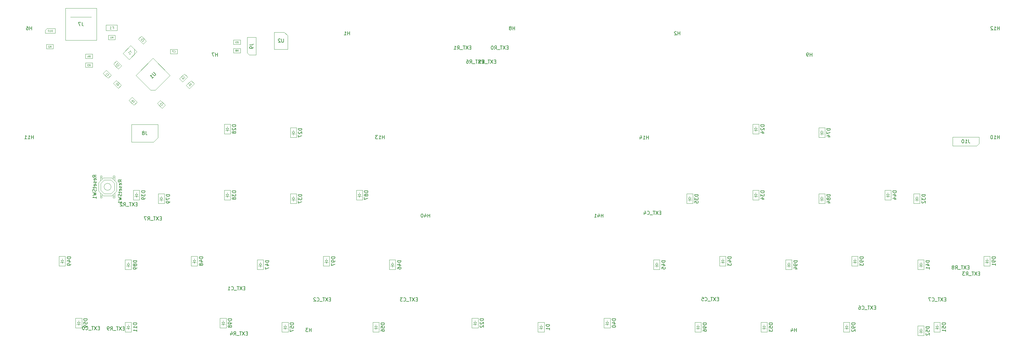
<source format=gbr>
G04 #@! TF.GenerationSoftware,KiCad,Pcbnew,7.0.1-0*
G04 #@! TF.CreationDate,2023-04-11T07:48:06+09:00*
G04 #@! TF.ProjectId,Sandy_Base,53616e64-795f-4426-9173-652e6b696361,v.0*
G04 #@! TF.SameCoordinates,Original*
G04 #@! TF.FileFunction,AssemblyDrawing,Bot*
%FSLAX46Y46*%
G04 Gerber Fmt 4.6, Leading zero omitted, Abs format (unit mm)*
G04 Created by KiCad (PCBNEW 7.0.1-0) date 2023-04-11 07:48:06*
%MOMM*%
%LPD*%
G01*
G04 APERTURE LIST*
%ADD10C,0.080000*%
%ADD11C,0.150000*%
%ADD12C,0.105000*%
%ADD13C,0.120000*%
%ADD14C,0.075000*%
%ADD15C,0.100000*%
G04 APERTURE END LIST*
D10*
X25904268Y-26091714D02*
X26070934Y-25853619D01*
X26189982Y-26091714D02*
X26189982Y-25591714D01*
X26189982Y-25591714D02*
X25999506Y-25591714D01*
X25999506Y-25591714D02*
X25951887Y-25615524D01*
X25951887Y-25615524D02*
X25928077Y-25639333D01*
X25928077Y-25639333D02*
X25904268Y-25686952D01*
X25904268Y-25686952D02*
X25904268Y-25758381D01*
X25904268Y-25758381D02*
X25928077Y-25806000D01*
X25928077Y-25806000D02*
X25951887Y-25829809D01*
X25951887Y-25829809D02*
X25999506Y-25853619D01*
X25999506Y-25853619D02*
X26189982Y-25853619D01*
X25713791Y-25639333D02*
X25689982Y-25615524D01*
X25689982Y-25615524D02*
X25642363Y-25591714D01*
X25642363Y-25591714D02*
X25523315Y-25591714D01*
X25523315Y-25591714D02*
X25475696Y-25615524D01*
X25475696Y-25615524D02*
X25451887Y-25639333D01*
X25451887Y-25639333D02*
X25428077Y-25686952D01*
X25428077Y-25686952D02*
X25428077Y-25734571D01*
X25428077Y-25734571D02*
X25451887Y-25806000D01*
X25451887Y-25806000D02*
X25737601Y-26091714D01*
X25737601Y-26091714D02*
X25428077Y-26091714D01*
X37207268Y-31425714D02*
X37373934Y-31187619D01*
X37492982Y-31425714D02*
X37492982Y-30925714D01*
X37492982Y-30925714D02*
X37302506Y-30925714D01*
X37302506Y-30925714D02*
X37254887Y-30949524D01*
X37254887Y-30949524D02*
X37231077Y-30973333D01*
X37231077Y-30973333D02*
X37207268Y-31020952D01*
X37207268Y-31020952D02*
X37207268Y-31092381D01*
X37207268Y-31092381D02*
X37231077Y-31140000D01*
X37231077Y-31140000D02*
X37254887Y-31163809D01*
X37254887Y-31163809D02*
X37302506Y-31187619D01*
X37302506Y-31187619D02*
X37492982Y-31187619D01*
X37040601Y-30925714D02*
X36731077Y-30925714D01*
X36731077Y-30925714D02*
X36897744Y-31116190D01*
X36897744Y-31116190D02*
X36826315Y-31116190D01*
X36826315Y-31116190D02*
X36778696Y-31140000D01*
X36778696Y-31140000D02*
X36754887Y-31163809D01*
X36754887Y-31163809D02*
X36731077Y-31211428D01*
X36731077Y-31211428D02*
X36731077Y-31330476D01*
X36731077Y-31330476D02*
X36754887Y-31378095D01*
X36754887Y-31378095D02*
X36778696Y-31401905D01*
X36778696Y-31401905D02*
X36826315Y-31425714D01*
X36826315Y-31425714D02*
X36969172Y-31425714D01*
X36969172Y-31425714D02*
X37016791Y-31401905D01*
X37016791Y-31401905D02*
X37040601Y-31378095D01*
X57896846Y-42670344D02*
X57896846Y-42704015D01*
X57896846Y-42704015D02*
X57930518Y-42771359D01*
X57930518Y-42771359D02*
X57964190Y-42805031D01*
X57964190Y-42805031D02*
X58031533Y-42838702D01*
X58031533Y-42838702D02*
X58098877Y-42838702D01*
X58098877Y-42838702D02*
X58149384Y-42821867D01*
X58149384Y-42821867D02*
X58233564Y-42771359D01*
X58233564Y-42771359D02*
X58284071Y-42720851D01*
X58284071Y-42720851D02*
X58334579Y-42636672D01*
X58334579Y-42636672D02*
X58351415Y-42586164D01*
X58351415Y-42586164D02*
X58351415Y-42518821D01*
X58351415Y-42518821D02*
X58317743Y-42451477D01*
X58317743Y-42451477D02*
X58284071Y-42417806D01*
X58284071Y-42417806D02*
X58216728Y-42384134D01*
X58216728Y-42384134D02*
X58183056Y-42384134D01*
X57896846Y-42030580D02*
X58065205Y-42198939D01*
X58065205Y-42198939D02*
X57913682Y-42384134D01*
X57913682Y-42384134D02*
X57913682Y-42350462D01*
X57913682Y-42350462D02*
X57896846Y-42299954D01*
X57896846Y-42299954D02*
X57812667Y-42215775D01*
X57812667Y-42215775D02*
X57762159Y-42198939D01*
X57762159Y-42198939D02*
X57728487Y-42198939D01*
X57728487Y-42198939D02*
X57677980Y-42215775D01*
X57677980Y-42215775D02*
X57593800Y-42299954D01*
X57593800Y-42299954D02*
X57576964Y-42350462D01*
X57576964Y-42350462D02*
X57576964Y-42384134D01*
X57576964Y-42384134D02*
X57593800Y-42434641D01*
X57593800Y-42434641D02*
X57677980Y-42518821D01*
X57677980Y-42518821D02*
X57728487Y-42535657D01*
X57728487Y-42535657D02*
X57762159Y-42535657D01*
D11*
X83462619Y-25396666D02*
X84176904Y-25396666D01*
X84176904Y-25396666D02*
X84319761Y-25349047D01*
X84319761Y-25349047D02*
X84415000Y-25253809D01*
X84415000Y-25253809D02*
X84462619Y-25110952D01*
X84462619Y-25110952D02*
X84462619Y-25015714D01*
X84462619Y-25920476D02*
X84462619Y-26110952D01*
X84462619Y-26110952D02*
X84415000Y-26206190D01*
X84415000Y-26206190D02*
X84367380Y-26253809D01*
X84367380Y-26253809D02*
X84224523Y-26349047D01*
X84224523Y-26349047D02*
X84034047Y-26396666D01*
X84034047Y-26396666D02*
X83653095Y-26396666D01*
X83653095Y-26396666D02*
X83557857Y-26349047D01*
X83557857Y-26349047D02*
X83510238Y-26301428D01*
X83510238Y-26301428D02*
X83462619Y-26206190D01*
X83462619Y-26206190D02*
X83462619Y-26015714D01*
X83462619Y-26015714D02*
X83510238Y-25920476D01*
X83510238Y-25920476D02*
X83557857Y-25872857D01*
X83557857Y-25872857D02*
X83653095Y-25825238D01*
X83653095Y-25825238D02*
X83891190Y-25825238D01*
X83891190Y-25825238D02*
X83986428Y-25872857D01*
X83986428Y-25872857D02*
X84034047Y-25920476D01*
X84034047Y-25920476D02*
X84081666Y-26015714D01*
X84081666Y-26015714D02*
X84081666Y-26206190D01*
X84081666Y-26206190D02*
X84034047Y-26301428D01*
X84034047Y-26301428D02*
X83986428Y-26349047D01*
X83986428Y-26349047D02*
X83891190Y-26396666D01*
X106830756Y-98760964D02*
X106497423Y-98760964D01*
X106354566Y-99284774D02*
X106830756Y-99284774D01*
X106830756Y-99284774D02*
X106830756Y-98284774D01*
X106830756Y-98284774D02*
X106354566Y-98284774D01*
X106021232Y-98284774D02*
X105354566Y-99284774D01*
X105354566Y-98284774D02*
X106021232Y-99284774D01*
X105116470Y-98284774D02*
X104545042Y-98284774D01*
X104830756Y-99284774D02*
X104830756Y-98284774D01*
X104449804Y-99380012D02*
X103687899Y-99380012D01*
X102878375Y-99189535D02*
X102925994Y-99237155D01*
X102925994Y-99237155D02*
X103068851Y-99284774D01*
X103068851Y-99284774D02*
X103164089Y-99284774D01*
X103164089Y-99284774D02*
X103306946Y-99237155D01*
X103306946Y-99237155D02*
X103402184Y-99141916D01*
X103402184Y-99141916D02*
X103449803Y-99046678D01*
X103449803Y-99046678D02*
X103497422Y-98856202D01*
X103497422Y-98856202D02*
X103497422Y-98713345D01*
X103497422Y-98713345D02*
X103449803Y-98522869D01*
X103449803Y-98522869D02*
X103402184Y-98427631D01*
X103402184Y-98427631D02*
X103306946Y-98332393D01*
X103306946Y-98332393D02*
X103164089Y-98284774D01*
X103164089Y-98284774D02*
X103068851Y-98284774D01*
X103068851Y-98284774D02*
X102925994Y-98332393D01*
X102925994Y-98332393D02*
X102878375Y-98380012D01*
X102497422Y-98380012D02*
X102449803Y-98332393D01*
X102449803Y-98332393D02*
X102354565Y-98284774D01*
X102354565Y-98284774D02*
X102116470Y-98284774D01*
X102116470Y-98284774D02*
X102021232Y-98332393D01*
X102021232Y-98332393D02*
X101973613Y-98380012D01*
X101973613Y-98380012D02*
X101925994Y-98475250D01*
X101925994Y-98475250D02*
X101925994Y-98570488D01*
X101925994Y-98570488D02*
X101973613Y-98713345D01*
X101973613Y-98713345D02*
X102545041Y-99284774D01*
X102545041Y-99284774D02*
X101925994Y-99284774D01*
X202080756Y-73757839D02*
X201747423Y-73757839D01*
X201604566Y-74281649D02*
X202080756Y-74281649D01*
X202080756Y-74281649D02*
X202080756Y-73281649D01*
X202080756Y-73281649D02*
X201604566Y-73281649D01*
X201271232Y-73281649D02*
X200604566Y-74281649D01*
X200604566Y-73281649D02*
X201271232Y-74281649D01*
X200366470Y-73281649D02*
X199795042Y-73281649D01*
X200080756Y-74281649D02*
X200080756Y-73281649D01*
X199699804Y-74376887D02*
X198937899Y-74376887D01*
X198128375Y-74186410D02*
X198175994Y-74234030D01*
X198175994Y-74234030D02*
X198318851Y-74281649D01*
X198318851Y-74281649D02*
X198414089Y-74281649D01*
X198414089Y-74281649D02*
X198556946Y-74234030D01*
X198556946Y-74234030D02*
X198652184Y-74138791D01*
X198652184Y-74138791D02*
X198699803Y-74043553D01*
X198699803Y-74043553D02*
X198747422Y-73853077D01*
X198747422Y-73853077D02*
X198747422Y-73710220D01*
X198747422Y-73710220D02*
X198699803Y-73519744D01*
X198699803Y-73519744D02*
X198652184Y-73424506D01*
X198652184Y-73424506D02*
X198556946Y-73329268D01*
X198556946Y-73329268D02*
X198414089Y-73281649D01*
X198414089Y-73281649D02*
X198318851Y-73281649D01*
X198318851Y-73281649D02*
X198175994Y-73329268D01*
X198175994Y-73329268D02*
X198128375Y-73376887D01*
X197271232Y-73614982D02*
X197271232Y-74281649D01*
X197509327Y-73234030D02*
X197747422Y-73948315D01*
X197747422Y-73948315D02*
X197128375Y-73948315D01*
X263993256Y-101142214D02*
X263659923Y-101142214D01*
X263517066Y-101666024D02*
X263993256Y-101666024D01*
X263993256Y-101666024D02*
X263993256Y-100666024D01*
X263993256Y-100666024D02*
X263517066Y-100666024D01*
X263183732Y-100666024D02*
X262517066Y-101666024D01*
X262517066Y-100666024D02*
X263183732Y-101666024D01*
X262278970Y-100666024D02*
X261707542Y-100666024D01*
X261993256Y-101666024D02*
X261993256Y-100666024D01*
X261612304Y-101761262D02*
X260850399Y-101761262D01*
X260040875Y-101570785D02*
X260088494Y-101618405D01*
X260088494Y-101618405D02*
X260231351Y-101666024D01*
X260231351Y-101666024D02*
X260326589Y-101666024D01*
X260326589Y-101666024D02*
X260469446Y-101618405D01*
X260469446Y-101618405D02*
X260564684Y-101523166D01*
X260564684Y-101523166D02*
X260612303Y-101427928D01*
X260612303Y-101427928D02*
X260659922Y-101237452D01*
X260659922Y-101237452D02*
X260659922Y-101094595D01*
X260659922Y-101094595D02*
X260612303Y-100904119D01*
X260612303Y-100904119D02*
X260564684Y-100808881D01*
X260564684Y-100808881D02*
X260469446Y-100713643D01*
X260469446Y-100713643D02*
X260326589Y-100666024D01*
X260326589Y-100666024D02*
X260231351Y-100666024D01*
X260231351Y-100666024D02*
X260088494Y-100713643D01*
X260088494Y-100713643D02*
X260040875Y-100761262D01*
X259183732Y-100666024D02*
X259374208Y-100666024D01*
X259374208Y-100666024D02*
X259469446Y-100713643D01*
X259469446Y-100713643D02*
X259517065Y-100761262D01*
X259517065Y-100761262D02*
X259612303Y-100904119D01*
X259612303Y-100904119D02*
X259659922Y-101094595D01*
X259659922Y-101094595D02*
X259659922Y-101475547D01*
X259659922Y-101475547D02*
X259612303Y-101570785D01*
X259612303Y-101570785D02*
X259564684Y-101618405D01*
X259564684Y-101618405D02*
X259469446Y-101666024D01*
X259469446Y-101666024D02*
X259278970Y-101666024D01*
X259278970Y-101666024D02*
X259183732Y-101618405D01*
X259183732Y-101618405D02*
X259136113Y-101570785D01*
X259136113Y-101570785D02*
X259088494Y-101475547D01*
X259088494Y-101475547D02*
X259088494Y-101237452D01*
X259088494Y-101237452D02*
X259136113Y-101142214D01*
X259136113Y-101142214D02*
X259183732Y-101094595D01*
X259183732Y-101094595D02*
X259278970Y-101046976D01*
X259278970Y-101046976D02*
X259469446Y-101046976D01*
X259469446Y-101046976D02*
X259564684Y-101094595D01*
X259564684Y-101094595D02*
X259612303Y-101142214D01*
X259612303Y-101142214D02*
X259659922Y-101237452D01*
X40155755Y-107017214D02*
X39822422Y-107017214D01*
X39679565Y-107541024D02*
X40155755Y-107541024D01*
X40155755Y-107541024D02*
X40155755Y-106541024D01*
X40155755Y-106541024D02*
X39679565Y-106541024D01*
X39346231Y-106541024D02*
X38679565Y-107541024D01*
X38679565Y-106541024D02*
X39346231Y-107541024D01*
X38441469Y-106541024D02*
X37870041Y-106541024D01*
X38155755Y-107541024D02*
X38155755Y-106541024D01*
X37774803Y-107636262D02*
X37012898Y-107636262D01*
X36203374Y-107445785D02*
X36250993Y-107493405D01*
X36250993Y-107493405D02*
X36393850Y-107541024D01*
X36393850Y-107541024D02*
X36489088Y-107541024D01*
X36489088Y-107541024D02*
X36631945Y-107493405D01*
X36631945Y-107493405D02*
X36727183Y-107398166D01*
X36727183Y-107398166D02*
X36774802Y-107302928D01*
X36774802Y-107302928D02*
X36822421Y-107112452D01*
X36822421Y-107112452D02*
X36822421Y-106969595D01*
X36822421Y-106969595D02*
X36774802Y-106779119D01*
X36774802Y-106779119D02*
X36727183Y-106683881D01*
X36727183Y-106683881D02*
X36631945Y-106588643D01*
X36631945Y-106588643D02*
X36489088Y-106541024D01*
X36489088Y-106541024D02*
X36393850Y-106541024D01*
X36393850Y-106541024D02*
X36250993Y-106588643D01*
X36250993Y-106588643D02*
X36203374Y-106636262D01*
X35584326Y-106541024D02*
X35489088Y-106541024D01*
X35489088Y-106541024D02*
X35393850Y-106588643D01*
X35393850Y-106588643D02*
X35346231Y-106636262D01*
X35346231Y-106636262D02*
X35298612Y-106731500D01*
X35298612Y-106731500D02*
X35250993Y-106921976D01*
X35250993Y-106921976D02*
X35250993Y-107160071D01*
X35250993Y-107160071D02*
X35298612Y-107350547D01*
X35298612Y-107350547D02*
X35346231Y-107445785D01*
X35346231Y-107445785D02*
X35393850Y-107493405D01*
X35393850Y-107493405D02*
X35489088Y-107541024D01*
X35489088Y-107541024D02*
X35584326Y-107541024D01*
X35584326Y-107541024D02*
X35679564Y-107493405D01*
X35679564Y-107493405D02*
X35727183Y-107445785D01*
X35727183Y-107445785D02*
X35774802Y-107350547D01*
X35774802Y-107350547D02*
X35822421Y-107160071D01*
X35822421Y-107160071D02*
X35822421Y-106921976D01*
X35822421Y-106921976D02*
X35774802Y-106731500D01*
X35774802Y-106731500D02*
X35727183Y-106636262D01*
X35727183Y-106636262D02*
X35679564Y-106588643D01*
X35679564Y-106588643D02*
X35584326Y-106541024D01*
X51028571Y-71338809D02*
X50695238Y-71338809D01*
X50552381Y-71862619D02*
X51028571Y-71862619D01*
X51028571Y-71862619D02*
X51028571Y-70862619D01*
X51028571Y-70862619D02*
X50552381Y-70862619D01*
X50219047Y-70862619D02*
X49552381Y-71862619D01*
X49552381Y-70862619D02*
X50219047Y-71862619D01*
X49314285Y-70862619D02*
X48742857Y-70862619D01*
X49028571Y-71862619D02*
X49028571Y-70862619D01*
X48647619Y-71957857D02*
X47885714Y-71957857D01*
X47076190Y-71862619D02*
X47409523Y-71386428D01*
X47647618Y-71862619D02*
X47647618Y-70862619D01*
X47647618Y-70862619D02*
X47266666Y-70862619D01*
X47266666Y-70862619D02*
X47171428Y-70910238D01*
X47171428Y-70910238D02*
X47123809Y-70957857D01*
X47123809Y-70957857D02*
X47076190Y-71053095D01*
X47076190Y-71053095D02*
X47076190Y-71195952D01*
X47076190Y-71195952D02*
X47123809Y-71291190D01*
X47123809Y-71291190D02*
X47171428Y-71338809D01*
X47171428Y-71338809D02*
X47266666Y-71386428D01*
X47266666Y-71386428D02*
X47647618Y-71386428D01*
X46695237Y-70957857D02*
X46647618Y-70910238D01*
X46647618Y-70910238D02*
X46552380Y-70862619D01*
X46552380Y-70862619D02*
X46314285Y-70862619D01*
X46314285Y-70862619D02*
X46219047Y-70910238D01*
X46219047Y-70910238D02*
X46171428Y-70957857D01*
X46171428Y-70957857D02*
X46123809Y-71053095D01*
X46123809Y-71053095D02*
X46123809Y-71148333D01*
X46123809Y-71148333D02*
X46171428Y-71291190D01*
X46171428Y-71291190D02*
X46742856Y-71862619D01*
X46742856Y-71862619D02*
X46123809Y-71862619D01*
X294024505Y-91317214D02*
X293691172Y-91317214D01*
X293548315Y-91841024D02*
X294024505Y-91841024D01*
X294024505Y-91841024D02*
X294024505Y-90841024D01*
X294024505Y-90841024D02*
X293548315Y-90841024D01*
X293214981Y-90841024D02*
X292548315Y-91841024D01*
X292548315Y-90841024D02*
X293214981Y-91841024D01*
X292310219Y-90841024D02*
X291738791Y-90841024D01*
X292024505Y-91841024D02*
X292024505Y-90841024D01*
X291643553Y-91936262D02*
X290881648Y-91936262D01*
X290072124Y-91841024D02*
X290405457Y-91364833D01*
X290643552Y-91841024D02*
X290643552Y-90841024D01*
X290643552Y-90841024D02*
X290262600Y-90841024D01*
X290262600Y-90841024D02*
X290167362Y-90888643D01*
X290167362Y-90888643D02*
X290119743Y-90936262D01*
X290119743Y-90936262D02*
X290072124Y-91031500D01*
X290072124Y-91031500D02*
X290072124Y-91174357D01*
X290072124Y-91174357D02*
X290119743Y-91269595D01*
X290119743Y-91269595D02*
X290167362Y-91317214D01*
X290167362Y-91317214D02*
X290262600Y-91364833D01*
X290262600Y-91364833D02*
X290643552Y-91364833D01*
X289738790Y-90841024D02*
X289119743Y-90841024D01*
X289119743Y-90841024D02*
X289453076Y-91221976D01*
X289453076Y-91221976D02*
X289310219Y-91221976D01*
X289310219Y-91221976D02*
X289214981Y-91269595D01*
X289214981Y-91269595D02*
X289167362Y-91317214D01*
X289167362Y-91317214D02*
X289119743Y-91412452D01*
X289119743Y-91412452D02*
X289119743Y-91650547D01*
X289119743Y-91650547D02*
X289167362Y-91745785D01*
X289167362Y-91745785D02*
X289214981Y-91793405D01*
X289214981Y-91793405D02*
X289310219Y-91841024D01*
X289310219Y-91841024D02*
X289595933Y-91841024D01*
X289595933Y-91841024D02*
X289691171Y-91793405D01*
X289691171Y-91793405D02*
X289738790Y-91745785D01*
X290924505Y-89517214D02*
X290591172Y-89517214D01*
X290448315Y-90041024D02*
X290924505Y-90041024D01*
X290924505Y-90041024D02*
X290924505Y-89041024D01*
X290924505Y-89041024D02*
X290448315Y-89041024D01*
X290114981Y-89041024D02*
X289448315Y-90041024D01*
X289448315Y-89041024D02*
X290114981Y-90041024D01*
X289210219Y-89041024D02*
X288638791Y-89041024D01*
X288924505Y-90041024D02*
X288924505Y-89041024D01*
X288543553Y-90136262D02*
X287781648Y-90136262D01*
X286972124Y-90041024D02*
X287305457Y-89564833D01*
X287543552Y-90041024D02*
X287543552Y-89041024D01*
X287543552Y-89041024D02*
X287162600Y-89041024D01*
X287162600Y-89041024D02*
X287067362Y-89088643D01*
X287067362Y-89088643D02*
X287019743Y-89136262D01*
X287019743Y-89136262D02*
X286972124Y-89231500D01*
X286972124Y-89231500D02*
X286972124Y-89374357D01*
X286972124Y-89374357D02*
X287019743Y-89469595D01*
X287019743Y-89469595D02*
X287067362Y-89517214D01*
X287067362Y-89517214D02*
X287162600Y-89564833D01*
X287162600Y-89564833D02*
X287543552Y-89564833D01*
X286400695Y-89469595D02*
X286495933Y-89421976D01*
X286495933Y-89421976D02*
X286543552Y-89374357D01*
X286543552Y-89374357D02*
X286591171Y-89279119D01*
X286591171Y-89279119D02*
X286591171Y-89231500D01*
X286591171Y-89231500D02*
X286543552Y-89136262D01*
X286543552Y-89136262D02*
X286495933Y-89088643D01*
X286495933Y-89088643D02*
X286400695Y-89041024D01*
X286400695Y-89041024D02*
X286210219Y-89041024D01*
X286210219Y-89041024D02*
X286114981Y-89088643D01*
X286114981Y-89088643D02*
X286067362Y-89136262D01*
X286067362Y-89136262D02*
X286019743Y-89231500D01*
X286019743Y-89231500D02*
X286019743Y-89279119D01*
X286019743Y-89279119D02*
X286067362Y-89374357D01*
X286067362Y-89374357D02*
X286114981Y-89421976D01*
X286114981Y-89421976D02*
X286210219Y-89469595D01*
X286210219Y-89469595D02*
X286400695Y-89469595D01*
X286400695Y-89469595D02*
X286495933Y-89517214D01*
X286495933Y-89517214D02*
X286543552Y-89564833D01*
X286543552Y-89564833D02*
X286591171Y-89660071D01*
X286591171Y-89660071D02*
X286591171Y-89850547D01*
X286591171Y-89850547D02*
X286543552Y-89945785D01*
X286543552Y-89945785D02*
X286495933Y-89993405D01*
X286495933Y-89993405D02*
X286400695Y-90041024D01*
X286400695Y-90041024D02*
X286210219Y-90041024D01*
X286210219Y-90041024D02*
X286114981Y-89993405D01*
X286114981Y-89993405D02*
X286067362Y-89945785D01*
X286067362Y-89945785D02*
X286019743Y-89850547D01*
X286019743Y-89850547D02*
X286019743Y-89660071D01*
X286019743Y-89660071D02*
X286067362Y-89564833D01*
X286067362Y-89564833D02*
X286114981Y-89517214D01*
X286114981Y-89517214D02*
X286210219Y-89469595D01*
D10*
X42312824Y-34007822D02*
X42312824Y-34041493D01*
X42312824Y-34041493D02*
X42346496Y-34108837D01*
X42346496Y-34108837D02*
X42380168Y-34142509D01*
X42380168Y-34142509D02*
X42447511Y-34176180D01*
X42447511Y-34176180D02*
X42514855Y-34176180D01*
X42514855Y-34176180D02*
X42565362Y-34159345D01*
X42565362Y-34159345D02*
X42649542Y-34108837D01*
X42649542Y-34108837D02*
X42700049Y-34058329D01*
X42700049Y-34058329D02*
X42750557Y-33974150D01*
X42750557Y-33974150D02*
X42767393Y-33923642D01*
X42767393Y-33923642D02*
X42767393Y-33856299D01*
X42767393Y-33856299D02*
X42733721Y-33788955D01*
X42733721Y-33788955D02*
X42700049Y-33755284D01*
X42700049Y-33755284D02*
X42632706Y-33721612D01*
X42632706Y-33721612D02*
X42599034Y-33721612D01*
X41942435Y-33704776D02*
X42144465Y-33906806D01*
X42043450Y-33805791D02*
X42397003Y-33452238D01*
X42397003Y-33452238D02*
X42380168Y-33536417D01*
X42380168Y-33536417D02*
X42380168Y-33603761D01*
X42380168Y-33603761D02*
X42397003Y-33654268D01*
D12*
X49163919Y-27300735D02*
X49399621Y-27536437D01*
X49069638Y-26876471D02*
X49163919Y-27300735D01*
X49163919Y-27300735D02*
X48739655Y-27206454D01*
X48810366Y-28125693D02*
X49093208Y-27842850D01*
X48951787Y-27984272D02*
X48456812Y-27489297D01*
X48456812Y-27489297D02*
X48574663Y-27512867D01*
X48574663Y-27512867D02*
X48668944Y-27512867D01*
X48668944Y-27512867D02*
X48739655Y-27489297D01*
D10*
X45292096Y-31303844D02*
X45292096Y-31337515D01*
X45292096Y-31337515D02*
X45325768Y-31404859D01*
X45325768Y-31404859D02*
X45359440Y-31438531D01*
X45359440Y-31438531D02*
X45426783Y-31472202D01*
X45426783Y-31472202D02*
X45494127Y-31472202D01*
X45494127Y-31472202D02*
X45544634Y-31455367D01*
X45544634Y-31455367D02*
X45628814Y-31404859D01*
X45628814Y-31404859D02*
X45679321Y-31354351D01*
X45679321Y-31354351D02*
X45729829Y-31270172D01*
X45729829Y-31270172D02*
X45746665Y-31219664D01*
X45746665Y-31219664D02*
X45746665Y-31152321D01*
X45746665Y-31152321D02*
X45712993Y-31084977D01*
X45712993Y-31084977D02*
X45679321Y-31051306D01*
X45679321Y-31051306D02*
X45611978Y-31017634D01*
X45611978Y-31017634D02*
X45578306Y-31017634D01*
X45494127Y-30866111D02*
X45275260Y-30647245D01*
X45275260Y-30647245D02*
X45258424Y-30899783D01*
X45258424Y-30899783D02*
X45207917Y-30849275D01*
X45207917Y-30849275D02*
X45157409Y-30832439D01*
X45157409Y-30832439D02*
X45123737Y-30832439D01*
X45123737Y-30832439D02*
X45073230Y-30849275D01*
X45073230Y-30849275D02*
X44989050Y-30933454D01*
X44989050Y-30933454D02*
X44972214Y-30983962D01*
X44972214Y-30983962D02*
X44972214Y-31017634D01*
X44972214Y-31017634D02*
X44989050Y-31068141D01*
X44989050Y-31068141D02*
X45090066Y-31169157D01*
X45090066Y-31169157D02*
X45140573Y-31185993D01*
X45140573Y-31185993D02*
X45174245Y-31185993D01*
X61679268Y-27462095D02*
X61703077Y-27485905D01*
X61703077Y-27485905D02*
X61774506Y-27509714D01*
X61774506Y-27509714D02*
X61822125Y-27509714D01*
X61822125Y-27509714D02*
X61893553Y-27485905D01*
X61893553Y-27485905D02*
X61941172Y-27438285D01*
X61941172Y-27438285D02*
X61964982Y-27390666D01*
X61964982Y-27390666D02*
X61988791Y-27295428D01*
X61988791Y-27295428D02*
X61988791Y-27224000D01*
X61988791Y-27224000D02*
X61964982Y-27128762D01*
X61964982Y-27128762D02*
X61941172Y-27081143D01*
X61941172Y-27081143D02*
X61893553Y-27033524D01*
X61893553Y-27033524D02*
X61822125Y-27009714D01*
X61822125Y-27009714D02*
X61774506Y-27009714D01*
X61774506Y-27009714D02*
X61703077Y-27033524D01*
X61703077Y-27033524D02*
X61679268Y-27057333D01*
X61512601Y-27009714D02*
X61179268Y-27009714D01*
X61179268Y-27009714D02*
X61393553Y-27509714D01*
X64575590Y-34942902D02*
X64609261Y-34942902D01*
X64609261Y-34942902D02*
X64676605Y-34909230D01*
X64676605Y-34909230D02*
X64710277Y-34875558D01*
X64710277Y-34875558D02*
X64743948Y-34808215D01*
X64743948Y-34808215D02*
X64743948Y-34740871D01*
X64743948Y-34740871D02*
X64727113Y-34690364D01*
X64727113Y-34690364D02*
X64676605Y-34606184D01*
X64676605Y-34606184D02*
X64626097Y-34555677D01*
X64626097Y-34555677D02*
X64541918Y-34505169D01*
X64541918Y-34505169D02*
X64491410Y-34488333D01*
X64491410Y-34488333D02*
X64424067Y-34488333D01*
X64424067Y-34488333D02*
X64356723Y-34522005D01*
X64356723Y-34522005D02*
X64323052Y-34555677D01*
X64323052Y-34555677D02*
X64289380Y-34623020D01*
X64289380Y-34623020D02*
X64289380Y-34656692D01*
X64070513Y-35043917D02*
X64306216Y-35279619D01*
X64020006Y-34825051D02*
X64356723Y-34993410D01*
X64356723Y-34993410D02*
X64137857Y-35212276D01*
D11*
X53523643Y-50283524D02*
X53523643Y-50997809D01*
X53523643Y-50997809D02*
X53571262Y-51140666D01*
X53571262Y-51140666D02*
X53666500Y-51235905D01*
X53666500Y-51235905D02*
X53809357Y-51283524D01*
X53809357Y-51283524D02*
X53904595Y-51283524D01*
X52904595Y-50712095D02*
X52999833Y-50664476D01*
X52999833Y-50664476D02*
X53047452Y-50616857D01*
X53047452Y-50616857D02*
X53095071Y-50521619D01*
X53095071Y-50521619D02*
X53095071Y-50474000D01*
X53095071Y-50474000D02*
X53047452Y-50378762D01*
X53047452Y-50378762D02*
X52999833Y-50331143D01*
X52999833Y-50331143D02*
X52904595Y-50283524D01*
X52904595Y-50283524D02*
X52714119Y-50283524D01*
X52714119Y-50283524D02*
X52618881Y-50331143D01*
X52618881Y-50331143D02*
X52571262Y-50378762D01*
X52571262Y-50378762D02*
X52523643Y-50474000D01*
X52523643Y-50474000D02*
X52523643Y-50521619D01*
X52523643Y-50521619D02*
X52571262Y-50616857D01*
X52571262Y-50616857D02*
X52618881Y-50664476D01*
X52618881Y-50664476D02*
X52714119Y-50712095D01*
X52714119Y-50712095D02*
X52904595Y-50712095D01*
X52904595Y-50712095D02*
X52999833Y-50759714D01*
X52999833Y-50759714D02*
X53047452Y-50807333D01*
X53047452Y-50807333D02*
X53095071Y-50902571D01*
X53095071Y-50902571D02*
X53095071Y-51093047D01*
X53095071Y-51093047D02*
X53047452Y-51188285D01*
X53047452Y-51188285D02*
X52999833Y-51235905D01*
X52999833Y-51235905D02*
X52904595Y-51283524D01*
X52904595Y-51283524D02*
X52714119Y-51283524D01*
X52714119Y-51283524D02*
X52618881Y-51235905D01*
X52618881Y-51235905D02*
X52571262Y-51188285D01*
X52571262Y-51188285D02*
X52523643Y-51093047D01*
X52523643Y-51093047D02*
X52523643Y-50902571D01*
X52523643Y-50902571D02*
X52571262Y-50807333D01*
X52571262Y-50807333D02*
X52618881Y-50759714D01*
X52618881Y-50759714D02*
X52714119Y-50712095D01*
X112307839Y-22490984D02*
X112307839Y-21490984D01*
X112307839Y-21967174D02*
X111736411Y-21967174D01*
X111736411Y-22490984D02*
X111736411Y-21490984D01*
X110736411Y-22490984D02*
X111307839Y-22490984D01*
X111022125Y-22490984D02*
X111022125Y-21490984D01*
X111022125Y-21490984D02*
X111117363Y-21633841D01*
X111117363Y-21633841D02*
X111212601Y-21729079D01*
X111212601Y-21729079D02*
X111307839Y-21776698D01*
X207557839Y-22490984D02*
X207557839Y-21490984D01*
X207557839Y-21967174D02*
X206986411Y-21967174D01*
X206986411Y-22490984D02*
X206986411Y-21490984D01*
X206557839Y-21586222D02*
X206510220Y-21538603D01*
X206510220Y-21538603D02*
X206414982Y-21490984D01*
X206414982Y-21490984D02*
X206176887Y-21490984D01*
X206176887Y-21490984D02*
X206081649Y-21538603D01*
X206081649Y-21538603D02*
X206034030Y-21586222D01*
X206034030Y-21586222D02*
X205986411Y-21681460D01*
X205986411Y-21681460D02*
X205986411Y-21776698D01*
X205986411Y-21776698D02*
X206034030Y-21919555D01*
X206034030Y-21919555D02*
X206605458Y-22490984D01*
X206605458Y-22490984D02*
X205986411Y-22490984D01*
D13*
X43946976Y-20382202D02*
X44213642Y-20382202D01*
X44213642Y-20801250D02*
X44213642Y-20001250D01*
X44213642Y-20001250D02*
X43832690Y-20001250D01*
X43108881Y-20801250D02*
X43566024Y-20801250D01*
X43337452Y-20801250D02*
X43337452Y-20001250D01*
X43337452Y-20001250D02*
X43413643Y-20115535D01*
X43413643Y-20115535D02*
X43489833Y-20191726D01*
X43489833Y-20191726D02*
X43566024Y-20229821D01*
D11*
X101257839Y-108090984D02*
X101257839Y-107090984D01*
X101257839Y-107567174D02*
X100686411Y-107567174D01*
X100686411Y-108090984D02*
X100686411Y-107090984D01*
X100305458Y-107090984D02*
X99686411Y-107090984D01*
X99686411Y-107090984D02*
X100019744Y-107471936D01*
X100019744Y-107471936D02*
X99876887Y-107471936D01*
X99876887Y-107471936D02*
X99781649Y-107519555D01*
X99781649Y-107519555D02*
X99734030Y-107567174D01*
X99734030Y-107567174D02*
X99686411Y-107662412D01*
X99686411Y-107662412D02*
X99686411Y-107900507D01*
X99686411Y-107900507D02*
X99734030Y-107995745D01*
X99734030Y-107995745D02*
X99781649Y-108043365D01*
X99781649Y-108043365D02*
X99876887Y-108090984D01*
X99876887Y-108090984D02*
X100162601Y-108090984D01*
X100162601Y-108090984D02*
X100257839Y-108043365D01*
X100257839Y-108043365D02*
X100305458Y-107995745D01*
D10*
X43763643Y-23456464D02*
X43930309Y-23218369D01*
X44049357Y-23456464D02*
X44049357Y-22956464D01*
X44049357Y-22956464D02*
X43858881Y-22956464D01*
X43858881Y-22956464D02*
X43811262Y-22980274D01*
X43811262Y-22980274D02*
X43787452Y-23004083D01*
X43787452Y-23004083D02*
X43763643Y-23051702D01*
X43763643Y-23051702D02*
X43763643Y-23123131D01*
X43763643Y-23123131D02*
X43787452Y-23170750D01*
X43787452Y-23170750D02*
X43811262Y-23194559D01*
X43811262Y-23194559D02*
X43858881Y-23218369D01*
X43858881Y-23218369D02*
X44049357Y-23218369D01*
X43287452Y-23456464D02*
X43573166Y-23456464D01*
X43430309Y-23456464D02*
X43430309Y-22956464D01*
X43430309Y-22956464D02*
X43477928Y-23027893D01*
X43477928Y-23027893D02*
X43525547Y-23075512D01*
X43525547Y-23075512D02*
X43573166Y-23099321D01*
D11*
X218728571Y-98638809D02*
X218395238Y-98638809D01*
X218252381Y-99162619D02*
X218728571Y-99162619D01*
X218728571Y-99162619D02*
X218728571Y-98162619D01*
X218728571Y-98162619D02*
X218252381Y-98162619D01*
X217919047Y-98162619D02*
X217252381Y-99162619D01*
X217252381Y-98162619D02*
X217919047Y-99162619D01*
X217014285Y-98162619D02*
X216442857Y-98162619D01*
X216728571Y-99162619D02*
X216728571Y-98162619D01*
X216347619Y-99257857D02*
X215585714Y-99257857D01*
X214776190Y-99067380D02*
X214823809Y-99115000D01*
X214823809Y-99115000D02*
X214966666Y-99162619D01*
X214966666Y-99162619D02*
X215061904Y-99162619D01*
X215061904Y-99162619D02*
X215204761Y-99115000D01*
X215204761Y-99115000D02*
X215299999Y-99019761D01*
X215299999Y-99019761D02*
X215347618Y-98924523D01*
X215347618Y-98924523D02*
X215395237Y-98734047D01*
X215395237Y-98734047D02*
X215395237Y-98591190D01*
X215395237Y-98591190D02*
X215347618Y-98400714D01*
X215347618Y-98400714D02*
X215299999Y-98305476D01*
X215299999Y-98305476D02*
X215204761Y-98210238D01*
X215204761Y-98210238D02*
X215061904Y-98162619D01*
X215061904Y-98162619D02*
X214966666Y-98162619D01*
X214966666Y-98162619D02*
X214823809Y-98210238D01*
X214823809Y-98210238D02*
X214776190Y-98257857D01*
X213871428Y-98162619D02*
X214347618Y-98162619D01*
X214347618Y-98162619D02*
X214395237Y-98638809D01*
X214395237Y-98638809D02*
X214347618Y-98591190D01*
X214347618Y-98591190D02*
X214252380Y-98543571D01*
X214252380Y-98543571D02*
X214014285Y-98543571D01*
X214014285Y-98543571D02*
X213919047Y-98591190D01*
X213919047Y-98591190D02*
X213871428Y-98638809D01*
X213871428Y-98638809D02*
X213823809Y-98734047D01*
X213823809Y-98734047D02*
X213823809Y-98972142D01*
X213823809Y-98972142D02*
X213871428Y-99067380D01*
X213871428Y-99067380D02*
X213919047Y-99115000D01*
X213919047Y-99115000D02*
X214014285Y-99162619D01*
X214014285Y-99162619D02*
X214252380Y-99162619D01*
X214252380Y-99162619D02*
X214347618Y-99115000D01*
X214347618Y-99115000D02*
X214395237Y-99067380D01*
X154455756Y-30132839D02*
X154122423Y-30132839D01*
X153979566Y-30656649D02*
X154455756Y-30656649D01*
X154455756Y-30656649D02*
X154455756Y-29656649D01*
X154455756Y-29656649D02*
X153979566Y-29656649D01*
X153646232Y-29656649D02*
X152979566Y-30656649D01*
X152979566Y-29656649D02*
X153646232Y-30656649D01*
X152741470Y-29656649D02*
X152170042Y-29656649D01*
X152455756Y-30656649D02*
X152455756Y-29656649D01*
X152074804Y-30751887D02*
X151312899Y-30751887D01*
X150503375Y-30656649D02*
X150836708Y-30180458D01*
X151074803Y-30656649D02*
X151074803Y-29656649D01*
X151074803Y-29656649D02*
X150693851Y-29656649D01*
X150693851Y-29656649D02*
X150598613Y-29704268D01*
X150598613Y-29704268D02*
X150550994Y-29751887D01*
X150550994Y-29751887D02*
X150503375Y-29847125D01*
X150503375Y-29847125D02*
X150503375Y-29989982D01*
X150503375Y-29989982D02*
X150550994Y-30085220D01*
X150550994Y-30085220D02*
X150598613Y-30132839D01*
X150598613Y-30132839D02*
X150693851Y-30180458D01*
X150693851Y-30180458D02*
X151074803Y-30180458D01*
X149598613Y-29656649D02*
X150074803Y-29656649D01*
X150074803Y-29656649D02*
X150122422Y-30132839D01*
X150122422Y-30132839D02*
X150074803Y-30085220D01*
X150074803Y-30085220D02*
X149979565Y-30037601D01*
X149979565Y-30037601D02*
X149741470Y-30037601D01*
X149741470Y-30037601D02*
X149646232Y-30085220D01*
X149646232Y-30085220D02*
X149598613Y-30132839D01*
X149598613Y-30132839D02*
X149550994Y-30228077D01*
X149550994Y-30228077D02*
X149550994Y-30466172D01*
X149550994Y-30466172D02*
X149598613Y-30561410D01*
X149598613Y-30561410D02*
X149646232Y-30609030D01*
X149646232Y-30609030D02*
X149741470Y-30656649D01*
X149741470Y-30656649D02*
X149979565Y-30656649D01*
X149979565Y-30656649D02*
X150074803Y-30609030D01*
X150074803Y-30609030D02*
X150122422Y-30561410D01*
D14*
X26555077Y-21519714D02*
X26555077Y-21019714D01*
X26555077Y-21019714D02*
X26436029Y-21019714D01*
X26436029Y-21019714D02*
X26364601Y-21043524D01*
X26364601Y-21043524D02*
X26316982Y-21091143D01*
X26316982Y-21091143D02*
X26293172Y-21138762D01*
X26293172Y-21138762D02*
X26269363Y-21234000D01*
X26269363Y-21234000D02*
X26269363Y-21305428D01*
X26269363Y-21305428D02*
X26293172Y-21400666D01*
X26293172Y-21400666D02*
X26316982Y-21448285D01*
X26316982Y-21448285D02*
X26364601Y-21495905D01*
X26364601Y-21495905D02*
X26436029Y-21519714D01*
X26436029Y-21519714D02*
X26555077Y-21519714D01*
X25793172Y-21519714D02*
X26078886Y-21519714D01*
X25936029Y-21519714D02*
X25936029Y-21019714D01*
X25936029Y-21019714D02*
X25983648Y-21091143D01*
X25983648Y-21091143D02*
X26031267Y-21138762D01*
X26031267Y-21138762D02*
X26078886Y-21162571D01*
X25483649Y-21019714D02*
X25436030Y-21019714D01*
X25436030Y-21019714D02*
X25388411Y-21043524D01*
X25388411Y-21043524D02*
X25364601Y-21067333D01*
X25364601Y-21067333D02*
X25340792Y-21114952D01*
X25340792Y-21114952D02*
X25316982Y-21210190D01*
X25316982Y-21210190D02*
X25316982Y-21329238D01*
X25316982Y-21329238D02*
X25340792Y-21424476D01*
X25340792Y-21424476D02*
X25364601Y-21472095D01*
X25364601Y-21472095D02*
X25388411Y-21495905D01*
X25388411Y-21495905D02*
X25436030Y-21519714D01*
X25436030Y-21519714D02*
X25483649Y-21519714D01*
X25483649Y-21519714D02*
X25531268Y-21495905D01*
X25531268Y-21495905D02*
X25555077Y-21472095D01*
X25555077Y-21472095D02*
X25578887Y-21424476D01*
X25578887Y-21424476D02*
X25602696Y-21329238D01*
X25602696Y-21329238D02*
X25602696Y-21210190D01*
X25602696Y-21210190D02*
X25578887Y-21114952D01*
X25578887Y-21114952D02*
X25555077Y-21067333D01*
X25555077Y-21067333D02*
X25531268Y-21043524D01*
X25531268Y-21043524D02*
X25483649Y-21019714D01*
D11*
X46558554Y-64916499D02*
X46082363Y-64583166D01*
X46558554Y-64345071D02*
X45558554Y-64345071D01*
X45558554Y-64345071D02*
X45558554Y-64726023D01*
X45558554Y-64726023D02*
X45606173Y-64821261D01*
X45606173Y-64821261D02*
X45653792Y-64868880D01*
X45653792Y-64868880D02*
X45749030Y-64916499D01*
X45749030Y-64916499D02*
X45891887Y-64916499D01*
X45891887Y-64916499D02*
X45987125Y-64868880D01*
X45987125Y-64868880D02*
X46034744Y-64821261D01*
X46034744Y-64821261D02*
X46082363Y-64726023D01*
X46082363Y-64726023D02*
X46082363Y-64345071D01*
X46510935Y-65726023D02*
X46558554Y-65630785D01*
X46558554Y-65630785D02*
X46558554Y-65440309D01*
X46558554Y-65440309D02*
X46510935Y-65345071D01*
X46510935Y-65345071D02*
X46415696Y-65297452D01*
X46415696Y-65297452D02*
X46034744Y-65297452D01*
X46034744Y-65297452D02*
X45939506Y-65345071D01*
X45939506Y-65345071D02*
X45891887Y-65440309D01*
X45891887Y-65440309D02*
X45891887Y-65630785D01*
X45891887Y-65630785D02*
X45939506Y-65726023D01*
X45939506Y-65726023D02*
X46034744Y-65773642D01*
X46034744Y-65773642D02*
X46129982Y-65773642D01*
X46129982Y-65773642D02*
X46225220Y-65297452D01*
X46510935Y-66154595D02*
X46558554Y-66249833D01*
X46558554Y-66249833D02*
X46558554Y-66440309D01*
X46558554Y-66440309D02*
X46510935Y-66535547D01*
X46510935Y-66535547D02*
X46415696Y-66583166D01*
X46415696Y-66583166D02*
X46368077Y-66583166D01*
X46368077Y-66583166D02*
X46272839Y-66535547D01*
X46272839Y-66535547D02*
X46225220Y-66440309D01*
X46225220Y-66440309D02*
X46225220Y-66297452D01*
X46225220Y-66297452D02*
X46177601Y-66202214D01*
X46177601Y-66202214D02*
X46082363Y-66154595D01*
X46082363Y-66154595D02*
X46034744Y-66154595D01*
X46034744Y-66154595D02*
X45939506Y-66202214D01*
X45939506Y-66202214D02*
X45891887Y-66297452D01*
X45891887Y-66297452D02*
X45891887Y-66440309D01*
X45891887Y-66440309D02*
X45939506Y-66535547D01*
X46510935Y-67392690D02*
X46558554Y-67297452D01*
X46558554Y-67297452D02*
X46558554Y-67106976D01*
X46558554Y-67106976D02*
X46510935Y-67011738D01*
X46510935Y-67011738D02*
X46415696Y-66964119D01*
X46415696Y-66964119D02*
X46034744Y-66964119D01*
X46034744Y-66964119D02*
X45939506Y-67011738D01*
X45939506Y-67011738D02*
X45891887Y-67106976D01*
X45891887Y-67106976D02*
X45891887Y-67297452D01*
X45891887Y-67297452D02*
X45939506Y-67392690D01*
X45939506Y-67392690D02*
X46034744Y-67440309D01*
X46034744Y-67440309D02*
X46129982Y-67440309D01*
X46129982Y-67440309D02*
X46225220Y-66964119D01*
X45891887Y-67726024D02*
X45891887Y-68106976D01*
X45558554Y-67868881D02*
X46415696Y-67868881D01*
X46415696Y-67868881D02*
X46510935Y-67916500D01*
X46510935Y-67916500D02*
X46558554Y-68011738D01*
X46558554Y-68011738D02*
X46558554Y-68106976D01*
X46510935Y-68392691D02*
X46558554Y-68535548D01*
X46558554Y-68535548D02*
X46558554Y-68773643D01*
X46558554Y-68773643D02*
X46510935Y-68868881D01*
X46510935Y-68868881D02*
X46463315Y-68916500D01*
X46463315Y-68916500D02*
X46368077Y-68964119D01*
X46368077Y-68964119D02*
X46272839Y-68964119D01*
X46272839Y-68964119D02*
X46177601Y-68916500D01*
X46177601Y-68916500D02*
X46129982Y-68868881D01*
X46129982Y-68868881D02*
X46082363Y-68773643D01*
X46082363Y-68773643D02*
X46034744Y-68583167D01*
X46034744Y-68583167D02*
X45987125Y-68487929D01*
X45987125Y-68487929D02*
X45939506Y-68440310D01*
X45939506Y-68440310D02*
X45844268Y-68392691D01*
X45844268Y-68392691D02*
X45749030Y-68392691D01*
X45749030Y-68392691D02*
X45653792Y-68440310D01*
X45653792Y-68440310D02*
X45606173Y-68487929D01*
X45606173Y-68487929D02*
X45558554Y-68583167D01*
X45558554Y-68583167D02*
X45558554Y-68821262D01*
X45558554Y-68821262D02*
X45606173Y-68964119D01*
X45558554Y-69297453D02*
X46558554Y-69535548D01*
X46558554Y-69535548D02*
X45844268Y-69726024D01*
X45844268Y-69726024D02*
X46558554Y-69916500D01*
X46558554Y-69916500D02*
X45558554Y-70154596D01*
X46558554Y-71059357D02*
X46558554Y-70487929D01*
X46558554Y-70773643D02*
X45558554Y-70773643D01*
X45558554Y-70773643D02*
X45701411Y-70678405D01*
X45701411Y-70678405D02*
X45796649Y-70583167D01*
X45796649Y-70583167D02*
X45844268Y-70487929D01*
X39208594Y-63536859D02*
X38732403Y-63203526D01*
X39208594Y-62965431D02*
X38208594Y-62965431D01*
X38208594Y-62965431D02*
X38208594Y-63346383D01*
X38208594Y-63346383D02*
X38256213Y-63441621D01*
X38256213Y-63441621D02*
X38303832Y-63489240D01*
X38303832Y-63489240D02*
X38399070Y-63536859D01*
X38399070Y-63536859D02*
X38541927Y-63536859D01*
X38541927Y-63536859D02*
X38637165Y-63489240D01*
X38637165Y-63489240D02*
X38684784Y-63441621D01*
X38684784Y-63441621D02*
X38732403Y-63346383D01*
X38732403Y-63346383D02*
X38732403Y-62965431D01*
X39160975Y-64346383D02*
X39208594Y-64251145D01*
X39208594Y-64251145D02*
X39208594Y-64060669D01*
X39208594Y-64060669D02*
X39160975Y-63965431D01*
X39160975Y-63965431D02*
X39065736Y-63917812D01*
X39065736Y-63917812D02*
X38684784Y-63917812D01*
X38684784Y-63917812D02*
X38589546Y-63965431D01*
X38589546Y-63965431D02*
X38541927Y-64060669D01*
X38541927Y-64060669D02*
X38541927Y-64251145D01*
X38541927Y-64251145D02*
X38589546Y-64346383D01*
X38589546Y-64346383D02*
X38684784Y-64394002D01*
X38684784Y-64394002D02*
X38780022Y-64394002D01*
X38780022Y-64394002D02*
X38875260Y-63917812D01*
X39160975Y-64774955D02*
X39208594Y-64870193D01*
X39208594Y-64870193D02*
X39208594Y-65060669D01*
X39208594Y-65060669D02*
X39160975Y-65155907D01*
X39160975Y-65155907D02*
X39065736Y-65203526D01*
X39065736Y-65203526D02*
X39018117Y-65203526D01*
X39018117Y-65203526D02*
X38922879Y-65155907D01*
X38922879Y-65155907D02*
X38875260Y-65060669D01*
X38875260Y-65060669D02*
X38875260Y-64917812D01*
X38875260Y-64917812D02*
X38827641Y-64822574D01*
X38827641Y-64822574D02*
X38732403Y-64774955D01*
X38732403Y-64774955D02*
X38684784Y-64774955D01*
X38684784Y-64774955D02*
X38589546Y-64822574D01*
X38589546Y-64822574D02*
X38541927Y-64917812D01*
X38541927Y-64917812D02*
X38541927Y-65060669D01*
X38541927Y-65060669D02*
X38589546Y-65155907D01*
X39160975Y-66013050D02*
X39208594Y-65917812D01*
X39208594Y-65917812D02*
X39208594Y-65727336D01*
X39208594Y-65727336D02*
X39160975Y-65632098D01*
X39160975Y-65632098D02*
X39065736Y-65584479D01*
X39065736Y-65584479D02*
X38684784Y-65584479D01*
X38684784Y-65584479D02*
X38589546Y-65632098D01*
X38589546Y-65632098D02*
X38541927Y-65727336D01*
X38541927Y-65727336D02*
X38541927Y-65917812D01*
X38541927Y-65917812D02*
X38589546Y-66013050D01*
X38589546Y-66013050D02*
X38684784Y-66060669D01*
X38684784Y-66060669D02*
X38780022Y-66060669D01*
X38780022Y-66060669D02*
X38875260Y-65584479D01*
X38541927Y-66346384D02*
X38541927Y-66727336D01*
X38208594Y-66489241D02*
X39065736Y-66489241D01*
X39065736Y-66489241D02*
X39160975Y-66536860D01*
X39160975Y-66536860D02*
X39208594Y-66632098D01*
X39208594Y-66632098D02*
X39208594Y-66727336D01*
X39160975Y-67013051D02*
X39208594Y-67155908D01*
X39208594Y-67155908D02*
X39208594Y-67394003D01*
X39208594Y-67394003D02*
X39160975Y-67489241D01*
X39160975Y-67489241D02*
X39113355Y-67536860D01*
X39113355Y-67536860D02*
X39018117Y-67584479D01*
X39018117Y-67584479D02*
X38922879Y-67584479D01*
X38922879Y-67584479D02*
X38827641Y-67536860D01*
X38827641Y-67536860D02*
X38780022Y-67489241D01*
X38780022Y-67489241D02*
X38732403Y-67394003D01*
X38732403Y-67394003D02*
X38684784Y-67203527D01*
X38684784Y-67203527D02*
X38637165Y-67108289D01*
X38637165Y-67108289D02*
X38589546Y-67060670D01*
X38589546Y-67060670D02*
X38494308Y-67013051D01*
X38494308Y-67013051D02*
X38399070Y-67013051D01*
X38399070Y-67013051D02*
X38303832Y-67060670D01*
X38303832Y-67060670D02*
X38256213Y-67108289D01*
X38256213Y-67108289D02*
X38208594Y-67203527D01*
X38208594Y-67203527D02*
X38208594Y-67441622D01*
X38208594Y-67441622D02*
X38256213Y-67584479D01*
X38208594Y-67917813D02*
X39208594Y-68155908D01*
X39208594Y-68155908D02*
X38494308Y-68346384D01*
X38494308Y-68346384D02*
X39208594Y-68536860D01*
X39208594Y-68536860D02*
X38208594Y-68774956D01*
X39208594Y-69679717D02*
X39208594Y-69108289D01*
X39208594Y-69394003D02*
X38208594Y-69394003D01*
X38208594Y-69394003D02*
X38351451Y-69298765D01*
X38351451Y-69298765D02*
X38446689Y-69203527D01*
X38446689Y-69203527D02*
X38494308Y-69108289D01*
D10*
X45184515Y-36946856D02*
X45470725Y-36896349D01*
X45386546Y-37148887D02*
X45740099Y-36795334D01*
X45740099Y-36795334D02*
X45605412Y-36660647D01*
X45605412Y-36660647D02*
X45554905Y-36643811D01*
X45554905Y-36643811D02*
X45521233Y-36643811D01*
X45521233Y-36643811D02*
X45470725Y-36660647D01*
X45470725Y-36660647D02*
X45420218Y-36711154D01*
X45420218Y-36711154D02*
X45403382Y-36761662D01*
X45403382Y-36761662D02*
X45403382Y-36795334D01*
X45403382Y-36795334D02*
X45420218Y-36845841D01*
X45420218Y-36845841D02*
X45554905Y-36980528D01*
X45218187Y-36273421D02*
X45386546Y-36441780D01*
X45386546Y-36441780D02*
X45235023Y-36626975D01*
X45235023Y-36626975D02*
X45235023Y-36593303D01*
X45235023Y-36593303D02*
X45218187Y-36542795D01*
X45218187Y-36542795D02*
X45134008Y-36458616D01*
X45134008Y-36458616D02*
X45083500Y-36441780D01*
X45083500Y-36441780D02*
X45049828Y-36441780D01*
X45049828Y-36441780D02*
X44999321Y-36458616D01*
X44999321Y-36458616D02*
X44915141Y-36542795D01*
X44915141Y-36542795D02*
X44898305Y-36593303D01*
X44898305Y-36593303D02*
X44898305Y-36626975D01*
X44898305Y-36626975D02*
X44915141Y-36677482D01*
X44915141Y-36677482D02*
X44999321Y-36761662D01*
X44999321Y-36761662D02*
X45049828Y-36778498D01*
X45049828Y-36778498D02*
X45083500Y-36778498D01*
X66556420Y-36918790D02*
X66505913Y-36632580D01*
X66758451Y-36716759D02*
X66404898Y-36363206D01*
X66404898Y-36363206D02*
X66270211Y-36497893D01*
X66270211Y-36497893D02*
X66253375Y-36548400D01*
X66253375Y-36548400D02*
X66253375Y-36582072D01*
X66253375Y-36582072D02*
X66270211Y-36632580D01*
X66270211Y-36632580D02*
X66320718Y-36683087D01*
X66320718Y-36683087D02*
X66371226Y-36699923D01*
X66371226Y-36699923D02*
X66404898Y-36699923D01*
X66404898Y-36699923D02*
X66455405Y-36683087D01*
X66455405Y-36683087D02*
X66590092Y-36548400D01*
X65899821Y-36868282D02*
X65967165Y-36800939D01*
X65967165Y-36800939D02*
X66017672Y-36784103D01*
X66017672Y-36784103D02*
X66051344Y-36784103D01*
X66051344Y-36784103D02*
X66135524Y-36800939D01*
X66135524Y-36800939D02*
X66219703Y-36851446D01*
X66219703Y-36851446D02*
X66354390Y-36986133D01*
X66354390Y-36986133D02*
X66371226Y-37036641D01*
X66371226Y-37036641D02*
X66371226Y-37070313D01*
X66371226Y-37070313D02*
X66354390Y-37120820D01*
X66354390Y-37120820D02*
X66287046Y-37188164D01*
X66287046Y-37188164D02*
X66236539Y-37205000D01*
X66236539Y-37205000D02*
X66202867Y-37205000D01*
X66202867Y-37205000D02*
X66152359Y-37188164D01*
X66152359Y-37188164D02*
X66068180Y-37103984D01*
X66068180Y-37103984D02*
X66051344Y-37053477D01*
X66051344Y-37053477D02*
X66051344Y-37019805D01*
X66051344Y-37019805D02*
X66068180Y-36969297D01*
X66068180Y-36969297D02*
X66135524Y-36901954D01*
X66135524Y-36901954D02*
X66186031Y-36885118D01*
X66186031Y-36885118D02*
X66219703Y-36885118D01*
X66219703Y-36885118D02*
X66270211Y-36901954D01*
X52435846Y-24160094D02*
X52435846Y-24193765D01*
X52435846Y-24193765D02*
X52469518Y-24261109D01*
X52469518Y-24261109D02*
X52503190Y-24294781D01*
X52503190Y-24294781D02*
X52570533Y-24328452D01*
X52570533Y-24328452D02*
X52637877Y-24328452D01*
X52637877Y-24328452D02*
X52688384Y-24311617D01*
X52688384Y-24311617D02*
X52772564Y-24261109D01*
X52772564Y-24261109D02*
X52823071Y-24210601D01*
X52823071Y-24210601D02*
X52873579Y-24126422D01*
X52873579Y-24126422D02*
X52890415Y-24075914D01*
X52890415Y-24075914D02*
X52890415Y-24008571D01*
X52890415Y-24008571D02*
X52856743Y-23941227D01*
X52856743Y-23941227D02*
X52823071Y-23907556D01*
X52823071Y-23907556D02*
X52755728Y-23873884D01*
X52755728Y-23873884D02*
X52722056Y-23873884D01*
X52587369Y-23739197D02*
X52587369Y-23705525D01*
X52587369Y-23705525D02*
X52570533Y-23655017D01*
X52570533Y-23655017D02*
X52486354Y-23570838D01*
X52486354Y-23570838D02*
X52435846Y-23554002D01*
X52435846Y-23554002D02*
X52402174Y-23554002D01*
X52402174Y-23554002D02*
X52351667Y-23570838D01*
X52351667Y-23570838D02*
X52317995Y-23604510D01*
X52317995Y-23604510D02*
X52284323Y-23671853D01*
X52284323Y-23671853D02*
X52284323Y-24075914D01*
X52284323Y-24075914D02*
X52065457Y-23857048D01*
D11*
X284233881Y-98760964D02*
X283900548Y-98760964D01*
X283757691Y-99284774D02*
X284233881Y-99284774D01*
X284233881Y-99284774D02*
X284233881Y-98284774D01*
X284233881Y-98284774D02*
X283757691Y-98284774D01*
X283424357Y-98284774D02*
X282757691Y-99284774D01*
X282757691Y-98284774D02*
X283424357Y-99284774D01*
X282519595Y-98284774D02*
X281948167Y-98284774D01*
X282233881Y-99284774D02*
X282233881Y-98284774D01*
X281852929Y-99380012D02*
X281091024Y-99380012D01*
X280281500Y-99189535D02*
X280329119Y-99237155D01*
X280329119Y-99237155D02*
X280471976Y-99284774D01*
X280471976Y-99284774D02*
X280567214Y-99284774D01*
X280567214Y-99284774D02*
X280710071Y-99237155D01*
X280710071Y-99237155D02*
X280805309Y-99141916D01*
X280805309Y-99141916D02*
X280852928Y-99046678D01*
X280852928Y-99046678D02*
X280900547Y-98856202D01*
X280900547Y-98856202D02*
X280900547Y-98713345D01*
X280900547Y-98713345D02*
X280852928Y-98522869D01*
X280852928Y-98522869D02*
X280805309Y-98427631D01*
X280805309Y-98427631D02*
X280710071Y-98332393D01*
X280710071Y-98332393D02*
X280567214Y-98284774D01*
X280567214Y-98284774D02*
X280471976Y-98284774D01*
X280471976Y-98284774D02*
X280329119Y-98332393D01*
X280329119Y-98332393D02*
X280281500Y-98380012D01*
X279948166Y-98284774D02*
X279281500Y-98284774D01*
X279281500Y-98284774D02*
X279710071Y-99284774D01*
X47299505Y-107095339D02*
X46966172Y-107095339D01*
X46823315Y-107619149D02*
X47299505Y-107619149D01*
X47299505Y-107619149D02*
X47299505Y-106619149D01*
X47299505Y-106619149D02*
X46823315Y-106619149D01*
X46489981Y-106619149D02*
X45823315Y-107619149D01*
X45823315Y-106619149D02*
X46489981Y-107619149D01*
X45585219Y-106619149D02*
X45013791Y-106619149D01*
X45299505Y-107619149D02*
X45299505Y-106619149D01*
X44918553Y-107714387D02*
X44156648Y-107714387D01*
X43347124Y-107619149D02*
X43680457Y-107142958D01*
X43918552Y-107619149D02*
X43918552Y-106619149D01*
X43918552Y-106619149D02*
X43537600Y-106619149D01*
X43537600Y-106619149D02*
X43442362Y-106666768D01*
X43442362Y-106666768D02*
X43394743Y-106714387D01*
X43394743Y-106714387D02*
X43347124Y-106809625D01*
X43347124Y-106809625D02*
X43347124Y-106952482D01*
X43347124Y-106952482D02*
X43394743Y-107047720D01*
X43394743Y-107047720D02*
X43442362Y-107095339D01*
X43442362Y-107095339D02*
X43537600Y-107142958D01*
X43537600Y-107142958D02*
X43918552Y-107142958D01*
X42870933Y-107619149D02*
X42680457Y-107619149D01*
X42680457Y-107619149D02*
X42585219Y-107571530D01*
X42585219Y-107571530D02*
X42537600Y-107523910D01*
X42537600Y-107523910D02*
X42442362Y-107381053D01*
X42442362Y-107381053D02*
X42394743Y-107190577D01*
X42394743Y-107190577D02*
X42394743Y-106809625D01*
X42394743Y-106809625D02*
X42442362Y-106714387D01*
X42442362Y-106714387D02*
X42489981Y-106666768D01*
X42489981Y-106666768D02*
X42585219Y-106619149D01*
X42585219Y-106619149D02*
X42775695Y-106619149D01*
X42775695Y-106619149D02*
X42870933Y-106666768D01*
X42870933Y-106666768D02*
X42918552Y-106714387D01*
X42918552Y-106714387D02*
X42966171Y-106809625D01*
X42966171Y-106809625D02*
X42966171Y-107047720D01*
X42966171Y-107047720D02*
X42918552Y-107142958D01*
X42918552Y-107142958D02*
X42870933Y-107190577D01*
X42870933Y-107190577D02*
X42775695Y-107238196D01*
X42775695Y-107238196D02*
X42585219Y-107238196D01*
X42585219Y-107238196D02*
X42489981Y-107190577D01*
X42489981Y-107190577D02*
X42442362Y-107142958D01*
X42442362Y-107142958D02*
X42394743Y-107047720D01*
X82828571Y-108538809D02*
X82495238Y-108538809D01*
X82352381Y-109062619D02*
X82828571Y-109062619D01*
X82828571Y-109062619D02*
X82828571Y-108062619D01*
X82828571Y-108062619D02*
X82352381Y-108062619D01*
X82019047Y-108062619D02*
X81352381Y-109062619D01*
X81352381Y-108062619D02*
X82019047Y-109062619D01*
X81114285Y-108062619D02*
X80542857Y-108062619D01*
X80828571Y-109062619D02*
X80828571Y-108062619D01*
X80447619Y-109157857D02*
X79685714Y-109157857D01*
X78876190Y-109062619D02*
X79209523Y-108586428D01*
X79447618Y-109062619D02*
X79447618Y-108062619D01*
X79447618Y-108062619D02*
X79066666Y-108062619D01*
X79066666Y-108062619D02*
X78971428Y-108110238D01*
X78971428Y-108110238D02*
X78923809Y-108157857D01*
X78923809Y-108157857D02*
X78876190Y-108253095D01*
X78876190Y-108253095D02*
X78876190Y-108395952D01*
X78876190Y-108395952D02*
X78923809Y-108491190D01*
X78923809Y-108491190D02*
X78971428Y-108538809D01*
X78971428Y-108538809D02*
X79066666Y-108586428D01*
X79066666Y-108586428D02*
X79447618Y-108586428D01*
X78019047Y-108395952D02*
X78019047Y-109062619D01*
X78257142Y-108015000D02*
X78495237Y-108729285D01*
X78495237Y-108729285D02*
X77876190Y-108729285D01*
X241157839Y-108090984D02*
X241157839Y-107090984D01*
X241157839Y-107567174D02*
X240586411Y-107567174D01*
X240586411Y-108090984D02*
X240586411Y-107090984D01*
X239681649Y-107424317D02*
X239681649Y-108090984D01*
X239919744Y-107043365D02*
X240157839Y-107757650D01*
X240157839Y-107757650D02*
X239538792Y-107757650D01*
X150883881Y-30132839D02*
X150550548Y-30132839D01*
X150407691Y-30656649D02*
X150883881Y-30656649D01*
X150883881Y-30656649D02*
X150883881Y-29656649D01*
X150883881Y-29656649D02*
X150407691Y-29656649D01*
X150074357Y-29656649D02*
X149407691Y-30656649D01*
X149407691Y-29656649D02*
X150074357Y-30656649D01*
X149169595Y-29656649D02*
X148598167Y-29656649D01*
X148883881Y-30656649D02*
X148883881Y-29656649D01*
X148502929Y-30751887D02*
X147741024Y-30751887D01*
X146931500Y-30656649D02*
X147264833Y-30180458D01*
X147502928Y-30656649D02*
X147502928Y-29656649D01*
X147502928Y-29656649D02*
X147121976Y-29656649D01*
X147121976Y-29656649D02*
X147026738Y-29704268D01*
X147026738Y-29704268D02*
X146979119Y-29751887D01*
X146979119Y-29751887D02*
X146931500Y-29847125D01*
X146931500Y-29847125D02*
X146931500Y-29989982D01*
X146931500Y-29989982D02*
X146979119Y-30085220D01*
X146979119Y-30085220D02*
X147026738Y-30132839D01*
X147026738Y-30132839D02*
X147121976Y-30180458D01*
X147121976Y-30180458D02*
X147502928Y-30180458D01*
X146074357Y-29656649D02*
X146264833Y-29656649D01*
X146264833Y-29656649D02*
X146360071Y-29704268D01*
X146360071Y-29704268D02*
X146407690Y-29751887D01*
X146407690Y-29751887D02*
X146502928Y-29894744D01*
X146502928Y-29894744D02*
X146550547Y-30085220D01*
X146550547Y-30085220D02*
X146550547Y-30466172D01*
X146550547Y-30466172D02*
X146502928Y-30561410D01*
X146502928Y-30561410D02*
X146455309Y-30609030D01*
X146455309Y-30609030D02*
X146360071Y-30656649D01*
X146360071Y-30656649D02*
X146169595Y-30656649D01*
X146169595Y-30656649D02*
X146074357Y-30609030D01*
X146074357Y-30609030D02*
X146026738Y-30561410D01*
X146026738Y-30561410D02*
X145979119Y-30466172D01*
X145979119Y-30466172D02*
X145979119Y-30228077D01*
X145979119Y-30228077D02*
X146026738Y-30132839D01*
X146026738Y-30132839D02*
X146074357Y-30085220D01*
X146074357Y-30085220D02*
X146169595Y-30037601D01*
X146169595Y-30037601D02*
X146360071Y-30037601D01*
X146360071Y-30037601D02*
X146455309Y-30085220D01*
X146455309Y-30085220D02*
X146502928Y-30132839D01*
X146502928Y-30132839D02*
X146550547Y-30228077D01*
X147312006Y-26132839D02*
X146978673Y-26132839D01*
X146835816Y-26656649D02*
X147312006Y-26656649D01*
X147312006Y-26656649D02*
X147312006Y-25656649D01*
X147312006Y-25656649D02*
X146835816Y-25656649D01*
X146502482Y-25656649D02*
X145835816Y-26656649D01*
X145835816Y-25656649D02*
X146502482Y-26656649D01*
X145597720Y-25656649D02*
X145026292Y-25656649D01*
X145312006Y-26656649D02*
X145312006Y-25656649D01*
X144931054Y-26751887D02*
X144169149Y-26751887D01*
X143359625Y-26656649D02*
X143692958Y-26180458D01*
X143931053Y-26656649D02*
X143931053Y-25656649D01*
X143931053Y-25656649D02*
X143550101Y-25656649D01*
X143550101Y-25656649D02*
X143454863Y-25704268D01*
X143454863Y-25704268D02*
X143407244Y-25751887D01*
X143407244Y-25751887D02*
X143359625Y-25847125D01*
X143359625Y-25847125D02*
X143359625Y-25989982D01*
X143359625Y-25989982D02*
X143407244Y-26085220D01*
X143407244Y-26085220D02*
X143454863Y-26132839D01*
X143454863Y-26132839D02*
X143550101Y-26180458D01*
X143550101Y-26180458D02*
X143931053Y-26180458D01*
X142407244Y-26656649D02*
X142978672Y-26656649D01*
X142692958Y-26656649D02*
X142692958Y-25656649D01*
X142692958Y-25656649D02*
X142788196Y-25799506D01*
X142788196Y-25799506D02*
X142883434Y-25894744D01*
X142883434Y-25894744D02*
X142978672Y-25942363D01*
X58015131Y-75376589D02*
X57681798Y-75376589D01*
X57538941Y-75900399D02*
X58015131Y-75900399D01*
X58015131Y-75900399D02*
X58015131Y-74900399D01*
X58015131Y-74900399D02*
X57538941Y-74900399D01*
X57205607Y-74900399D02*
X56538941Y-75900399D01*
X56538941Y-74900399D02*
X57205607Y-75900399D01*
X56300845Y-74900399D02*
X55729417Y-74900399D01*
X56015131Y-75900399D02*
X56015131Y-74900399D01*
X55634179Y-75995637D02*
X54872274Y-75995637D01*
X54062750Y-75900399D02*
X54396083Y-75424208D01*
X54634178Y-75900399D02*
X54634178Y-74900399D01*
X54634178Y-74900399D02*
X54253226Y-74900399D01*
X54253226Y-74900399D02*
X54157988Y-74948018D01*
X54157988Y-74948018D02*
X54110369Y-74995637D01*
X54110369Y-74995637D02*
X54062750Y-75090875D01*
X54062750Y-75090875D02*
X54062750Y-75233732D01*
X54062750Y-75233732D02*
X54110369Y-75328970D01*
X54110369Y-75328970D02*
X54157988Y-75376589D01*
X54157988Y-75376589D02*
X54253226Y-75424208D01*
X54253226Y-75424208D02*
X54634178Y-75424208D01*
X53729416Y-74900399D02*
X53062750Y-74900399D01*
X53062750Y-74900399D02*
X53491321Y-75900399D01*
X93242601Y-23626771D02*
X93242601Y-24420105D01*
X93242601Y-24420105D02*
X93195935Y-24513438D01*
X93195935Y-24513438D02*
X93149268Y-24560105D01*
X93149268Y-24560105D02*
X93055935Y-24606771D01*
X93055935Y-24606771D02*
X92869268Y-24606771D01*
X92869268Y-24606771D02*
X92775935Y-24560105D01*
X92775935Y-24560105D02*
X92729268Y-24513438D01*
X92729268Y-24513438D02*
X92682601Y-24420105D01*
X92682601Y-24420105D02*
X92682601Y-23626771D01*
X92262601Y-23720105D02*
X92215934Y-23673438D01*
X92215934Y-23673438D02*
X92122601Y-23626771D01*
X92122601Y-23626771D02*
X91889268Y-23626771D01*
X91889268Y-23626771D02*
X91795934Y-23673438D01*
X91795934Y-23673438D02*
X91749268Y-23720105D01*
X91749268Y-23720105D02*
X91702601Y-23813438D01*
X91702601Y-23813438D02*
X91702601Y-23906771D01*
X91702601Y-23906771D02*
X91749268Y-24046771D01*
X91749268Y-24046771D02*
X92309268Y-24606771D01*
X92309268Y-24606771D02*
X91702601Y-24606771D01*
D10*
X79883333Y-27231309D02*
X80049999Y-26993214D01*
X80169047Y-27231309D02*
X80169047Y-26731309D01*
X80169047Y-26731309D02*
X79978571Y-26731309D01*
X79978571Y-26731309D02*
X79930952Y-26755119D01*
X79930952Y-26755119D02*
X79907142Y-26778928D01*
X79907142Y-26778928D02*
X79883333Y-26826547D01*
X79883333Y-26826547D02*
X79883333Y-26897976D01*
X79883333Y-26897976D02*
X79907142Y-26945595D01*
X79907142Y-26945595D02*
X79930952Y-26969404D01*
X79930952Y-26969404D02*
X79978571Y-26993214D01*
X79978571Y-26993214D02*
X80169047Y-26993214D01*
X79597618Y-26945595D02*
X79645237Y-26921785D01*
X79645237Y-26921785D02*
X79669047Y-26897976D01*
X79669047Y-26897976D02*
X79692856Y-26850357D01*
X79692856Y-26850357D02*
X79692856Y-26826547D01*
X79692856Y-26826547D02*
X79669047Y-26778928D01*
X79669047Y-26778928D02*
X79645237Y-26755119D01*
X79645237Y-26755119D02*
X79597618Y-26731309D01*
X79597618Y-26731309D02*
X79502380Y-26731309D01*
X79502380Y-26731309D02*
X79454761Y-26755119D01*
X79454761Y-26755119D02*
X79430952Y-26778928D01*
X79430952Y-26778928D02*
X79407142Y-26826547D01*
X79407142Y-26826547D02*
X79407142Y-26850357D01*
X79407142Y-26850357D02*
X79430952Y-26897976D01*
X79430952Y-26897976D02*
X79454761Y-26921785D01*
X79454761Y-26921785D02*
X79502380Y-26945595D01*
X79502380Y-26945595D02*
X79597618Y-26945595D01*
X79597618Y-26945595D02*
X79645237Y-26969404D01*
X79645237Y-26969404D02*
X79669047Y-26993214D01*
X79669047Y-26993214D02*
X79692856Y-27040833D01*
X79692856Y-27040833D02*
X79692856Y-27136071D01*
X79692856Y-27136071D02*
X79669047Y-27183690D01*
X79669047Y-27183690D02*
X79645237Y-27207500D01*
X79645237Y-27207500D02*
X79597618Y-27231309D01*
X79597618Y-27231309D02*
X79502380Y-27231309D01*
X79502380Y-27231309D02*
X79454761Y-27207500D01*
X79454761Y-27207500D02*
X79430952Y-27183690D01*
X79430952Y-27183690D02*
X79407142Y-27136071D01*
X79407142Y-27136071D02*
X79407142Y-27040833D01*
X79407142Y-27040833D02*
X79430952Y-26993214D01*
X79430952Y-26993214D02*
X79454761Y-26969404D01*
X79454761Y-26969404D02*
X79502380Y-26945595D01*
X79883333Y-24821714D02*
X80049999Y-24583619D01*
X80169047Y-24821714D02*
X80169047Y-24321714D01*
X80169047Y-24321714D02*
X79978571Y-24321714D01*
X79978571Y-24321714D02*
X79930952Y-24345524D01*
X79930952Y-24345524D02*
X79907142Y-24369333D01*
X79907142Y-24369333D02*
X79883333Y-24416952D01*
X79883333Y-24416952D02*
X79883333Y-24488381D01*
X79883333Y-24488381D02*
X79907142Y-24536000D01*
X79907142Y-24536000D02*
X79930952Y-24559809D01*
X79930952Y-24559809D02*
X79978571Y-24583619D01*
X79978571Y-24583619D02*
X80169047Y-24583619D01*
X79645237Y-24821714D02*
X79549999Y-24821714D01*
X79549999Y-24821714D02*
X79502380Y-24797905D01*
X79502380Y-24797905D02*
X79478571Y-24774095D01*
X79478571Y-24774095D02*
X79430952Y-24702666D01*
X79430952Y-24702666D02*
X79407142Y-24607428D01*
X79407142Y-24607428D02*
X79407142Y-24416952D01*
X79407142Y-24416952D02*
X79430952Y-24369333D01*
X79430952Y-24369333D02*
X79454761Y-24345524D01*
X79454761Y-24345524D02*
X79502380Y-24321714D01*
X79502380Y-24321714D02*
X79597618Y-24321714D01*
X79597618Y-24321714D02*
X79645237Y-24345524D01*
X79645237Y-24345524D02*
X79669047Y-24369333D01*
X79669047Y-24369333D02*
X79692856Y-24416952D01*
X79692856Y-24416952D02*
X79692856Y-24536000D01*
X79692856Y-24536000D02*
X79669047Y-24583619D01*
X79669047Y-24583619D02*
X79645237Y-24607428D01*
X79645237Y-24607428D02*
X79597618Y-24631238D01*
X79597618Y-24631238D02*
X79502380Y-24631238D01*
X79502380Y-24631238D02*
X79454761Y-24607428D01*
X79454761Y-24607428D02*
X79430952Y-24583619D01*
X79430952Y-24583619D02*
X79407142Y-24536000D01*
D11*
X35154268Y-18855984D02*
X35154268Y-19570269D01*
X35154268Y-19570269D02*
X35201887Y-19713126D01*
X35201887Y-19713126D02*
X35297125Y-19808365D01*
X35297125Y-19808365D02*
X35439982Y-19855984D01*
X35439982Y-19855984D02*
X35535220Y-19855984D01*
X34773315Y-18855984D02*
X34106649Y-18855984D01*
X34106649Y-18855984D02*
X34535220Y-19855984D01*
D10*
X49752971Y-41797219D02*
X49752971Y-41830890D01*
X49752971Y-41830890D02*
X49786643Y-41898234D01*
X49786643Y-41898234D02*
X49820315Y-41931906D01*
X49820315Y-41931906D02*
X49887658Y-41965577D01*
X49887658Y-41965577D02*
X49955002Y-41965577D01*
X49955002Y-41965577D02*
X50005509Y-41948742D01*
X50005509Y-41948742D02*
X50089689Y-41898234D01*
X50089689Y-41898234D02*
X50140196Y-41847726D01*
X50140196Y-41847726D02*
X50190704Y-41763547D01*
X50190704Y-41763547D02*
X50207540Y-41713039D01*
X50207540Y-41713039D02*
X50207540Y-41645696D01*
X50207540Y-41645696D02*
X50173868Y-41578352D01*
X50173868Y-41578352D02*
X50140196Y-41544681D01*
X50140196Y-41544681D02*
X50072853Y-41511009D01*
X50072853Y-41511009D02*
X50039181Y-41511009D01*
X49769807Y-41174291D02*
X49837150Y-41241635D01*
X49837150Y-41241635D02*
X49853986Y-41292142D01*
X49853986Y-41292142D02*
X49853986Y-41325814D01*
X49853986Y-41325814D02*
X49837150Y-41409994D01*
X49837150Y-41409994D02*
X49786643Y-41494173D01*
X49786643Y-41494173D02*
X49651956Y-41628860D01*
X49651956Y-41628860D02*
X49601448Y-41645696D01*
X49601448Y-41645696D02*
X49567776Y-41645696D01*
X49567776Y-41645696D02*
X49517269Y-41628860D01*
X49517269Y-41628860D02*
X49449925Y-41561516D01*
X49449925Y-41561516D02*
X49433089Y-41511009D01*
X49433089Y-41511009D02*
X49433089Y-41477337D01*
X49433089Y-41477337D02*
X49449925Y-41426829D01*
X49449925Y-41426829D02*
X49534105Y-41342650D01*
X49534105Y-41342650D02*
X49584612Y-41325814D01*
X49584612Y-41325814D02*
X49618284Y-41325814D01*
X49618284Y-41325814D02*
X49668792Y-41342650D01*
X49668792Y-41342650D02*
X49736135Y-41409994D01*
X49736135Y-41409994D02*
X49752971Y-41460501D01*
X49752971Y-41460501D02*
X49752971Y-41494173D01*
X49752971Y-41494173D02*
X49736135Y-41544681D01*
X37207268Y-28885714D02*
X37373934Y-28647619D01*
X37492982Y-28885714D02*
X37492982Y-28385714D01*
X37492982Y-28385714D02*
X37302506Y-28385714D01*
X37302506Y-28385714D02*
X37254887Y-28409524D01*
X37254887Y-28409524D02*
X37231077Y-28433333D01*
X37231077Y-28433333D02*
X37207268Y-28480952D01*
X37207268Y-28480952D02*
X37207268Y-28552381D01*
X37207268Y-28552381D02*
X37231077Y-28600000D01*
X37231077Y-28600000D02*
X37254887Y-28623809D01*
X37254887Y-28623809D02*
X37302506Y-28647619D01*
X37302506Y-28647619D02*
X37492982Y-28647619D01*
X36778696Y-28552381D02*
X36778696Y-28885714D01*
X36897744Y-28361905D02*
X37016791Y-28719047D01*
X37016791Y-28719047D02*
X36707268Y-28719047D01*
D11*
X131833881Y-98760964D02*
X131500548Y-98760964D01*
X131357691Y-99284774D02*
X131833881Y-99284774D01*
X131833881Y-99284774D02*
X131833881Y-98284774D01*
X131833881Y-98284774D02*
X131357691Y-98284774D01*
X131024357Y-98284774D02*
X130357691Y-99284774D01*
X130357691Y-98284774D02*
X131024357Y-99284774D01*
X130119595Y-98284774D02*
X129548167Y-98284774D01*
X129833881Y-99284774D02*
X129833881Y-98284774D01*
X129452929Y-99380012D02*
X128691024Y-99380012D01*
X127881500Y-99189535D02*
X127929119Y-99237155D01*
X127929119Y-99237155D02*
X128071976Y-99284774D01*
X128071976Y-99284774D02*
X128167214Y-99284774D01*
X128167214Y-99284774D02*
X128310071Y-99237155D01*
X128310071Y-99237155D02*
X128405309Y-99141916D01*
X128405309Y-99141916D02*
X128452928Y-99046678D01*
X128452928Y-99046678D02*
X128500547Y-98856202D01*
X128500547Y-98856202D02*
X128500547Y-98713345D01*
X128500547Y-98713345D02*
X128452928Y-98522869D01*
X128452928Y-98522869D02*
X128405309Y-98427631D01*
X128405309Y-98427631D02*
X128310071Y-98332393D01*
X128310071Y-98332393D02*
X128167214Y-98284774D01*
X128167214Y-98284774D02*
X128071976Y-98284774D01*
X128071976Y-98284774D02*
X127929119Y-98332393D01*
X127929119Y-98332393D02*
X127881500Y-98380012D01*
X127548166Y-98284774D02*
X126929119Y-98284774D01*
X126929119Y-98284774D02*
X127262452Y-98665726D01*
X127262452Y-98665726D02*
X127119595Y-98665726D01*
X127119595Y-98665726D02*
X127024357Y-98713345D01*
X127024357Y-98713345D02*
X126976738Y-98760964D01*
X126976738Y-98760964D02*
X126929119Y-98856202D01*
X126929119Y-98856202D02*
X126929119Y-99094297D01*
X126929119Y-99094297D02*
X126976738Y-99189535D01*
X126976738Y-99189535D02*
X127024357Y-99237155D01*
X127024357Y-99237155D02*
X127119595Y-99284774D01*
X127119595Y-99284774D02*
X127405309Y-99284774D01*
X127405309Y-99284774D02*
X127500547Y-99237155D01*
X127500547Y-99237155D02*
X127548166Y-99189535D01*
X158027631Y-26132839D02*
X157694298Y-26132839D01*
X157551441Y-26656649D02*
X158027631Y-26656649D01*
X158027631Y-26656649D02*
X158027631Y-25656649D01*
X158027631Y-25656649D02*
X157551441Y-25656649D01*
X157218107Y-25656649D02*
X156551441Y-26656649D01*
X156551441Y-25656649D02*
X157218107Y-26656649D01*
X156313345Y-25656649D02*
X155741917Y-25656649D01*
X156027631Y-26656649D02*
X156027631Y-25656649D01*
X155646679Y-26751887D02*
X154884774Y-26751887D01*
X154075250Y-26656649D02*
X154408583Y-26180458D01*
X154646678Y-26656649D02*
X154646678Y-25656649D01*
X154646678Y-25656649D02*
X154265726Y-25656649D01*
X154265726Y-25656649D02*
X154170488Y-25704268D01*
X154170488Y-25704268D02*
X154122869Y-25751887D01*
X154122869Y-25751887D02*
X154075250Y-25847125D01*
X154075250Y-25847125D02*
X154075250Y-25989982D01*
X154075250Y-25989982D02*
X154122869Y-26085220D01*
X154122869Y-26085220D02*
X154170488Y-26132839D01*
X154170488Y-26132839D02*
X154265726Y-26180458D01*
X154265726Y-26180458D02*
X154646678Y-26180458D01*
X153456202Y-25656649D02*
X153360964Y-25656649D01*
X153360964Y-25656649D02*
X153265726Y-25704268D01*
X153265726Y-25704268D02*
X153218107Y-25751887D01*
X153218107Y-25751887D02*
X153170488Y-25847125D01*
X153170488Y-25847125D02*
X153122869Y-26037601D01*
X153122869Y-26037601D02*
X153122869Y-26275696D01*
X153122869Y-26275696D02*
X153170488Y-26466172D01*
X153170488Y-26466172D02*
X153218107Y-26561410D01*
X153218107Y-26561410D02*
X153265726Y-26609030D01*
X153265726Y-26609030D02*
X153360964Y-26656649D01*
X153360964Y-26656649D02*
X153456202Y-26656649D01*
X153456202Y-26656649D02*
X153551440Y-26609030D01*
X153551440Y-26609030D02*
X153599059Y-26561410D01*
X153599059Y-26561410D02*
X153646678Y-26466172D01*
X153646678Y-26466172D02*
X153694297Y-26275696D01*
X153694297Y-26275696D02*
X153694297Y-26037601D01*
X153694297Y-26037601D02*
X153646678Y-25847125D01*
X153646678Y-25847125D02*
X153599059Y-25751887D01*
X153599059Y-25751887D02*
X153551440Y-25704268D01*
X153551440Y-25704268D02*
X153456202Y-25656649D01*
X290827958Y-52659774D02*
X290827958Y-53374059D01*
X290827958Y-53374059D02*
X290875577Y-53516916D01*
X290875577Y-53516916D02*
X290970815Y-53612155D01*
X290970815Y-53612155D02*
X291113672Y-53659774D01*
X291113672Y-53659774D02*
X291208910Y-53659774D01*
X289827958Y-53659774D02*
X290399386Y-53659774D01*
X290113672Y-53659774D02*
X290113672Y-52659774D01*
X290113672Y-52659774D02*
X290208910Y-52802631D01*
X290208910Y-52802631D02*
X290304148Y-52897869D01*
X290304148Y-52897869D02*
X290399386Y-52945488D01*
X289208910Y-52659774D02*
X289113672Y-52659774D01*
X289113672Y-52659774D02*
X289018434Y-52707393D01*
X289018434Y-52707393D02*
X288970815Y-52755012D01*
X288970815Y-52755012D02*
X288923196Y-52850250D01*
X288923196Y-52850250D02*
X288875577Y-53040726D01*
X288875577Y-53040726D02*
X288875577Y-53278821D01*
X288875577Y-53278821D02*
X288923196Y-53469297D01*
X288923196Y-53469297D02*
X288970815Y-53564535D01*
X288970815Y-53564535D02*
X289018434Y-53612155D01*
X289018434Y-53612155D02*
X289113672Y-53659774D01*
X289113672Y-53659774D02*
X289208910Y-53659774D01*
X289208910Y-53659774D02*
X289304148Y-53612155D01*
X289304148Y-53612155D02*
X289351767Y-53564535D01*
X289351767Y-53564535D02*
X289399386Y-53469297D01*
X289399386Y-53469297D02*
X289447005Y-53278821D01*
X289447005Y-53278821D02*
X289447005Y-53040726D01*
X289447005Y-53040726D02*
X289399386Y-52850250D01*
X289399386Y-52850250D02*
X289351767Y-52755012D01*
X289351767Y-52755012D02*
X289304148Y-52707393D01*
X289304148Y-52707393D02*
X289208910Y-52659774D01*
X82124505Y-95517214D02*
X81791172Y-95517214D01*
X81648315Y-96041024D02*
X82124505Y-96041024D01*
X82124505Y-96041024D02*
X82124505Y-95041024D01*
X82124505Y-95041024D02*
X81648315Y-95041024D01*
X81314981Y-95041024D02*
X80648315Y-96041024D01*
X80648315Y-95041024D02*
X81314981Y-96041024D01*
X80410219Y-95041024D02*
X79838791Y-95041024D01*
X80124505Y-96041024D02*
X80124505Y-95041024D01*
X79743553Y-96136262D02*
X78981648Y-96136262D01*
X78172124Y-95945785D02*
X78219743Y-95993405D01*
X78219743Y-95993405D02*
X78362600Y-96041024D01*
X78362600Y-96041024D02*
X78457838Y-96041024D01*
X78457838Y-96041024D02*
X78600695Y-95993405D01*
X78600695Y-95993405D02*
X78695933Y-95898166D01*
X78695933Y-95898166D02*
X78743552Y-95802928D01*
X78743552Y-95802928D02*
X78791171Y-95612452D01*
X78791171Y-95612452D02*
X78791171Y-95469595D01*
X78791171Y-95469595D02*
X78743552Y-95279119D01*
X78743552Y-95279119D02*
X78695933Y-95183881D01*
X78695933Y-95183881D02*
X78600695Y-95088643D01*
X78600695Y-95088643D02*
X78457838Y-95041024D01*
X78457838Y-95041024D02*
X78362600Y-95041024D01*
X78362600Y-95041024D02*
X78219743Y-95088643D01*
X78219743Y-95088643D02*
X78172124Y-95136262D01*
X77219743Y-96041024D02*
X77791171Y-96041024D01*
X77505457Y-96041024D02*
X77505457Y-95041024D01*
X77505457Y-95041024D02*
X77600695Y-95183881D01*
X77600695Y-95183881D02*
X77695933Y-95279119D01*
X77695933Y-95279119D02*
X77791171Y-95326738D01*
X55745322Y-33228421D02*
X56317742Y-33800841D01*
X56317742Y-33800841D02*
X56351413Y-33901856D01*
X56351413Y-33901856D02*
X56351413Y-33969199D01*
X56351413Y-33969199D02*
X56317742Y-34070215D01*
X56317742Y-34070215D02*
X56183055Y-34204902D01*
X56183055Y-34204902D02*
X56082039Y-34238573D01*
X56082039Y-34238573D02*
X56014696Y-34238573D01*
X56014696Y-34238573D02*
X55913681Y-34204902D01*
X55913681Y-34204902D02*
X55341261Y-33632482D01*
X55341261Y-35046695D02*
X55745322Y-34642634D01*
X55543291Y-34844665D02*
X54836185Y-34137558D01*
X54836185Y-34137558D02*
X55004543Y-34171230D01*
X55004543Y-34171230D02*
X55139230Y-34171230D01*
X55139230Y-34171230D02*
X55240246Y-34137558D01*
X79480429Y-67460994D02*
X78480429Y-67460994D01*
X78480429Y-67460994D02*
X78480429Y-67699089D01*
X78480429Y-67699089D02*
X78528048Y-67841946D01*
X78528048Y-67841946D02*
X78623286Y-67937184D01*
X78623286Y-67937184D02*
X78718524Y-67984803D01*
X78718524Y-67984803D02*
X78909000Y-68032422D01*
X78909000Y-68032422D02*
X79051857Y-68032422D01*
X79051857Y-68032422D02*
X79242333Y-67984803D01*
X79242333Y-67984803D02*
X79337571Y-67937184D01*
X79337571Y-67937184D02*
X79432810Y-67841946D01*
X79432810Y-67841946D02*
X79480429Y-67699089D01*
X79480429Y-67699089D02*
X79480429Y-67460994D01*
X78480429Y-68365756D02*
X78480429Y-68984803D01*
X78480429Y-68984803D02*
X78861381Y-68651470D01*
X78861381Y-68651470D02*
X78861381Y-68794327D01*
X78861381Y-68794327D02*
X78909000Y-68889565D01*
X78909000Y-68889565D02*
X78956619Y-68937184D01*
X78956619Y-68937184D02*
X79051857Y-68984803D01*
X79051857Y-68984803D02*
X79289952Y-68984803D01*
X79289952Y-68984803D02*
X79385190Y-68937184D01*
X79385190Y-68937184D02*
X79432810Y-68889565D01*
X79432810Y-68889565D02*
X79480429Y-68794327D01*
X79480429Y-68794327D02*
X79480429Y-68508613D01*
X79480429Y-68508613D02*
X79432810Y-68413375D01*
X79432810Y-68413375D02*
X79385190Y-68365756D01*
X78909000Y-69556232D02*
X78861381Y-69460994D01*
X78861381Y-69460994D02*
X78813762Y-69413375D01*
X78813762Y-69413375D02*
X78718524Y-69365756D01*
X78718524Y-69365756D02*
X78670905Y-69365756D01*
X78670905Y-69365756D02*
X78575667Y-69413375D01*
X78575667Y-69413375D02*
X78528048Y-69460994D01*
X78528048Y-69460994D02*
X78480429Y-69556232D01*
X78480429Y-69556232D02*
X78480429Y-69746708D01*
X78480429Y-69746708D02*
X78528048Y-69841946D01*
X78528048Y-69841946D02*
X78575667Y-69889565D01*
X78575667Y-69889565D02*
X78670905Y-69937184D01*
X78670905Y-69937184D02*
X78718524Y-69937184D01*
X78718524Y-69937184D02*
X78813762Y-69889565D01*
X78813762Y-69889565D02*
X78861381Y-69841946D01*
X78861381Y-69841946D02*
X78909000Y-69746708D01*
X78909000Y-69746708D02*
X78909000Y-69556232D01*
X78909000Y-69556232D02*
X78956619Y-69460994D01*
X78956619Y-69460994D02*
X79004238Y-69413375D01*
X79004238Y-69413375D02*
X79099476Y-69365756D01*
X79099476Y-69365756D02*
X79289952Y-69365756D01*
X79289952Y-69365756D02*
X79385190Y-69413375D01*
X79385190Y-69413375D02*
X79432810Y-69460994D01*
X79432810Y-69460994D02*
X79480429Y-69556232D01*
X79480429Y-69556232D02*
X79480429Y-69746708D01*
X79480429Y-69746708D02*
X79432810Y-69841946D01*
X79432810Y-69841946D02*
X79385190Y-69889565D01*
X79385190Y-69889565D02*
X79289952Y-69937184D01*
X79289952Y-69937184D02*
X79099476Y-69937184D01*
X79099476Y-69937184D02*
X79004238Y-69889565D01*
X79004238Y-69889565D02*
X78956619Y-69841946D01*
X78956619Y-69841946D02*
X78909000Y-69746708D01*
X284162619Y-105560994D02*
X283162619Y-105560994D01*
X283162619Y-105560994D02*
X283162619Y-105799089D01*
X283162619Y-105799089D02*
X283210238Y-105941946D01*
X283210238Y-105941946D02*
X283305476Y-106037184D01*
X283305476Y-106037184D02*
X283400714Y-106084803D01*
X283400714Y-106084803D02*
X283591190Y-106132422D01*
X283591190Y-106132422D02*
X283734047Y-106132422D01*
X283734047Y-106132422D02*
X283924523Y-106084803D01*
X283924523Y-106084803D02*
X284019761Y-106037184D01*
X284019761Y-106037184D02*
X284115000Y-105941946D01*
X284115000Y-105941946D02*
X284162619Y-105799089D01*
X284162619Y-105799089D02*
X284162619Y-105560994D01*
X283162619Y-107037184D02*
X283162619Y-106560994D01*
X283162619Y-106560994D02*
X283638809Y-106513375D01*
X283638809Y-106513375D02*
X283591190Y-106560994D01*
X283591190Y-106560994D02*
X283543571Y-106656232D01*
X283543571Y-106656232D02*
X283543571Y-106894327D01*
X283543571Y-106894327D02*
X283591190Y-106989565D01*
X283591190Y-106989565D02*
X283638809Y-107037184D01*
X283638809Y-107037184D02*
X283734047Y-107084803D01*
X283734047Y-107084803D02*
X283972142Y-107084803D01*
X283972142Y-107084803D02*
X284067380Y-107037184D01*
X284067380Y-107037184D02*
X284115000Y-106989565D01*
X284115000Y-106989565D02*
X284162619Y-106894327D01*
X284162619Y-106894327D02*
X284162619Y-106656232D01*
X284162619Y-106656232D02*
X284115000Y-106560994D01*
X284115000Y-106560994D02*
X284067380Y-106513375D01*
X284162619Y-108037184D02*
X284162619Y-107465756D01*
X284162619Y-107751470D02*
X283162619Y-107751470D01*
X283162619Y-107751470D02*
X283305476Y-107656232D01*
X283305476Y-107656232D02*
X283400714Y-107560994D01*
X283400714Y-107560994D02*
X283448333Y-107465756D01*
X98530429Y-68510994D02*
X97530429Y-68510994D01*
X97530429Y-68510994D02*
X97530429Y-68749089D01*
X97530429Y-68749089D02*
X97578048Y-68891946D01*
X97578048Y-68891946D02*
X97673286Y-68987184D01*
X97673286Y-68987184D02*
X97768524Y-69034803D01*
X97768524Y-69034803D02*
X97959000Y-69082422D01*
X97959000Y-69082422D02*
X98101857Y-69082422D01*
X98101857Y-69082422D02*
X98292333Y-69034803D01*
X98292333Y-69034803D02*
X98387571Y-68987184D01*
X98387571Y-68987184D02*
X98482810Y-68891946D01*
X98482810Y-68891946D02*
X98530429Y-68749089D01*
X98530429Y-68749089D02*
X98530429Y-68510994D01*
X97530429Y-69415756D02*
X97530429Y-70034803D01*
X97530429Y-70034803D02*
X97911381Y-69701470D01*
X97911381Y-69701470D02*
X97911381Y-69844327D01*
X97911381Y-69844327D02*
X97959000Y-69939565D01*
X97959000Y-69939565D02*
X98006619Y-69987184D01*
X98006619Y-69987184D02*
X98101857Y-70034803D01*
X98101857Y-70034803D02*
X98339952Y-70034803D01*
X98339952Y-70034803D02*
X98435190Y-69987184D01*
X98435190Y-69987184D02*
X98482810Y-69939565D01*
X98482810Y-69939565D02*
X98530429Y-69844327D01*
X98530429Y-69844327D02*
X98530429Y-69558613D01*
X98530429Y-69558613D02*
X98482810Y-69463375D01*
X98482810Y-69463375D02*
X98435190Y-69415756D01*
X97530429Y-70368137D02*
X97530429Y-71034803D01*
X97530429Y-71034803D02*
X98530429Y-70606232D01*
X96149178Y-105560994D02*
X95149178Y-105560994D01*
X95149178Y-105560994D02*
X95149178Y-105799089D01*
X95149178Y-105799089D02*
X95196797Y-105941946D01*
X95196797Y-105941946D02*
X95292035Y-106037184D01*
X95292035Y-106037184D02*
X95387273Y-106084803D01*
X95387273Y-106084803D02*
X95577749Y-106132422D01*
X95577749Y-106132422D02*
X95720606Y-106132422D01*
X95720606Y-106132422D02*
X95911082Y-106084803D01*
X95911082Y-106084803D02*
X96006320Y-106037184D01*
X96006320Y-106037184D02*
X96101559Y-105941946D01*
X96101559Y-105941946D02*
X96149178Y-105799089D01*
X96149178Y-105799089D02*
X96149178Y-105560994D01*
X95149178Y-107037184D02*
X95149178Y-106560994D01*
X95149178Y-106560994D02*
X95625368Y-106513375D01*
X95625368Y-106513375D02*
X95577749Y-106560994D01*
X95577749Y-106560994D02*
X95530130Y-106656232D01*
X95530130Y-106656232D02*
X95530130Y-106894327D01*
X95530130Y-106894327D02*
X95577749Y-106989565D01*
X95577749Y-106989565D02*
X95625368Y-107037184D01*
X95625368Y-107037184D02*
X95720606Y-107084803D01*
X95720606Y-107084803D02*
X95958701Y-107084803D01*
X95958701Y-107084803D02*
X96053939Y-107037184D01*
X96053939Y-107037184D02*
X96101559Y-106989565D01*
X96101559Y-106989565D02*
X96149178Y-106894327D01*
X96149178Y-106894327D02*
X96149178Y-106656232D01*
X96149178Y-106656232D02*
X96101559Y-106560994D01*
X96101559Y-106560994D02*
X96053939Y-106513375D01*
X95149178Y-107418137D02*
X95149178Y-108084803D01*
X95149178Y-108084803D02*
X96149178Y-107656232D01*
X150917928Y-104370369D02*
X149917928Y-104370369D01*
X149917928Y-104370369D02*
X149917928Y-104608464D01*
X149917928Y-104608464D02*
X149965547Y-104751321D01*
X149965547Y-104751321D02*
X150060785Y-104846559D01*
X150060785Y-104846559D02*
X150156023Y-104894178D01*
X150156023Y-104894178D02*
X150346499Y-104941797D01*
X150346499Y-104941797D02*
X150489356Y-104941797D01*
X150489356Y-104941797D02*
X150679832Y-104894178D01*
X150679832Y-104894178D02*
X150775070Y-104846559D01*
X150775070Y-104846559D02*
X150870309Y-104751321D01*
X150870309Y-104751321D02*
X150917928Y-104608464D01*
X150917928Y-104608464D02*
X150917928Y-104370369D01*
X150013166Y-105322750D02*
X149965547Y-105370369D01*
X149965547Y-105370369D02*
X149917928Y-105465607D01*
X149917928Y-105465607D02*
X149917928Y-105703702D01*
X149917928Y-105703702D02*
X149965547Y-105798940D01*
X149965547Y-105798940D02*
X150013166Y-105846559D01*
X150013166Y-105846559D02*
X150108404Y-105894178D01*
X150108404Y-105894178D02*
X150203642Y-105894178D01*
X150203642Y-105894178D02*
X150346499Y-105846559D01*
X150346499Y-105846559D02*
X150917928Y-105275131D01*
X150917928Y-105275131D02*
X150917928Y-105894178D01*
X150013166Y-106275131D02*
X149965547Y-106322750D01*
X149965547Y-106322750D02*
X149917928Y-106417988D01*
X149917928Y-106417988D02*
X149917928Y-106656083D01*
X149917928Y-106656083D02*
X149965547Y-106751321D01*
X149965547Y-106751321D02*
X150013166Y-106798940D01*
X150013166Y-106798940D02*
X150108404Y-106846559D01*
X150108404Y-106846559D02*
X150203642Y-106846559D01*
X150203642Y-106846559D02*
X150346499Y-106798940D01*
X150346499Y-106798940D02*
X150917928Y-106227512D01*
X150917928Y-106227512D02*
X150917928Y-106846559D01*
X299712154Y-52469149D02*
X299712154Y-51469149D01*
X299712154Y-51945339D02*
X299140726Y-51945339D01*
X299140726Y-52469149D02*
X299140726Y-51469149D01*
X298140726Y-52469149D02*
X298712154Y-52469149D01*
X298426440Y-52469149D02*
X298426440Y-51469149D01*
X298426440Y-51469149D02*
X298521678Y-51612006D01*
X298521678Y-51612006D02*
X298616916Y-51707244D01*
X298616916Y-51707244D02*
X298712154Y-51754863D01*
X297521678Y-51469149D02*
X297426440Y-51469149D01*
X297426440Y-51469149D02*
X297331202Y-51516768D01*
X297331202Y-51516768D02*
X297283583Y-51564387D01*
X297283583Y-51564387D02*
X297235964Y-51659625D01*
X297235964Y-51659625D02*
X297188345Y-51850101D01*
X297188345Y-51850101D02*
X297188345Y-52088196D01*
X297188345Y-52088196D02*
X297235964Y-52278672D01*
X297235964Y-52278672D02*
X297283583Y-52373910D01*
X297283583Y-52373910D02*
X297331202Y-52421530D01*
X297331202Y-52421530D02*
X297426440Y-52469149D01*
X297426440Y-52469149D02*
X297521678Y-52469149D01*
X297521678Y-52469149D02*
X297616916Y-52421530D01*
X297616916Y-52421530D02*
X297664535Y-52373910D01*
X297664535Y-52373910D02*
X297712154Y-52278672D01*
X297712154Y-52278672D02*
X297759773Y-52088196D01*
X297759773Y-52088196D02*
X297759773Y-51850101D01*
X297759773Y-51850101D02*
X297712154Y-51659625D01*
X297712154Y-51659625D02*
X297664535Y-51564387D01*
X297664535Y-51564387D02*
X297616916Y-51516768D01*
X297616916Y-51516768D02*
X297521678Y-51469149D01*
X89005429Y-87560994D02*
X88005429Y-87560994D01*
X88005429Y-87560994D02*
X88005429Y-87799089D01*
X88005429Y-87799089D02*
X88053048Y-87941946D01*
X88053048Y-87941946D02*
X88148286Y-88037184D01*
X88148286Y-88037184D02*
X88243524Y-88084803D01*
X88243524Y-88084803D02*
X88434000Y-88132422D01*
X88434000Y-88132422D02*
X88576857Y-88132422D01*
X88576857Y-88132422D02*
X88767333Y-88084803D01*
X88767333Y-88084803D02*
X88862571Y-88037184D01*
X88862571Y-88037184D02*
X88957810Y-87941946D01*
X88957810Y-87941946D02*
X89005429Y-87799089D01*
X89005429Y-87799089D02*
X89005429Y-87560994D01*
X88338762Y-88989565D02*
X89005429Y-88989565D01*
X87957810Y-88751470D02*
X88672095Y-88513375D01*
X88672095Y-88513375D02*
X88672095Y-89132422D01*
X88005429Y-89418137D02*
X88005429Y-90084803D01*
X88005429Y-90084803D02*
X89005429Y-89656232D01*
X203305429Y-87560994D02*
X202305429Y-87560994D01*
X202305429Y-87560994D02*
X202305429Y-87799089D01*
X202305429Y-87799089D02*
X202353048Y-87941946D01*
X202353048Y-87941946D02*
X202448286Y-88037184D01*
X202448286Y-88037184D02*
X202543524Y-88084803D01*
X202543524Y-88084803D02*
X202734000Y-88132422D01*
X202734000Y-88132422D02*
X202876857Y-88132422D01*
X202876857Y-88132422D02*
X203067333Y-88084803D01*
X203067333Y-88084803D02*
X203162571Y-88037184D01*
X203162571Y-88037184D02*
X203257810Y-87941946D01*
X203257810Y-87941946D02*
X203305429Y-87799089D01*
X203305429Y-87799089D02*
X203305429Y-87560994D01*
X202638762Y-88989565D02*
X203305429Y-88989565D01*
X202257810Y-88751470D02*
X202972095Y-88513375D01*
X202972095Y-88513375D02*
X202972095Y-89132422D01*
X202305429Y-89989565D02*
X202305429Y-89513375D01*
X202305429Y-89513375D02*
X202781619Y-89465756D01*
X202781619Y-89465756D02*
X202734000Y-89513375D01*
X202734000Y-89513375D02*
X202686381Y-89608613D01*
X202686381Y-89608613D02*
X202686381Y-89846708D01*
X202686381Y-89846708D02*
X202734000Y-89941946D01*
X202734000Y-89941946D02*
X202781619Y-89989565D01*
X202781619Y-89989565D02*
X202876857Y-90037184D01*
X202876857Y-90037184D02*
X203114952Y-90037184D01*
X203114952Y-90037184D02*
X203210190Y-89989565D01*
X203210190Y-89989565D02*
X203257810Y-89941946D01*
X203257810Y-89941946D02*
X203305429Y-89846708D01*
X203305429Y-89846708D02*
X203305429Y-89608613D01*
X203305429Y-89608613D02*
X203257810Y-89513375D01*
X203257810Y-89513375D02*
X203210190Y-89465756D01*
X122342928Y-105560994D02*
X121342928Y-105560994D01*
X121342928Y-105560994D02*
X121342928Y-105799089D01*
X121342928Y-105799089D02*
X121390547Y-105941946D01*
X121390547Y-105941946D02*
X121485785Y-106037184D01*
X121485785Y-106037184D02*
X121581023Y-106084803D01*
X121581023Y-106084803D02*
X121771499Y-106132422D01*
X121771499Y-106132422D02*
X121914356Y-106132422D01*
X121914356Y-106132422D02*
X122104832Y-106084803D01*
X122104832Y-106084803D02*
X122200070Y-106037184D01*
X122200070Y-106037184D02*
X122295309Y-105941946D01*
X122295309Y-105941946D02*
X122342928Y-105799089D01*
X122342928Y-105799089D02*
X122342928Y-105560994D01*
X121342928Y-107037184D02*
X121342928Y-106560994D01*
X121342928Y-106560994D02*
X121819118Y-106513375D01*
X121819118Y-106513375D02*
X121771499Y-106560994D01*
X121771499Y-106560994D02*
X121723880Y-106656232D01*
X121723880Y-106656232D02*
X121723880Y-106894327D01*
X121723880Y-106894327D02*
X121771499Y-106989565D01*
X121771499Y-106989565D02*
X121819118Y-107037184D01*
X121819118Y-107037184D02*
X121914356Y-107084803D01*
X121914356Y-107084803D02*
X122152451Y-107084803D01*
X122152451Y-107084803D02*
X122247689Y-107037184D01*
X122247689Y-107037184D02*
X122295309Y-106989565D01*
X122295309Y-106989565D02*
X122342928Y-106894327D01*
X122342928Y-106894327D02*
X122342928Y-106656232D01*
X122342928Y-106656232D02*
X122295309Y-106560994D01*
X122295309Y-106560994D02*
X122247689Y-106513375D01*
X121342928Y-107941946D02*
X121342928Y-107751470D01*
X121342928Y-107751470D02*
X121390547Y-107656232D01*
X121390547Y-107656232D02*
X121438166Y-107608613D01*
X121438166Y-107608613D02*
X121581023Y-107513375D01*
X121581023Y-107513375D02*
X121771499Y-107465756D01*
X121771499Y-107465756D02*
X122152451Y-107465756D01*
X122152451Y-107465756D02*
X122247689Y-107513375D01*
X122247689Y-107513375D02*
X122295309Y-107560994D01*
X122295309Y-107560994D02*
X122342928Y-107656232D01*
X122342928Y-107656232D02*
X122342928Y-107846708D01*
X122342928Y-107846708D02*
X122295309Y-107941946D01*
X122295309Y-107941946D02*
X122247689Y-107989565D01*
X122247689Y-107989565D02*
X122152451Y-108037184D01*
X122152451Y-108037184D02*
X121914356Y-108037184D01*
X121914356Y-108037184D02*
X121819118Y-107989565D01*
X121819118Y-107989565D02*
X121771499Y-107941946D01*
X121771499Y-107941946D02*
X121723880Y-107846708D01*
X121723880Y-107846708D02*
X121723880Y-107656232D01*
X121723880Y-107656232D02*
X121771499Y-107560994D01*
X121771499Y-107560994D02*
X121819118Y-107513375D01*
X121819118Y-107513375D02*
X121914356Y-107465756D01*
X20634311Y-21024274D02*
X20634311Y-20024274D01*
X20634311Y-20500464D02*
X20062883Y-20500464D01*
X20062883Y-21024274D02*
X20062883Y-20024274D01*
X19158121Y-20024274D02*
X19348597Y-20024274D01*
X19348597Y-20024274D02*
X19443835Y-20071893D01*
X19443835Y-20071893D02*
X19491454Y-20119512D01*
X19491454Y-20119512D02*
X19586692Y-20262369D01*
X19586692Y-20262369D02*
X19634311Y-20452845D01*
X19634311Y-20452845D02*
X19634311Y-20833797D01*
X19634311Y-20833797D02*
X19586692Y-20929035D01*
X19586692Y-20929035D02*
X19539073Y-20976655D01*
X19539073Y-20976655D02*
X19443835Y-21024274D01*
X19443835Y-21024274D02*
X19253359Y-21024274D01*
X19253359Y-21024274D02*
X19158121Y-20976655D01*
X19158121Y-20976655D02*
X19110502Y-20929035D01*
X19110502Y-20929035D02*
X19062883Y-20833797D01*
X19062883Y-20833797D02*
X19062883Y-20595702D01*
X19062883Y-20595702D02*
X19110502Y-20500464D01*
X19110502Y-20500464D02*
X19158121Y-20452845D01*
X19158121Y-20452845D02*
X19253359Y-20405226D01*
X19253359Y-20405226D02*
X19443835Y-20405226D01*
X19443835Y-20405226D02*
X19539073Y-20452845D01*
X19539073Y-20452845D02*
X19586692Y-20500464D01*
X19586692Y-20500464D02*
X19634311Y-20595702D01*
X260455429Y-86510994D02*
X259455429Y-86510994D01*
X259455429Y-86510994D02*
X259455429Y-86749089D01*
X259455429Y-86749089D02*
X259503048Y-86891946D01*
X259503048Y-86891946D02*
X259598286Y-86987184D01*
X259598286Y-86987184D02*
X259693524Y-87034803D01*
X259693524Y-87034803D02*
X259884000Y-87082422D01*
X259884000Y-87082422D02*
X260026857Y-87082422D01*
X260026857Y-87082422D02*
X260217333Y-87034803D01*
X260217333Y-87034803D02*
X260312571Y-86987184D01*
X260312571Y-86987184D02*
X260407810Y-86891946D01*
X260407810Y-86891946D02*
X260455429Y-86749089D01*
X260455429Y-86749089D02*
X260455429Y-86510994D01*
X260455429Y-87558613D02*
X260455429Y-87749089D01*
X260455429Y-87749089D02*
X260407810Y-87844327D01*
X260407810Y-87844327D02*
X260360190Y-87891946D01*
X260360190Y-87891946D02*
X260217333Y-87987184D01*
X260217333Y-87987184D02*
X260026857Y-88034803D01*
X260026857Y-88034803D02*
X259645905Y-88034803D01*
X259645905Y-88034803D02*
X259550667Y-87987184D01*
X259550667Y-87987184D02*
X259503048Y-87939565D01*
X259503048Y-87939565D02*
X259455429Y-87844327D01*
X259455429Y-87844327D02*
X259455429Y-87653851D01*
X259455429Y-87653851D02*
X259503048Y-87558613D01*
X259503048Y-87558613D02*
X259550667Y-87510994D01*
X259550667Y-87510994D02*
X259645905Y-87463375D01*
X259645905Y-87463375D02*
X259884000Y-87463375D01*
X259884000Y-87463375D02*
X259979238Y-87510994D01*
X259979238Y-87510994D02*
X260026857Y-87558613D01*
X260026857Y-87558613D02*
X260074476Y-87653851D01*
X260074476Y-87653851D02*
X260074476Y-87844327D01*
X260074476Y-87844327D02*
X260026857Y-87939565D01*
X260026857Y-87939565D02*
X259979238Y-87987184D01*
X259979238Y-87987184D02*
X259884000Y-88034803D01*
X259455429Y-88368137D02*
X259455429Y-88987184D01*
X259455429Y-88987184D02*
X259836381Y-88653851D01*
X259836381Y-88653851D02*
X259836381Y-88796708D01*
X259836381Y-88796708D02*
X259884000Y-88891946D01*
X259884000Y-88891946D02*
X259931619Y-88939565D01*
X259931619Y-88939565D02*
X260026857Y-88987184D01*
X260026857Y-88987184D02*
X260264952Y-88987184D01*
X260264952Y-88987184D02*
X260360190Y-88939565D01*
X260360190Y-88939565D02*
X260407810Y-88891946D01*
X260407810Y-88891946D02*
X260455429Y-88796708D01*
X260455429Y-88796708D02*
X260455429Y-88510994D01*
X260455429Y-88510994D02*
X260407810Y-88415756D01*
X260407810Y-88415756D02*
X260360190Y-88368137D01*
X36617928Y-104370369D02*
X35617928Y-104370369D01*
X35617928Y-104370369D02*
X35617928Y-104608464D01*
X35617928Y-104608464D02*
X35665547Y-104751321D01*
X35665547Y-104751321D02*
X35760785Y-104846559D01*
X35760785Y-104846559D02*
X35856023Y-104894178D01*
X35856023Y-104894178D02*
X36046499Y-104941797D01*
X36046499Y-104941797D02*
X36189356Y-104941797D01*
X36189356Y-104941797D02*
X36379832Y-104894178D01*
X36379832Y-104894178D02*
X36475070Y-104846559D01*
X36475070Y-104846559D02*
X36570309Y-104751321D01*
X36570309Y-104751321D02*
X36617928Y-104608464D01*
X36617928Y-104608464D02*
X36617928Y-104370369D01*
X35617928Y-105846559D02*
X35617928Y-105370369D01*
X35617928Y-105370369D02*
X36094118Y-105322750D01*
X36094118Y-105322750D02*
X36046499Y-105370369D01*
X36046499Y-105370369D02*
X35998880Y-105465607D01*
X35998880Y-105465607D02*
X35998880Y-105703702D01*
X35998880Y-105703702D02*
X36046499Y-105798940D01*
X36046499Y-105798940D02*
X36094118Y-105846559D01*
X36094118Y-105846559D02*
X36189356Y-105894178D01*
X36189356Y-105894178D02*
X36427451Y-105894178D01*
X36427451Y-105894178D02*
X36522689Y-105846559D01*
X36522689Y-105846559D02*
X36570309Y-105798940D01*
X36570309Y-105798940D02*
X36617928Y-105703702D01*
X36617928Y-105703702D02*
X36617928Y-105465607D01*
X36617928Y-105465607D02*
X36570309Y-105370369D01*
X36570309Y-105370369D02*
X36522689Y-105322750D01*
X36617928Y-106370369D02*
X36617928Y-106560845D01*
X36617928Y-106560845D02*
X36570309Y-106656083D01*
X36570309Y-106656083D02*
X36522689Y-106703702D01*
X36522689Y-106703702D02*
X36379832Y-106798940D01*
X36379832Y-106798940D02*
X36189356Y-106846559D01*
X36189356Y-106846559D02*
X35808404Y-106846559D01*
X35808404Y-106846559D02*
X35713166Y-106798940D01*
X35713166Y-106798940D02*
X35665547Y-106751321D01*
X35665547Y-106751321D02*
X35617928Y-106656083D01*
X35617928Y-106656083D02*
X35617928Y-106465607D01*
X35617928Y-106465607D02*
X35665547Y-106370369D01*
X35665547Y-106370369D02*
X35713166Y-106322750D01*
X35713166Y-106322750D02*
X35808404Y-106275131D01*
X35808404Y-106275131D02*
X36046499Y-106275131D01*
X36046499Y-106275131D02*
X36141737Y-106322750D01*
X36141737Y-106322750D02*
X36189356Y-106370369D01*
X36189356Y-106370369D02*
X36236975Y-106465607D01*
X36236975Y-106465607D02*
X36236975Y-106656083D01*
X36236975Y-106656083D02*
X36189356Y-106751321D01*
X36189356Y-106751321D02*
X36141737Y-106798940D01*
X36141737Y-106798940D02*
X36046499Y-106846559D01*
X231880429Y-67460994D02*
X230880429Y-67460994D01*
X230880429Y-67460994D02*
X230880429Y-67699089D01*
X230880429Y-67699089D02*
X230928048Y-67841946D01*
X230928048Y-67841946D02*
X231023286Y-67937184D01*
X231023286Y-67937184D02*
X231118524Y-67984803D01*
X231118524Y-67984803D02*
X231309000Y-68032422D01*
X231309000Y-68032422D02*
X231451857Y-68032422D01*
X231451857Y-68032422D02*
X231642333Y-67984803D01*
X231642333Y-67984803D02*
X231737571Y-67937184D01*
X231737571Y-67937184D02*
X231832810Y-67841946D01*
X231832810Y-67841946D02*
X231880429Y-67699089D01*
X231880429Y-67699089D02*
X231880429Y-67460994D01*
X230880429Y-68365756D02*
X230880429Y-68984803D01*
X230880429Y-68984803D02*
X231261381Y-68651470D01*
X231261381Y-68651470D02*
X231261381Y-68794327D01*
X231261381Y-68794327D02*
X231309000Y-68889565D01*
X231309000Y-68889565D02*
X231356619Y-68937184D01*
X231356619Y-68937184D02*
X231451857Y-68984803D01*
X231451857Y-68984803D02*
X231689952Y-68984803D01*
X231689952Y-68984803D02*
X231785190Y-68937184D01*
X231785190Y-68937184D02*
X231832810Y-68889565D01*
X231832810Y-68889565D02*
X231880429Y-68794327D01*
X231880429Y-68794327D02*
X231880429Y-68508613D01*
X231880429Y-68508613D02*
X231832810Y-68413375D01*
X231832810Y-68413375D02*
X231785190Y-68365756D01*
X231213762Y-69841946D02*
X231880429Y-69841946D01*
X230832810Y-69603851D02*
X231547095Y-69365756D01*
X231547095Y-69365756D02*
X231547095Y-69984803D01*
X241405429Y-87560994D02*
X240405429Y-87560994D01*
X240405429Y-87560994D02*
X240405429Y-87799089D01*
X240405429Y-87799089D02*
X240453048Y-87941946D01*
X240453048Y-87941946D02*
X240548286Y-88037184D01*
X240548286Y-88037184D02*
X240643524Y-88084803D01*
X240643524Y-88084803D02*
X240834000Y-88132422D01*
X240834000Y-88132422D02*
X240976857Y-88132422D01*
X240976857Y-88132422D02*
X241167333Y-88084803D01*
X241167333Y-88084803D02*
X241262571Y-88037184D01*
X241262571Y-88037184D02*
X241357810Y-87941946D01*
X241357810Y-87941946D02*
X241405429Y-87799089D01*
X241405429Y-87799089D02*
X241405429Y-87560994D01*
X241405429Y-88608613D02*
X241405429Y-88799089D01*
X241405429Y-88799089D02*
X241357810Y-88894327D01*
X241357810Y-88894327D02*
X241310190Y-88941946D01*
X241310190Y-88941946D02*
X241167333Y-89037184D01*
X241167333Y-89037184D02*
X240976857Y-89084803D01*
X240976857Y-89084803D02*
X240595905Y-89084803D01*
X240595905Y-89084803D02*
X240500667Y-89037184D01*
X240500667Y-89037184D02*
X240453048Y-88989565D01*
X240453048Y-88989565D02*
X240405429Y-88894327D01*
X240405429Y-88894327D02*
X240405429Y-88703851D01*
X240405429Y-88703851D02*
X240453048Y-88608613D01*
X240453048Y-88608613D02*
X240500667Y-88560994D01*
X240500667Y-88560994D02*
X240595905Y-88513375D01*
X240595905Y-88513375D02*
X240834000Y-88513375D01*
X240834000Y-88513375D02*
X240929238Y-88560994D01*
X240929238Y-88560994D02*
X240976857Y-88608613D01*
X240976857Y-88608613D02*
X241024476Y-88703851D01*
X241024476Y-88703851D02*
X241024476Y-88894327D01*
X241024476Y-88894327D02*
X240976857Y-88989565D01*
X240976857Y-88989565D02*
X240929238Y-89037184D01*
X240929238Y-89037184D02*
X240834000Y-89084803D01*
X240738762Y-89941946D02*
X241405429Y-89941946D01*
X240357810Y-89703851D02*
X241072095Y-89465756D01*
X241072095Y-89465756D02*
X241072095Y-90084803D01*
X215211678Y-105560994D02*
X214211678Y-105560994D01*
X214211678Y-105560994D02*
X214211678Y-105799089D01*
X214211678Y-105799089D02*
X214259297Y-105941946D01*
X214259297Y-105941946D02*
X214354535Y-106037184D01*
X214354535Y-106037184D02*
X214449773Y-106084803D01*
X214449773Y-106084803D02*
X214640249Y-106132422D01*
X214640249Y-106132422D02*
X214783106Y-106132422D01*
X214783106Y-106132422D02*
X214973582Y-106084803D01*
X214973582Y-106084803D02*
X215068820Y-106037184D01*
X215068820Y-106037184D02*
X215164059Y-105941946D01*
X215164059Y-105941946D02*
X215211678Y-105799089D01*
X215211678Y-105799089D02*
X215211678Y-105560994D01*
X215211678Y-106608613D02*
X215211678Y-106799089D01*
X215211678Y-106799089D02*
X215164059Y-106894327D01*
X215164059Y-106894327D02*
X215116439Y-106941946D01*
X215116439Y-106941946D02*
X214973582Y-107037184D01*
X214973582Y-107037184D02*
X214783106Y-107084803D01*
X214783106Y-107084803D02*
X214402154Y-107084803D01*
X214402154Y-107084803D02*
X214306916Y-107037184D01*
X214306916Y-107037184D02*
X214259297Y-106989565D01*
X214259297Y-106989565D02*
X214211678Y-106894327D01*
X214211678Y-106894327D02*
X214211678Y-106703851D01*
X214211678Y-106703851D02*
X214259297Y-106608613D01*
X214259297Y-106608613D02*
X214306916Y-106560994D01*
X214306916Y-106560994D02*
X214402154Y-106513375D01*
X214402154Y-106513375D02*
X214640249Y-106513375D01*
X214640249Y-106513375D02*
X214735487Y-106560994D01*
X214735487Y-106560994D02*
X214783106Y-106608613D01*
X214783106Y-106608613D02*
X214830725Y-106703851D01*
X214830725Y-106703851D02*
X214830725Y-106894327D01*
X214830725Y-106894327D02*
X214783106Y-106989565D01*
X214783106Y-106989565D02*
X214735487Y-107037184D01*
X214735487Y-107037184D02*
X214640249Y-107084803D01*
X214211678Y-107941946D02*
X214211678Y-107751470D01*
X214211678Y-107751470D02*
X214259297Y-107656232D01*
X214259297Y-107656232D02*
X214306916Y-107608613D01*
X214306916Y-107608613D02*
X214449773Y-107513375D01*
X214449773Y-107513375D02*
X214640249Y-107465756D01*
X214640249Y-107465756D02*
X215021201Y-107465756D01*
X215021201Y-107465756D02*
X215116439Y-107513375D01*
X215116439Y-107513375D02*
X215164059Y-107560994D01*
X215164059Y-107560994D02*
X215211678Y-107656232D01*
X215211678Y-107656232D02*
X215211678Y-107846708D01*
X215211678Y-107846708D02*
X215164059Y-107941946D01*
X215164059Y-107941946D02*
X215116439Y-107989565D01*
X215116439Y-107989565D02*
X215021201Y-108037184D01*
X215021201Y-108037184D02*
X214783106Y-108037184D01*
X214783106Y-108037184D02*
X214687868Y-107989565D01*
X214687868Y-107989565D02*
X214640249Y-107941946D01*
X214640249Y-107941946D02*
X214592630Y-107846708D01*
X214592630Y-107846708D02*
X214592630Y-107656232D01*
X214592630Y-107656232D02*
X214640249Y-107560994D01*
X214640249Y-107560994D02*
X214687868Y-107513375D01*
X214687868Y-107513375D02*
X214783106Y-107465756D01*
X159932839Y-21024274D02*
X159932839Y-20024274D01*
X159932839Y-20500464D02*
X159361411Y-20500464D01*
X159361411Y-21024274D02*
X159361411Y-20024274D01*
X158742363Y-20452845D02*
X158837601Y-20405226D01*
X158837601Y-20405226D02*
X158885220Y-20357607D01*
X158885220Y-20357607D02*
X158932839Y-20262369D01*
X158932839Y-20262369D02*
X158932839Y-20214750D01*
X158932839Y-20214750D02*
X158885220Y-20119512D01*
X158885220Y-20119512D02*
X158837601Y-20071893D01*
X158837601Y-20071893D02*
X158742363Y-20024274D01*
X158742363Y-20024274D02*
X158551887Y-20024274D01*
X158551887Y-20024274D02*
X158456649Y-20071893D01*
X158456649Y-20071893D02*
X158409030Y-20119512D01*
X158409030Y-20119512D02*
X158361411Y-20214750D01*
X158361411Y-20214750D02*
X158361411Y-20262369D01*
X158361411Y-20262369D02*
X158409030Y-20357607D01*
X158409030Y-20357607D02*
X158456649Y-20405226D01*
X158456649Y-20405226D02*
X158551887Y-20452845D01*
X158551887Y-20452845D02*
X158742363Y-20452845D01*
X158742363Y-20452845D02*
X158837601Y-20500464D01*
X158837601Y-20500464D02*
X158885220Y-20548083D01*
X158885220Y-20548083D02*
X158932839Y-20643321D01*
X158932839Y-20643321D02*
X158932839Y-20833797D01*
X158932839Y-20833797D02*
X158885220Y-20929035D01*
X158885220Y-20929035D02*
X158837601Y-20976655D01*
X158837601Y-20976655D02*
X158742363Y-21024274D01*
X158742363Y-21024274D02*
X158551887Y-21024274D01*
X158551887Y-21024274D02*
X158456649Y-20976655D01*
X158456649Y-20976655D02*
X158409030Y-20929035D01*
X158409030Y-20929035D02*
X158361411Y-20833797D01*
X158361411Y-20833797D02*
X158361411Y-20643321D01*
X158361411Y-20643321D02*
X158409030Y-20548083D01*
X158409030Y-20548083D02*
X158456649Y-20500464D01*
X158456649Y-20500464D02*
X158551887Y-20452845D01*
X222355429Y-86510994D02*
X221355429Y-86510994D01*
X221355429Y-86510994D02*
X221355429Y-86749089D01*
X221355429Y-86749089D02*
X221403048Y-86891946D01*
X221403048Y-86891946D02*
X221498286Y-86987184D01*
X221498286Y-86987184D02*
X221593524Y-87034803D01*
X221593524Y-87034803D02*
X221784000Y-87082422D01*
X221784000Y-87082422D02*
X221926857Y-87082422D01*
X221926857Y-87082422D02*
X222117333Y-87034803D01*
X222117333Y-87034803D02*
X222212571Y-86987184D01*
X222212571Y-86987184D02*
X222307810Y-86891946D01*
X222307810Y-86891946D02*
X222355429Y-86749089D01*
X222355429Y-86749089D02*
X222355429Y-86510994D01*
X221688762Y-87939565D02*
X222355429Y-87939565D01*
X221307810Y-87701470D02*
X222022095Y-87463375D01*
X222022095Y-87463375D02*
X222022095Y-88082422D01*
X221355429Y-88368137D02*
X221355429Y-88987184D01*
X221355429Y-88987184D02*
X221736381Y-88653851D01*
X221736381Y-88653851D02*
X221736381Y-88796708D01*
X221736381Y-88796708D02*
X221784000Y-88891946D01*
X221784000Y-88891946D02*
X221831619Y-88939565D01*
X221831619Y-88939565D02*
X221926857Y-88987184D01*
X221926857Y-88987184D02*
X222164952Y-88987184D01*
X222164952Y-88987184D02*
X222260190Y-88939565D01*
X222260190Y-88939565D02*
X222307810Y-88891946D01*
X222307810Y-88891946D02*
X222355429Y-88796708D01*
X222355429Y-88796708D02*
X222355429Y-88510994D01*
X222355429Y-88510994D02*
X222307810Y-88415756D01*
X222307810Y-88415756D02*
X222260190Y-88368137D01*
X74207839Y-28656649D02*
X74207839Y-27656649D01*
X74207839Y-28132839D02*
X73636411Y-28132839D01*
X73636411Y-28656649D02*
X73636411Y-27656649D01*
X73255458Y-27656649D02*
X72588792Y-27656649D01*
X72588792Y-27656649D02*
X73017363Y-28656649D01*
X198509029Y-52516024D02*
X198509029Y-51516024D01*
X198509029Y-51992214D02*
X197937601Y-51992214D01*
X197937601Y-52516024D02*
X197937601Y-51516024D01*
X196937601Y-52516024D02*
X197509029Y-52516024D01*
X197223315Y-52516024D02*
X197223315Y-51516024D01*
X197223315Y-51516024D02*
X197318553Y-51658881D01*
X197318553Y-51658881D02*
X197413791Y-51754119D01*
X197413791Y-51754119D02*
X197509029Y-51801738D01*
X196080458Y-51849357D02*
X196080458Y-52516024D01*
X196318553Y-51468405D02*
X196556648Y-52182690D01*
X196556648Y-52182690D02*
X195937601Y-52182690D01*
X279505429Y-106610994D02*
X278505429Y-106610994D01*
X278505429Y-106610994D02*
X278505429Y-106849089D01*
X278505429Y-106849089D02*
X278553048Y-106991946D01*
X278553048Y-106991946D02*
X278648286Y-107087184D01*
X278648286Y-107087184D02*
X278743524Y-107134803D01*
X278743524Y-107134803D02*
X278934000Y-107182422D01*
X278934000Y-107182422D02*
X279076857Y-107182422D01*
X279076857Y-107182422D02*
X279267333Y-107134803D01*
X279267333Y-107134803D02*
X279362571Y-107087184D01*
X279362571Y-107087184D02*
X279457810Y-106991946D01*
X279457810Y-106991946D02*
X279505429Y-106849089D01*
X279505429Y-106849089D02*
X279505429Y-106610994D01*
X278505429Y-108087184D02*
X278505429Y-107610994D01*
X278505429Y-107610994D02*
X278981619Y-107563375D01*
X278981619Y-107563375D02*
X278934000Y-107610994D01*
X278934000Y-107610994D02*
X278886381Y-107706232D01*
X278886381Y-107706232D02*
X278886381Y-107944327D01*
X278886381Y-107944327D02*
X278934000Y-108039565D01*
X278934000Y-108039565D02*
X278981619Y-108087184D01*
X278981619Y-108087184D02*
X279076857Y-108134803D01*
X279076857Y-108134803D02*
X279314952Y-108134803D01*
X279314952Y-108134803D02*
X279410190Y-108087184D01*
X279410190Y-108087184D02*
X279457810Y-108039565D01*
X279457810Y-108039565D02*
X279505429Y-107944327D01*
X279505429Y-107944327D02*
X279505429Y-107706232D01*
X279505429Y-107706232D02*
X279457810Y-107610994D01*
X279457810Y-107610994D02*
X279410190Y-107563375D01*
X278600667Y-108515756D02*
X278553048Y-108563375D01*
X278553048Y-108563375D02*
X278505429Y-108658613D01*
X278505429Y-108658613D02*
X278505429Y-108896708D01*
X278505429Y-108896708D02*
X278553048Y-108991946D01*
X278553048Y-108991946D02*
X278600667Y-109039565D01*
X278600667Y-109039565D02*
X278695905Y-109087184D01*
X278695905Y-109087184D02*
X278791143Y-109087184D01*
X278791143Y-109087184D02*
X278934000Y-109039565D01*
X278934000Y-109039565D02*
X279505429Y-108468137D01*
X279505429Y-108468137D02*
X279505429Y-109087184D01*
X212830429Y-68510994D02*
X211830429Y-68510994D01*
X211830429Y-68510994D02*
X211830429Y-68749089D01*
X211830429Y-68749089D02*
X211878048Y-68891946D01*
X211878048Y-68891946D02*
X211973286Y-68987184D01*
X211973286Y-68987184D02*
X212068524Y-69034803D01*
X212068524Y-69034803D02*
X212259000Y-69082422D01*
X212259000Y-69082422D02*
X212401857Y-69082422D01*
X212401857Y-69082422D02*
X212592333Y-69034803D01*
X212592333Y-69034803D02*
X212687571Y-68987184D01*
X212687571Y-68987184D02*
X212782810Y-68891946D01*
X212782810Y-68891946D02*
X212830429Y-68749089D01*
X212830429Y-68749089D02*
X212830429Y-68510994D01*
X211830429Y-69415756D02*
X211830429Y-70034803D01*
X211830429Y-70034803D02*
X212211381Y-69701470D01*
X212211381Y-69701470D02*
X212211381Y-69844327D01*
X212211381Y-69844327D02*
X212259000Y-69939565D01*
X212259000Y-69939565D02*
X212306619Y-69987184D01*
X212306619Y-69987184D02*
X212401857Y-70034803D01*
X212401857Y-70034803D02*
X212639952Y-70034803D01*
X212639952Y-70034803D02*
X212735190Y-69987184D01*
X212735190Y-69987184D02*
X212782810Y-69939565D01*
X212782810Y-69939565D02*
X212830429Y-69844327D01*
X212830429Y-69844327D02*
X212830429Y-69558613D01*
X212830429Y-69558613D02*
X212782810Y-69463375D01*
X212782810Y-69463375D02*
X212735190Y-69415756D01*
X211830429Y-70939565D02*
X211830429Y-70463375D01*
X211830429Y-70463375D02*
X212306619Y-70415756D01*
X212306619Y-70415756D02*
X212259000Y-70463375D01*
X212259000Y-70463375D02*
X212211381Y-70558613D01*
X212211381Y-70558613D02*
X212211381Y-70796708D01*
X212211381Y-70796708D02*
X212259000Y-70891946D01*
X212259000Y-70891946D02*
X212306619Y-70939565D01*
X212306619Y-70939565D02*
X212401857Y-70987184D01*
X212401857Y-70987184D02*
X212639952Y-70987184D01*
X212639952Y-70987184D02*
X212735190Y-70939565D01*
X212735190Y-70939565D02*
X212782810Y-70891946D01*
X212782810Y-70891946D02*
X212830429Y-70796708D01*
X212830429Y-70796708D02*
X212830429Y-70558613D01*
X212830429Y-70558613D02*
X212782810Y-70463375D01*
X212782810Y-70463375D02*
X212735190Y-70415756D01*
X250930429Y-68510994D02*
X249930429Y-68510994D01*
X249930429Y-68510994D02*
X249930429Y-68749089D01*
X249930429Y-68749089D02*
X249978048Y-68891946D01*
X249978048Y-68891946D02*
X250073286Y-68987184D01*
X250073286Y-68987184D02*
X250168524Y-69034803D01*
X250168524Y-69034803D02*
X250359000Y-69082422D01*
X250359000Y-69082422D02*
X250501857Y-69082422D01*
X250501857Y-69082422D02*
X250692333Y-69034803D01*
X250692333Y-69034803D02*
X250787571Y-68987184D01*
X250787571Y-68987184D02*
X250882810Y-68891946D01*
X250882810Y-68891946D02*
X250930429Y-68749089D01*
X250930429Y-68749089D02*
X250930429Y-68510994D01*
X250359000Y-69653851D02*
X250311381Y-69558613D01*
X250311381Y-69558613D02*
X250263762Y-69510994D01*
X250263762Y-69510994D02*
X250168524Y-69463375D01*
X250168524Y-69463375D02*
X250120905Y-69463375D01*
X250120905Y-69463375D02*
X250025667Y-69510994D01*
X250025667Y-69510994D02*
X249978048Y-69558613D01*
X249978048Y-69558613D02*
X249930429Y-69653851D01*
X249930429Y-69653851D02*
X249930429Y-69844327D01*
X249930429Y-69844327D02*
X249978048Y-69939565D01*
X249978048Y-69939565D02*
X250025667Y-69987184D01*
X250025667Y-69987184D02*
X250120905Y-70034803D01*
X250120905Y-70034803D02*
X250168524Y-70034803D01*
X250168524Y-70034803D02*
X250263762Y-69987184D01*
X250263762Y-69987184D02*
X250311381Y-69939565D01*
X250311381Y-69939565D02*
X250359000Y-69844327D01*
X250359000Y-69844327D02*
X250359000Y-69653851D01*
X250359000Y-69653851D02*
X250406619Y-69558613D01*
X250406619Y-69558613D02*
X250454238Y-69510994D01*
X250454238Y-69510994D02*
X250549476Y-69463375D01*
X250549476Y-69463375D02*
X250739952Y-69463375D01*
X250739952Y-69463375D02*
X250835190Y-69510994D01*
X250835190Y-69510994D02*
X250882810Y-69558613D01*
X250882810Y-69558613D02*
X250930429Y-69653851D01*
X250930429Y-69653851D02*
X250930429Y-69844327D01*
X250930429Y-69844327D02*
X250882810Y-69939565D01*
X250882810Y-69939565D02*
X250835190Y-69987184D01*
X250835190Y-69987184D02*
X250739952Y-70034803D01*
X250739952Y-70034803D02*
X250549476Y-70034803D01*
X250549476Y-70034803D02*
X250454238Y-69987184D01*
X250454238Y-69987184D02*
X250406619Y-69939565D01*
X250406619Y-69939565D02*
X250359000Y-69844327D01*
X250263762Y-70891946D02*
X250930429Y-70891946D01*
X249882810Y-70653851D02*
X250597095Y-70415756D01*
X250597095Y-70415756D02*
X250597095Y-71034803D01*
X189017929Y-104370369D02*
X188017929Y-104370369D01*
X188017929Y-104370369D02*
X188017929Y-104608464D01*
X188017929Y-104608464D02*
X188065548Y-104751321D01*
X188065548Y-104751321D02*
X188160786Y-104846559D01*
X188160786Y-104846559D02*
X188256024Y-104894178D01*
X188256024Y-104894178D02*
X188446500Y-104941797D01*
X188446500Y-104941797D02*
X188589357Y-104941797D01*
X188589357Y-104941797D02*
X188779833Y-104894178D01*
X188779833Y-104894178D02*
X188875071Y-104846559D01*
X188875071Y-104846559D02*
X188970310Y-104751321D01*
X188970310Y-104751321D02*
X189017929Y-104608464D01*
X189017929Y-104608464D02*
X189017929Y-104370369D01*
X188351262Y-105798940D02*
X189017929Y-105798940D01*
X187970310Y-105560845D02*
X188684595Y-105322750D01*
X188684595Y-105322750D02*
X188684595Y-105941797D01*
X188017929Y-106513226D02*
X188017929Y-106608464D01*
X188017929Y-106608464D02*
X188065548Y-106703702D01*
X188065548Y-106703702D02*
X188113167Y-106751321D01*
X188113167Y-106751321D02*
X188208405Y-106798940D01*
X188208405Y-106798940D02*
X188398881Y-106846559D01*
X188398881Y-106846559D02*
X188636976Y-106846559D01*
X188636976Y-106846559D02*
X188827452Y-106798940D01*
X188827452Y-106798940D02*
X188922690Y-106751321D01*
X188922690Y-106751321D02*
X188970310Y-106703702D01*
X188970310Y-106703702D02*
X189017929Y-106608464D01*
X189017929Y-106608464D02*
X189017929Y-106513226D01*
X189017929Y-106513226D02*
X188970310Y-106417988D01*
X188970310Y-106417988D02*
X188922690Y-106370369D01*
X188922690Y-106370369D02*
X188827452Y-106322750D01*
X188827452Y-106322750D02*
X188636976Y-106275131D01*
X188636976Y-106275131D02*
X188398881Y-106275131D01*
X188398881Y-106275131D02*
X188208405Y-106322750D01*
X188208405Y-106322750D02*
X188113167Y-106370369D01*
X188113167Y-106370369D02*
X188065548Y-106417988D01*
X188065548Y-106417988D02*
X188017929Y-106513226D01*
X279505429Y-87560994D02*
X278505429Y-87560994D01*
X278505429Y-87560994D02*
X278505429Y-87799089D01*
X278505429Y-87799089D02*
X278553048Y-87941946D01*
X278553048Y-87941946D02*
X278648286Y-88037184D01*
X278648286Y-88037184D02*
X278743524Y-88084803D01*
X278743524Y-88084803D02*
X278934000Y-88132422D01*
X278934000Y-88132422D02*
X279076857Y-88132422D01*
X279076857Y-88132422D02*
X279267333Y-88084803D01*
X279267333Y-88084803D02*
X279362571Y-88037184D01*
X279362571Y-88037184D02*
X279457810Y-87941946D01*
X279457810Y-87941946D02*
X279505429Y-87799089D01*
X279505429Y-87799089D02*
X279505429Y-87560994D01*
X278838762Y-88989565D02*
X279505429Y-88989565D01*
X278457810Y-88751470D02*
X279172095Y-88513375D01*
X279172095Y-88513375D02*
X279172095Y-89132422D01*
X279505429Y-90037184D02*
X279505429Y-89465756D01*
X279505429Y-89751470D02*
X278505429Y-89751470D01*
X278505429Y-89751470D02*
X278648286Y-89656232D01*
X278648286Y-89656232D02*
X278743524Y-89560994D01*
X278743524Y-89560994D02*
X278791143Y-89465756D01*
X135405904Y-75091024D02*
X135405904Y-74091024D01*
X135405904Y-74567214D02*
X134834476Y-74567214D01*
X134834476Y-75091024D02*
X134834476Y-74091024D01*
X133929714Y-74424357D02*
X133929714Y-75091024D01*
X134167809Y-74043405D02*
X134405904Y-74757690D01*
X134405904Y-74757690D02*
X133786857Y-74757690D01*
X133215428Y-74091024D02*
X133120190Y-74091024D01*
X133120190Y-74091024D02*
X133024952Y-74138643D01*
X133024952Y-74138643D02*
X132977333Y-74186262D01*
X132977333Y-74186262D02*
X132929714Y-74281500D01*
X132929714Y-74281500D02*
X132882095Y-74471976D01*
X132882095Y-74471976D02*
X132882095Y-74710071D01*
X132882095Y-74710071D02*
X132929714Y-74900547D01*
X132929714Y-74900547D02*
X132977333Y-74995785D01*
X132977333Y-74995785D02*
X133024952Y-75043405D01*
X133024952Y-75043405D02*
X133120190Y-75091024D01*
X133120190Y-75091024D02*
X133215428Y-75091024D01*
X133215428Y-75091024D02*
X133310666Y-75043405D01*
X133310666Y-75043405D02*
X133358285Y-74995785D01*
X133358285Y-74995785D02*
X133405904Y-74900547D01*
X133405904Y-74900547D02*
X133453523Y-74710071D01*
X133453523Y-74710071D02*
X133453523Y-74471976D01*
X133453523Y-74471976D02*
X133405904Y-74281500D01*
X133405904Y-74281500D02*
X133358285Y-74186262D01*
X133358285Y-74186262D02*
X133310666Y-74138643D01*
X133310666Y-74138643D02*
X133215428Y-74091024D01*
X245657839Y-28656649D02*
X245657839Y-27656649D01*
X245657839Y-28132839D02*
X245086411Y-28132839D01*
X245086411Y-28656649D02*
X245086411Y-27656649D01*
X244562601Y-28656649D02*
X244372125Y-28656649D01*
X244372125Y-28656649D02*
X244276887Y-28609030D01*
X244276887Y-28609030D02*
X244229268Y-28561410D01*
X244229268Y-28561410D02*
X244134030Y-28418553D01*
X244134030Y-28418553D02*
X244086411Y-28228077D01*
X244086411Y-28228077D02*
X244086411Y-27847125D01*
X244086411Y-27847125D02*
X244134030Y-27751887D01*
X244134030Y-27751887D02*
X244181649Y-27704268D01*
X244181649Y-27704268D02*
X244276887Y-27656649D01*
X244276887Y-27656649D02*
X244467363Y-27656649D01*
X244467363Y-27656649D02*
X244562601Y-27704268D01*
X244562601Y-27704268D02*
X244610220Y-27751887D01*
X244610220Y-27751887D02*
X244657839Y-27847125D01*
X244657839Y-27847125D02*
X244657839Y-28085220D01*
X244657839Y-28085220D02*
X244610220Y-28180458D01*
X244610220Y-28180458D02*
X244562601Y-28228077D01*
X244562601Y-28228077D02*
X244467363Y-28275696D01*
X244467363Y-28275696D02*
X244276887Y-28275696D01*
X244276887Y-28275696D02*
X244181649Y-28228077D01*
X244181649Y-28228077D02*
X244134030Y-28180458D01*
X244134030Y-28180458D02*
X244086411Y-28085220D01*
X122309029Y-52469149D02*
X122309029Y-51469149D01*
X122309029Y-51945339D02*
X121737601Y-51945339D01*
X121737601Y-52469149D02*
X121737601Y-51469149D01*
X120737601Y-52469149D02*
X121309029Y-52469149D01*
X121023315Y-52469149D02*
X121023315Y-51469149D01*
X121023315Y-51469149D02*
X121118553Y-51612006D01*
X121118553Y-51612006D02*
X121213791Y-51707244D01*
X121213791Y-51707244D02*
X121309029Y-51754863D01*
X120404267Y-51469149D02*
X119785220Y-51469149D01*
X119785220Y-51469149D02*
X120118553Y-51850101D01*
X120118553Y-51850101D02*
X119975696Y-51850101D01*
X119975696Y-51850101D02*
X119880458Y-51897720D01*
X119880458Y-51897720D02*
X119832839Y-51945339D01*
X119832839Y-51945339D02*
X119785220Y-52040577D01*
X119785220Y-52040577D02*
X119785220Y-52278672D01*
X119785220Y-52278672D02*
X119832839Y-52373910D01*
X119832839Y-52373910D02*
X119880458Y-52421530D01*
X119880458Y-52421530D02*
X119975696Y-52469149D01*
X119975696Y-52469149D02*
X120261410Y-52469149D01*
X120261410Y-52469149D02*
X120356648Y-52421530D01*
X120356648Y-52421530D02*
X120404267Y-52373910D01*
X53286679Y-67460994D02*
X52286679Y-67460994D01*
X52286679Y-67460994D02*
X52286679Y-67699089D01*
X52286679Y-67699089D02*
X52334298Y-67841946D01*
X52334298Y-67841946D02*
X52429536Y-67937184D01*
X52429536Y-67937184D02*
X52524774Y-67984803D01*
X52524774Y-67984803D02*
X52715250Y-68032422D01*
X52715250Y-68032422D02*
X52858107Y-68032422D01*
X52858107Y-68032422D02*
X53048583Y-67984803D01*
X53048583Y-67984803D02*
X53143821Y-67937184D01*
X53143821Y-67937184D02*
X53239060Y-67841946D01*
X53239060Y-67841946D02*
X53286679Y-67699089D01*
X53286679Y-67699089D02*
X53286679Y-67460994D01*
X52286679Y-68365756D02*
X52286679Y-68984803D01*
X52286679Y-68984803D02*
X52667631Y-68651470D01*
X52667631Y-68651470D02*
X52667631Y-68794327D01*
X52667631Y-68794327D02*
X52715250Y-68889565D01*
X52715250Y-68889565D02*
X52762869Y-68937184D01*
X52762869Y-68937184D02*
X52858107Y-68984803D01*
X52858107Y-68984803D02*
X53096202Y-68984803D01*
X53096202Y-68984803D02*
X53191440Y-68937184D01*
X53191440Y-68937184D02*
X53239060Y-68889565D01*
X53239060Y-68889565D02*
X53286679Y-68794327D01*
X53286679Y-68794327D02*
X53286679Y-68508613D01*
X53286679Y-68508613D02*
X53239060Y-68413375D01*
X53239060Y-68413375D02*
X53191440Y-68365756D01*
X53286679Y-69460994D02*
X53286679Y-69651470D01*
X53286679Y-69651470D02*
X53239060Y-69746708D01*
X53239060Y-69746708D02*
X53191440Y-69794327D01*
X53191440Y-69794327D02*
X53048583Y-69889565D01*
X53048583Y-69889565D02*
X52858107Y-69937184D01*
X52858107Y-69937184D02*
X52477155Y-69937184D01*
X52477155Y-69937184D02*
X52381917Y-69889565D01*
X52381917Y-69889565D02*
X52334298Y-69841946D01*
X52334298Y-69841946D02*
X52286679Y-69746708D01*
X52286679Y-69746708D02*
X52286679Y-69556232D01*
X52286679Y-69556232D02*
X52334298Y-69460994D01*
X52334298Y-69460994D02*
X52381917Y-69413375D01*
X52381917Y-69413375D02*
X52477155Y-69365756D01*
X52477155Y-69365756D02*
X52715250Y-69365756D01*
X52715250Y-69365756D02*
X52810488Y-69413375D01*
X52810488Y-69413375D02*
X52858107Y-69460994D01*
X52858107Y-69460994D02*
X52905726Y-69556232D01*
X52905726Y-69556232D02*
X52905726Y-69746708D01*
X52905726Y-69746708D02*
X52858107Y-69841946D01*
X52858107Y-69841946D02*
X52810488Y-69889565D01*
X52810488Y-69889565D02*
X52715250Y-69937184D01*
X231880429Y-48410994D02*
X230880429Y-48410994D01*
X230880429Y-48410994D02*
X230880429Y-48649089D01*
X230880429Y-48649089D02*
X230928048Y-48791946D01*
X230928048Y-48791946D02*
X231023286Y-48887184D01*
X231023286Y-48887184D02*
X231118524Y-48934803D01*
X231118524Y-48934803D02*
X231309000Y-48982422D01*
X231309000Y-48982422D02*
X231451857Y-48982422D01*
X231451857Y-48982422D02*
X231642333Y-48934803D01*
X231642333Y-48934803D02*
X231737571Y-48887184D01*
X231737571Y-48887184D02*
X231832810Y-48791946D01*
X231832810Y-48791946D02*
X231880429Y-48649089D01*
X231880429Y-48649089D02*
X231880429Y-48410994D01*
X230975667Y-49363375D02*
X230928048Y-49410994D01*
X230928048Y-49410994D02*
X230880429Y-49506232D01*
X230880429Y-49506232D02*
X230880429Y-49744327D01*
X230880429Y-49744327D02*
X230928048Y-49839565D01*
X230928048Y-49839565D02*
X230975667Y-49887184D01*
X230975667Y-49887184D02*
X231070905Y-49934803D01*
X231070905Y-49934803D02*
X231166143Y-49934803D01*
X231166143Y-49934803D02*
X231309000Y-49887184D01*
X231309000Y-49887184D02*
X231880429Y-49315756D01*
X231880429Y-49315756D02*
X231880429Y-49934803D01*
X231213762Y-50791946D02*
X231880429Y-50791946D01*
X230832810Y-50553851D02*
X231547095Y-50315756D01*
X231547095Y-50315756D02*
X231547095Y-50934803D01*
X21105904Y-52469149D02*
X21105904Y-51469149D01*
X21105904Y-51945339D02*
X20534476Y-51945339D01*
X20534476Y-52469149D02*
X20534476Y-51469149D01*
X19534476Y-52469149D02*
X20105904Y-52469149D01*
X19820190Y-52469149D02*
X19820190Y-51469149D01*
X19820190Y-51469149D02*
X19915428Y-51612006D01*
X19915428Y-51612006D02*
X20010666Y-51707244D01*
X20010666Y-51707244D02*
X20105904Y-51754863D01*
X18582095Y-52469149D02*
X19153523Y-52469149D01*
X18867809Y-52469149D02*
X18867809Y-51469149D01*
X18867809Y-51469149D02*
X18963047Y-51612006D01*
X18963047Y-51612006D02*
X19058285Y-51707244D01*
X19058285Y-51707244D02*
X19153523Y-51754863D01*
X278314804Y-68510994D02*
X277314804Y-68510994D01*
X277314804Y-68510994D02*
X277314804Y-68749089D01*
X277314804Y-68749089D02*
X277362423Y-68891946D01*
X277362423Y-68891946D02*
X277457661Y-68987184D01*
X277457661Y-68987184D02*
X277552899Y-69034803D01*
X277552899Y-69034803D02*
X277743375Y-69082422D01*
X277743375Y-69082422D02*
X277886232Y-69082422D01*
X277886232Y-69082422D02*
X278076708Y-69034803D01*
X278076708Y-69034803D02*
X278171946Y-68987184D01*
X278171946Y-68987184D02*
X278267185Y-68891946D01*
X278267185Y-68891946D02*
X278314804Y-68749089D01*
X278314804Y-68749089D02*
X278314804Y-68510994D01*
X277314804Y-69415756D02*
X277314804Y-70034803D01*
X277314804Y-70034803D02*
X277695756Y-69701470D01*
X277695756Y-69701470D02*
X277695756Y-69844327D01*
X277695756Y-69844327D02*
X277743375Y-69939565D01*
X277743375Y-69939565D02*
X277790994Y-69987184D01*
X277790994Y-69987184D02*
X277886232Y-70034803D01*
X277886232Y-70034803D02*
X278124327Y-70034803D01*
X278124327Y-70034803D02*
X278219565Y-69987184D01*
X278219565Y-69987184D02*
X278267185Y-69939565D01*
X278267185Y-69939565D02*
X278314804Y-69844327D01*
X278314804Y-69844327D02*
X278314804Y-69558613D01*
X278314804Y-69558613D02*
X278267185Y-69463375D01*
X278267185Y-69463375D02*
X278219565Y-69415756D01*
X277410042Y-70415756D02*
X277362423Y-70463375D01*
X277362423Y-70463375D02*
X277314804Y-70558613D01*
X277314804Y-70558613D02*
X277314804Y-70796708D01*
X277314804Y-70796708D02*
X277362423Y-70891946D01*
X277362423Y-70891946D02*
X277410042Y-70939565D01*
X277410042Y-70939565D02*
X277505280Y-70987184D01*
X277505280Y-70987184D02*
X277600518Y-70987184D01*
X277600518Y-70987184D02*
X277743375Y-70939565D01*
X277743375Y-70939565D02*
X278314804Y-70368137D01*
X278314804Y-70368137D02*
X278314804Y-70987184D01*
X98530429Y-49460994D02*
X97530429Y-49460994D01*
X97530429Y-49460994D02*
X97530429Y-49699089D01*
X97530429Y-49699089D02*
X97578048Y-49841946D01*
X97578048Y-49841946D02*
X97673286Y-49937184D01*
X97673286Y-49937184D02*
X97768524Y-49984803D01*
X97768524Y-49984803D02*
X97959000Y-50032422D01*
X97959000Y-50032422D02*
X98101857Y-50032422D01*
X98101857Y-50032422D02*
X98292333Y-49984803D01*
X98292333Y-49984803D02*
X98387571Y-49937184D01*
X98387571Y-49937184D02*
X98482810Y-49841946D01*
X98482810Y-49841946D02*
X98530429Y-49699089D01*
X98530429Y-49699089D02*
X98530429Y-49460994D01*
X97625667Y-50413375D02*
X97578048Y-50460994D01*
X97578048Y-50460994D02*
X97530429Y-50556232D01*
X97530429Y-50556232D02*
X97530429Y-50794327D01*
X97530429Y-50794327D02*
X97578048Y-50889565D01*
X97578048Y-50889565D02*
X97625667Y-50937184D01*
X97625667Y-50937184D02*
X97720905Y-50984803D01*
X97720905Y-50984803D02*
X97816143Y-50984803D01*
X97816143Y-50984803D02*
X97959000Y-50937184D01*
X97959000Y-50937184D02*
X98530429Y-50365756D01*
X98530429Y-50365756D02*
X98530429Y-50984803D01*
X97530429Y-51318137D02*
X97530429Y-51984803D01*
X97530429Y-51984803D02*
X98530429Y-51556232D01*
X31855428Y-86510994D02*
X30855428Y-86510994D01*
X30855428Y-86510994D02*
X30855428Y-86749089D01*
X30855428Y-86749089D02*
X30903047Y-86891946D01*
X30903047Y-86891946D02*
X30998285Y-86987184D01*
X30998285Y-86987184D02*
X31093523Y-87034803D01*
X31093523Y-87034803D02*
X31283999Y-87082422D01*
X31283999Y-87082422D02*
X31426856Y-87082422D01*
X31426856Y-87082422D02*
X31617332Y-87034803D01*
X31617332Y-87034803D02*
X31712570Y-86987184D01*
X31712570Y-86987184D02*
X31807809Y-86891946D01*
X31807809Y-86891946D02*
X31855428Y-86749089D01*
X31855428Y-86749089D02*
X31855428Y-86510994D01*
X31188761Y-87939565D02*
X31855428Y-87939565D01*
X30807809Y-87701470D02*
X31522094Y-87463375D01*
X31522094Y-87463375D02*
X31522094Y-88082422D01*
X31855428Y-88510994D02*
X31855428Y-88701470D01*
X31855428Y-88701470D02*
X31807809Y-88796708D01*
X31807809Y-88796708D02*
X31760189Y-88844327D01*
X31760189Y-88844327D02*
X31617332Y-88939565D01*
X31617332Y-88939565D02*
X31426856Y-88987184D01*
X31426856Y-88987184D02*
X31045904Y-88987184D01*
X31045904Y-88987184D02*
X30950666Y-88939565D01*
X30950666Y-88939565D02*
X30903047Y-88891946D01*
X30903047Y-88891946D02*
X30855428Y-88796708D01*
X30855428Y-88796708D02*
X30855428Y-88606232D01*
X30855428Y-88606232D02*
X30903047Y-88510994D01*
X30903047Y-88510994D02*
X30950666Y-88463375D01*
X30950666Y-88463375D02*
X31045904Y-88415756D01*
X31045904Y-88415756D02*
X31283999Y-88415756D01*
X31283999Y-88415756D02*
X31379237Y-88463375D01*
X31379237Y-88463375D02*
X31426856Y-88510994D01*
X31426856Y-88510994D02*
X31474475Y-88606232D01*
X31474475Y-88606232D02*
X31474475Y-88796708D01*
X31474475Y-88796708D02*
X31426856Y-88891946D01*
X31426856Y-88891946D02*
X31379237Y-88939565D01*
X31379237Y-88939565D02*
X31283999Y-88987184D01*
X298555429Y-86510994D02*
X297555429Y-86510994D01*
X297555429Y-86510994D02*
X297555429Y-86749089D01*
X297555429Y-86749089D02*
X297603048Y-86891946D01*
X297603048Y-86891946D02*
X297698286Y-86987184D01*
X297698286Y-86987184D02*
X297793524Y-87034803D01*
X297793524Y-87034803D02*
X297984000Y-87082422D01*
X297984000Y-87082422D02*
X298126857Y-87082422D01*
X298126857Y-87082422D02*
X298317333Y-87034803D01*
X298317333Y-87034803D02*
X298412571Y-86987184D01*
X298412571Y-86987184D02*
X298507810Y-86891946D01*
X298507810Y-86891946D02*
X298555429Y-86749089D01*
X298555429Y-86749089D02*
X298555429Y-86510994D01*
X298555429Y-87558613D02*
X298555429Y-87749089D01*
X298555429Y-87749089D02*
X298507810Y-87844327D01*
X298507810Y-87844327D02*
X298460190Y-87891946D01*
X298460190Y-87891946D02*
X298317333Y-87987184D01*
X298317333Y-87987184D02*
X298126857Y-88034803D01*
X298126857Y-88034803D02*
X297745905Y-88034803D01*
X297745905Y-88034803D02*
X297650667Y-87987184D01*
X297650667Y-87987184D02*
X297603048Y-87939565D01*
X297603048Y-87939565D02*
X297555429Y-87844327D01*
X297555429Y-87844327D02*
X297555429Y-87653851D01*
X297555429Y-87653851D02*
X297603048Y-87558613D01*
X297603048Y-87558613D02*
X297650667Y-87510994D01*
X297650667Y-87510994D02*
X297745905Y-87463375D01*
X297745905Y-87463375D02*
X297984000Y-87463375D01*
X297984000Y-87463375D02*
X298079238Y-87510994D01*
X298079238Y-87510994D02*
X298126857Y-87558613D01*
X298126857Y-87558613D02*
X298174476Y-87653851D01*
X298174476Y-87653851D02*
X298174476Y-87844327D01*
X298174476Y-87844327D02*
X298126857Y-87939565D01*
X298126857Y-87939565D02*
X298079238Y-87987184D01*
X298079238Y-87987184D02*
X297984000Y-88034803D01*
X298555429Y-88987184D02*
X298555429Y-88415756D01*
X298555429Y-88701470D02*
X297555429Y-88701470D01*
X297555429Y-88701470D02*
X297698286Y-88606232D01*
X297698286Y-88606232D02*
X297793524Y-88510994D01*
X297793524Y-88510994D02*
X297841143Y-88415756D01*
X50905428Y-105560994D02*
X49905428Y-105560994D01*
X49905428Y-105560994D02*
X49905428Y-105799089D01*
X49905428Y-105799089D02*
X49953047Y-105941946D01*
X49953047Y-105941946D02*
X50048285Y-106037184D01*
X50048285Y-106037184D02*
X50143523Y-106084803D01*
X50143523Y-106084803D02*
X50333999Y-106132422D01*
X50333999Y-106132422D02*
X50476856Y-106132422D01*
X50476856Y-106132422D02*
X50667332Y-106084803D01*
X50667332Y-106084803D02*
X50762570Y-106037184D01*
X50762570Y-106037184D02*
X50857809Y-105941946D01*
X50857809Y-105941946D02*
X50905428Y-105799089D01*
X50905428Y-105799089D02*
X50905428Y-105560994D01*
X50905428Y-107084803D02*
X50905428Y-106513375D01*
X50905428Y-106799089D02*
X49905428Y-106799089D01*
X49905428Y-106799089D02*
X50048285Y-106703851D01*
X50048285Y-106703851D02*
X50143523Y-106608613D01*
X50143523Y-106608613D02*
X50191142Y-106513375D01*
X50905428Y-108037184D02*
X50905428Y-107465756D01*
X50905428Y-107751470D02*
X49905428Y-107751470D01*
X49905428Y-107751470D02*
X50048285Y-107656232D01*
X50048285Y-107656232D02*
X50143523Y-107560994D01*
X50143523Y-107560994D02*
X50191142Y-107465756D01*
X69955429Y-86510994D02*
X68955429Y-86510994D01*
X68955429Y-86510994D02*
X68955429Y-86749089D01*
X68955429Y-86749089D02*
X69003048Y-86891946D01*
X69003048Y-86891946D02*
X69098286Y-86987184D01*
X69098286Y-86987184D02*
X69193524Y-87034803D01*
X69193524Y-87034803D02*
X69384000Y-87082422D01*
X69384000Y-87082422D02*
X69526857Y-87082422D01*
X69526857Y-87082422D02*
X69717333Y-87034803D01*
X69717333Y-87034803D02*
X69812571Y-86987184D01*
X69812571Y-86987184D02*
X69907810Y-86891946D01*
X69907810Y-86891946D02*
X69955429Y-86749089D01*
X69955429Y-86749089D02*
X69955429Y-86510994D01*
X69288762Y-87939565D02*
X69955429Y-87939565D01*
X68907810Y-87701470D02*
X69622095Y-87463375D01*
X69622095Y-87463375D02*
X69622095Y-88082422D01*
X69384000Y-88606232D02*
X69336381Y-88510994D01*
X69336381Y-88510994D02*
X69288762Y-88463375D01*
X69288762Y-88463375D02*
X69193524Y-88415756D01*
X69193524Y-88415756D02*
X69145905Y-88415756D01*
X69145905Y-88415756D02*
X69050667Y-88463375D01*
X69050667Y-88463375D02*
X69003048Y-88510994D01*
X69003048Y-88510994D02*
X68955429Y-88606232D01*
X68955429Y-88606232D02*
X68955429Y-88796708D01*
X68955429Y-88796708D02*
X69003048Y-88891946D01*
X69003048Y-88891946D02*
X69050667Y-88939565D01*
X69050667Y-88939565D02*
X69145905Y-88987184D01*
X69145905Y-88987184D02*
X69193524Y-88987184D01*
X69193524Y-88987184D02*
X69288762Y-88939565D01*
X69288762Y-88939565D02*
X69336381Y-88891946D01*
X69336381Y-88891946D02*
X69384000Y-88796708D01*
X69384000Y-88796708D02*
X69384000Y-88606232D01*
X69384000Y-88606232D02*
X69431619Y-88510994D01*
X69431619Y-88510994D02*
X69479238Y-88463375D01*
X69479238Y-88463375D02*
X69574476Y-88415756D01*
X69574476Y-88415756D02*
X69764952Y-88415756D01*
X69764952Y-88415756D02*
X69860190Y-88463375D01*
X69860190Y-88463375D02*
X69907810Y-88510994D01*
X69907810Y-88510994D02*
X69955429Y-88606232D01*
X69955429Y-88606232D02*
X69955429Y-88796708D01*
X69955429Y-88796708D02*
X69907810Y-88891946D01*
X69907810Y-88891946D02*
X69860190Y-88939565D01*
X69860190Y-88939565D02*
X69764952Y-88987184D01*
X69764952Y-88987184D02*
X69574476Y-88987184D01*
X69574476Y-88987184D02*
X69479238Y-88939565D01*
X69479238Y-88939565D02*
X69431619Y-88891946D01*
X69431619Y-88891946D02*
X69384000Y-88796708D01*
X108055429Y-86510994D02*
X107055429Y-86510994D01*
X107055429Y-86510994D02*
X107055429Y-86749089D01*
X107055429Y-86749089D02*
X107103048Y-86891946D01*
X107103048Y-86891946D02*
X107198286Y-86987184D01*
X107198286Y-86987184D02*
X107293524Y-87034803D01*
X107293524Y-87034803D02*
X107484000Y-87082422D01*
X107484000Y-87082422D02*
X107626857Y-87082422D01*
X107626857Y-87082422D02*
X107817333Y-87034803D01*
X107817333Y-87034803D02*
X107912571Y-86987184D01*
X107912571Y-86987184D02*
X108007810Y-86891946D01*
X108007810Y-86891946D02*
X108055429Y-86749089D01*
X108055429Y-86749089D02*
X108055429Y-86510994D01*
X108055429Y-87558613D02*
X108055429Y-87749089D01*
X108055429Y-87749089D02*
X108007810Y-87844327D01*
X108007810Y-87844327D02*
X107960190Y-87891946D01*
X107960190Y-87891946D02*
X107817333Y-87987184D01*
X107817333Y-87987184D02*
X107626857Y-88034803D01*
X107626857Y-88034803D02*
X107245905Y-88034803D01*
X107245905Y-88034803D02*
X107150667Y-87987184D01*
X107150667Y-87987184D02*
X107103048Y-87939565D01*
X107103048Y-87939565D02*
X107055429Y-87844327D01*
X107055429Y-87844327D02*
X107055429Y-87653851D01*
X107055429Y-87653851D02*
X107103048Y-87558613D01*
X107103048Y-87558613D02*
X107150667Y-87510994D01*
X107150667Y-87510994D02*
X107245905Y-87463375D01*
X107245905Y-87463375D02*
X107484000Y-87463375D01*
X107484000Y-87463375D02*
X107579238Y-87510994D01*
X107579238Y-87510994D02*
X107626857Y-87558613D01*
X107626857Y-87558613D02*
X107674476Y-87653851D01*
X107674476Y-87653851D02*
X107674476Y-87844327D01*
X107674476Y-87844327D02*
X107626857Y-87939565D01*
X107626857Y-87939565D02*
X107579238Y-87987184D01*
X107579238Y-87987184D02*
X107484000Y-88034803D01*
X107055429Y-88368137D02*
X107055429Y-89034803D01*
X107055429Y-89034803D02*
X108055429Y-88606232D01*
X127105429Y-87560994D02*
X126105429Y-87560994D01*
X126105429Y-87560994D02*
X126105429Y-87799089D01*
X126105429Y-87799089D02*
X126153048Y-87941946D01*
X126153048Y-87941946D02*
X126248286Y-88037184D01*
X126248286Y-88037184D02*
X126343524Y-88084803D01*
X126343524Y-88084803D02*
X126534000Y-88132422D01*
X126534000Y-88132422D02*
X126676857Y-88132422D01*
X126676857Y-88132422D02*
X126867333Y-88084803D01*
X126867333Y-88084803D02*
X126962571Y-88037184D01*
X126962571Y-88037184D02*
X127057810Y-87941946D01*
X127057810Y-87941946D02*
X127105429Y-87799089D01*
X127105429Y-87799089D02*
X127105429Y-87560994D01*
X126438762Y-88989565D02*
X127105429Y-88989565D01*
X126057810Y-88751470D02*
X126772095Y-88513375D01*
X126772095Y-88513375D02*
X126772095Y-89132422D01*
X126105429Y-89941946D02*
X126105429Y-89751470D01*
X126105429Y-89751470D02*
X126153048Y-89656232D01*
X126153048Y-89656232D02*
X126200667Y-89608613D01*
X126200667Y-89608613D02*
X126343524Y-89513375D01*
X126343524Y-89513375D02*
X126534000Y-89465756D01*
X126534000Y-89465756D02*
X126914952Y-89465756D01*
X126914952Y-89465756D02*
X127010190Y-89513375D01*
X127010190Y-89513375D02*
X127057810Y-89560994D01*
X127057810Y-89560994D02*
X127105429Y-89656232D01*
X127105429Y-89656232D02*
X127105429Y-89846708D01*
X127105429Y-89846708D02*
X127057810Y-89941946D01*
X127057810Y-89941946D02*
X127010190Y-89989565D01*
X127010190Y-89989565D02*
X126914952Y-90037184D01*
X126914952Y-90037184D02*
X126676857Y-90037184D01*
X126676857Y-90037184D02*
X126581619Y-89989565D01*
X126581619Y-89989565D02*
X126534000Y-89941946D01*
X126534000Y-89941946D02*
X126486381Y-89846708D01*
X126486381Y-89846708D02*
X126486381Y-89656232D01*
X126486381Y-89656232D02*
X126534000Y-89560994D01*
X126534000Y-89560994D02*
X126581619Y-89513375D01*
X126581619Y-89513375D02*
X126676857Y-89465756D01*
X258074179Y-105560994D02*
X257074179Y-105560994D01*
X257074179Y-105560994D02*
X257074179Y-105799089D01*
X257074179Y-105799089D02*
X257121798Y-105941946D01*
X257121798Y-105941946D02*
X257217036Y-106037184D01*
X257217036Y-106037184D02*
X257312274Y-106084803D01*
X257312274Y-106084803D02*
X257502750Y-106132422D01*
X257502750Y-106132422D02*
X257645607Y-106132422D01*
X257645607Y-106132422D02*
X257836083Y-106084803D01*
X257836083Y-106084803D02*
X257931321Y-106037184D01*
X257931321Y-106037184D02*
X258026560Y-105941946D01*
X258026560Y-105941946D02*
X258074179Y-105799089D01*
X258074179Y-105799089D02*
X258074179Y-105560994D01*
X258074179Y-106608613D02*
X258074179Y-106799089D01*
X258074179Y-106799089D02*
X258026560Y-106894327D01*
X258026560Y-106894327D02*
X257978940Y-106941946D01*
X257978940Y-106941946D02*
X257836083Y-107037184D01*
X257836083Y-107037184D02*
X257645607Y-107084803D01*
X257645607Y-107084803D02*
X257264655Y-107084803D01*
X257264655Y-107084803D02*
X257169417Y-107037184D01*
X257169417Y-107037184D02*
X257121798Y-106989565D01*
X257121798Y-106989565D02*
X257074179Y-106894327D01*
X257074179Y-106894327D02*
X257074179Y-106703851D01*
X257074179Y-106703851D02*
X257121798Y-106608613D01*
X257121798Y-106608613D02*
X257169417Y-106560994D01*
X257169417Y-106560994D02*
X257264655Y-106513375D01*
X257264655Y-106513375D02*
X257502750Y-106513375D01*
X257502750Y-106513375D02*
X257597988Y-106560994D01*
X257597988Y-106560994D02*
X257645607Y-106608613D01*
X257645607Y-106608613D02*
X257693226Y-106703851D01*
X257693226Y-106703851D02*
X257693226Y-106894327D01*
X257693226Y-106894327D02*
X257645607Y-106989565D01*
X257645607Y-106989565D02*
X257597988Y-107037184D01*
X257597988Y-107037184D02*
X257502750Y-107084803D01*
X257169417Y-107465756D02*
X257121798Y-107513375D01*
X257121798Y-107513375D02*
X257074179Y-107608613D01*
X257074179Y-107608613D02*
X257074179Y-107846708D01*
X257074179Y-107846708D02*
X257121798Y-107941946D01*
X257121798Y-107941946D02*
X257169417Y-107989565D01*
X257169417Y-107989565D02*
X257264655Y-108037184D01*
X257264655Y-108037184D02*
X257359893Y-108037184D01*
X257359893Y-108037184D02*
X257502750Y-107989565D01*
X257502750Y-107989565D02*
X258074179Y-107418137D01*
X258074179Y-107418137D02*
X258074179Y-108037184D01*
X117580429Y-67460994D02*
X116580429Y-67460994D01*
X116580429Y-67460994D02*
X116580429Y-67699089D01*
X116580429Y-67699089D02*
X116628048Y-67841946D01*
X116628048Y-67841946D02*
X116723286Y-67937184D01*
X116723286Y-67937184D02*
X116818524Y-67984803D01*
X116818524Y-67984803D02*
X117009000Y-68032422D01*
X117009000Y-68032422D02*
X117151857Y-68032422D01*
X117151857Y-68032422D02*
X117342333Y-67984803D01*
X117342333Y-67984803D02*
X117437571Y-67937184D01*
X117437571Y-67937184D02*
X117532810Y-67841946D01*
X117532810Y-67841946D02*
X117580429Y-67699089D01*
X117580429Y-67699089D02*
X117580429Y-67460994D01*
X117009000Y-68603851D02*
X116961381Y-68508613D01*
X116961381Y-68508613D02*
X116913762Y-68460994D01*
X116913762Y-68460994D02*
X116818524Y-68413375D01*
X116818524Y-68413375D02*
X116770905Y-68413375D01*
X116770905Y-68413375D02*
X116675667Y-68460994D01*
X116675667Y-68460994D02*
X116628048Y-68508613D01*
X116628048Y-68508613D02*
X116580429Y-68603851D01*
X116580429Y-68603851D02*
X116580429Y-68794327D01*
X116580429Y-68794327D02*
X116628048Y-68889565D01*
X116628048Y-68889565D02*
X116675667Y-68937184D01*
X116675667Y-68937184D02*
X116770905Y-68984803D01*
X116770905Y-68984803D02*
X116818524Y-68984803D01*
X116818524Y-68984803D02*
X116913762Y-68937184D01*
X116913762Y-68937184D02*
X116961381Y-68889565D01*
X116961381Y-68889565D02*
X117009000Y-68794327D01*
X117009000Y-68794327D02*
X117009000Y-68603851D01*
X117009000Y-68603851D02*
X117056619Y-68508613D01*
X117056619Y-68508613D02*
X117104238Y-68460994D01*
X117104238Y-68460994D02*
X117199476Y-68413375D01*
X117199476Y-68413375D02*
X117389952Y-68413375D01*
X117389952Y-68413375D02*
X117485190Y-68460994D01*
X117485190Y-68460994D02*
X117532810Y-68508613D01*
X117532810Y-68508613D02*
X117580429Y-68603851D01*
X117580429Y-68603851D02*
X117580429Y-68794327D01*
X117580429Y-68794327D02*
X117532810Y-68889565D01*
X117532810Y-68889565D02*
X117485190Y-68937184D01*
X117485190Y-68937184D02*
X117389952Y-68984803D01*
X117389952Y-68984803D02*
X117199476Y-68984803D01*
X117199476Y-68984803D02*
X117104238Y-68937184D01*
X117104238Y-68937184D02*
X117056619Y-68889565D01*
X117056619Y-68889565D02*
X117009000Y-68794327D01*
X116580429Y-69318137D02*
X116580429Y-69984803D01*
X116580429Y-69984803D02*
X117580429Y-69556232D01*
X169967928Y-106037185D02*
X168967928Y-106037185D01*
X168967928Y-106037185D02*
X168967928Y-106275280D01*
X168967928Y-106275280D02*
X169015547Y-106418137D01*
X169015547Y-106418137D02*
X169110785Y-106513375D01*
X169110785Y-106513375D02*
X169206023Y-106560994D01*
X169206023Y-106560994D02*
X169396499Y-106608613D01*
X169396499Y-106608613D02*
X169539356Y-106608613D01*
X169539356Y-106608613D02*
X169729832Y-106560994D01*
X169729832Y-106560994D02*
X169825070Y-106513375D01*
X169825070Y-106513375D02*
X169920309Y-106418137D01*
X169920309Y-106418137D02*
X169967928Y-106275280D01*
X169967928Y-106275280D02*
X169967928Y-106037185D01*
X169967928Y-107560994D02*
X169967928Y-106989566D01*
X169967928Y-107275280D02*
X168967928Y-107275280D01*
X168967928Y-107275280D02*
X169110785Y-107180042D01*
X169110785Y-107180042D02*
X169206023Y-107084804D01*
X169206023Y-107084804D02*
X169253642Y-106989566D01*
X78289803Y-104370369D02*
X77289803Y-104370369D01*
X77289803Y-104370369D02*
X77289803Y-104608464D01*
X77289803Y-104608464D02*
X77337422Y-104751321D01*
X77337422Y-104751321D02*
X77432660Y-104846559D01*
X77432660Y-104846559D02*
X77527898Y-104894178D01*
X77527898Y-104894178D02*
X77718374Y-104941797D01*
X77718374Y-104941797D02*
X77861231Y-104941797D01*
X77861231Y-104941797D02*
X78051707Y-104894178D01*
X78051707Y-104894178D02*
X78146945Y-104846559D01*
X78146945Y-104846559D02*
X78242184Y-104751321D01*
X78242184Y-104751321D02*
X78289803Y-104608464D01*
X78289803Y-104608464D02*
X78289803Y-104370369D01*
X78289803Y-105417988D02*
X78289803Y-105608464D01*
X78289803Y-105608464D02*
X78242184Y-105703702D01*
X78242184Y-105703702D02*
X78194564Y-105751321D01*
X78194564Y-105751321D02*
X78051707Y-105846559D01*
X78051707Y-105846559D02*
X77861231Y-105894178D01*
X77861231Y-105894178D02*
X77480279Y-105894178D01*
X77480279Y-105894178D02*
X77385041Y-105846559D01*
X77385041Y-105846559D02*
X77337422Y-105798940D01*
X77337422Y-105798940D02*
X77289803Y-105703702D01*
X77289803Y-105703702D02*
X77289803Y-105513226D01*
X77289803Y-105513226D02*
X77337422Y-105417988D01*
X77337422Y-105417988D02*
X77385041Y-105370369D01*
X77385041Y-105370369D02*
X77480279Y-105322750D01*
X77480279Y-105322750D02*
X77718374Y-105322750D01*
X77718374Y-105322750D02*
X77813612Y-105370369D01*
X77813612Y-105370369D02*
X77861231Y-105417988D01*
X77861231Y-105417988D02*
X77908850Y-105513226D01*
X77908850Y-105513226D02*
X77908850Y-105703702D01*
X77908850Y-105703702D02*
X77861231Y-105798940D01*
X77861231Y-105798940D02*
X77813612Y-105846559D01*
X77813612Y-105846559D02*
X77718374Y-105894178D01*
X77718374Y-106465607D02*
X77670755Y-106370369D01*
X77670755Y-106370369D02*
X77623136Y-106322750D01*
X77623136Y-106322750D02*
X77527898Y-106275131D01*
X77527898Y-106275131D02*
X77480279Y-106275131D01*
X77480279Y-106275131D02*
X77385041Y-106322750D01*
X77385041Y-106322750D02*
X77337422Y-106370369D01*
X77337422Y-106370369D02*
X77289803Y-106465607D01*
X77289803Y-106465607D02*
X77289803Y-106656083D01*
X77289803Y-106656083D02*
X77337422Y-106751321D01*
X77337422Y-106751321D02*
X77385041Y-106798940D01*
X77385041Y-106798940D02*
X77480279Y-106846559D01*
X77480279Y-106846559D02*
X77527898Y-106846559D01*
X77527898Y-106846559D02*
X77623136Y-106798940D01*
X77623136Y-106798940D02*
X77670755Y-106751321D01*
X77670755Y-106751321D02*
X77718374Y-106656083D01*
X77718374Y-106656083D02*
X77718374Y-106465607D01*
X77718374Y-106465607D02*
X77765993Y-106370369D01*
X77765993Y-106370369D02*
X77813612Y-106322750D01*
X77813612Y-106322750D02*
X77908850Y-106275131D01*
X77908850Y-106275131D02*
X78099326Y-106275131D01*
X78099326Y-106275131D02*
X78194564Y-106322750D01*
X78194564Y-106322750D02*
X78242184Y-106370369D01*
X78242184Y-106370369D02*
X78289803Y-106465607D01*
X78289803Y-106465607D02*
X78289803Y-106656083D01*
X78289803Y-106656083D02*
X78242184Y-106751321D01*
X78242184Y-106751321D02*
X78194564Y-106798940D01*
X78194564Y-106798940D02*
X78099326Y-106846559D01*
X78099326Y-106846559D02*
X77908850Y-106846559D01*
X77908850Y-106846559D02*
X77813612Y-106798940D01*
X77813612Y-106798940D02*
X77765993Y-106751321D01*
X77765993Y-106751321D02*
X77718374Y-106656083D01*
X269980429Y-67460994D02*
X268980429Y-67460994D01*
X268980429Y-67460994D02*
X268980429Y-67699089D01*
X268980429Y-67699089D02*
X269028048Y-67841946D01*
X269028048Y-67841946D02*
X269123286Y-67937184D01*
X269123286Y-67937184D02*
X269218524Y-67984803D01*
X269218524Y-67984803D02*
X269409000Y-68032422D01*
X269409000Y-68032422D02*
X269551857Y-68032422D01*
X269551857Y-68032422D02*
X269742333Y-67984803D01*
X269742333Y-67984803D02*
X269837571Y-67937184D01*
X269837571Y-67937184D02*
X269932810Y-67841946D01*
X269932810Y-67841946D02*
X269980429Y-67699089D01*
X269980429Y-67699089D02*
X269980429Y-67460994D01*
X269313762Y-68889565D02*
X269980429Y-68889565D01*
X268932810Y-68651470D02*
X269647095Y-68413375D01*
X269647095Y-68413375D02*
X269647095Y-69032422D01*
X269313762Y-69841946D02*
X269980429Y-69841946D01*
X268932810Y-69603851D02*
X269647095Y-69365756D01*
X269647095Y-69365756D02*
X269647095Y-69984803D01*
X50905428Y-87560994D02*
X49905428Y-87560994D01*
X49905428Y-87560994D02*
X49905428Y-87799089D01*
X49905428Y-87799089D02*
X49953047Y-87941946D01*
X49953047Y-87941946D02*
X50048285Y-88037184D01*
X50048285Y-88037184D02*
X50143523Y-88084803D01*
X50143523Y-88084803D02*
X50333999Y-88132422D01*
X50333999Y-88132422D02*
X50476856Y-88132422D01*
X50476856Y-88132422D02*
X50667332Y-88084803D01*
X50667332Y-88084803D02*
X50762570Y-88037184D01*
X50762570Y-88037184D02*
X50857809Y-87941946D01*
X50857809Y-87941946D02*
X50905428Y-87799089D01*
X50905428Y-87799089D02*
X50905428Y-87560994D01*
X50333999Y-88703851D02*
X50286380Y-88608613D01*
X50286380Y-88608613D02*
X50238761Y-88560994D01*
X50238761Y-88560994D02*
X50143523Y-88513375D01*
X50143523Y-88513375D02*
X50095904Y-88513375D01*
X50095904Y-88513375D02*
X50000666Y-88560994D01*
X50000666Y-88560994D02*
X49953047Y-88608613D01*
X49953047Y-88608613D02*
X49905428Y-88703851D01*
X49905428Y-88703851D02*
X49905428Y-88894327D01*
X49905428Y-88894327D02*
X49953047Y-88989565D01*
X49953047Y-88989565D02*
X50000666Y-89037184D01*
X50000666Y-89037184D02*
X50095904Y-89084803D01*
X50095904Y-89084803D02*
X50143523Y-89084803D01*
X50143523Y-89084803D02*
X50238761Y-89037184D01*
X50238761Y-89037184D02*
X50286380Y-88989565D01*
X50286380Y-88989565D02*
X50333999Y-88894327D01*
X50333999Y-88894327D02*
X50333999Y-88703851D01*
X50333999Y-88703851D02*
X50381618Y-88608613D01*
X50381618Y-88608613D02*
X50429237Y-88560994D01*
X50429237Y-88560994D02*
X50524475Y-88513375D01*
X50524475Y-88513375D02*
X50714951Y-88513375D01*
X50714951Y-88513375D02*
X50810189Y-88560994D01*
X50810189Y-88560994D02*
X50857809Y-88608613D01*
X50857809Y-88608613D02*
X50905428Y-88703851D01*
X50905428Y-88703851D02*
X50905428Y-88894327D01*
X50905428Y-88894327D02*
X50857809Y-88989565D01*
X50857809Y-88989565D02*
X50810189Y-89037184D01*
X50810189Y-89037184D02*
X50714951Y-89084803D01*
X50714951Y-89084803D02*
X50524475Y-89084803D01*
X50524475Y-89084803D02*
X50429237Y-89037184D01*
X50429237Y-89037184D02*
X50381618Y-88989565D01*
X50381618Y-88989565D02*
X50333999Y-88894327D01*
X50905428Y-89560994D02*
X50905428Y-89751470D01*
X50905428Y-89751470D02*
X50857809Y-89846708D01*
X50857809Y-89846708D02*
X50810189Y-89894327D01*
X50810189Y-89894327D02*
X50667332Y-89989565D01*
X50667332Y-89989565D02*
X50476856Y-90037184D01*
X50476856Y-90037184D02*
X50095904Y-90037184D01*
X50095904Y-90037184D02*
X50000666Y-89989565D01*
X50000666Y-89989565D02*
X49953047Y-89941946D01*
X49953047Y-89941946D02*
X49905428Y-89846708D01*
X49905428Y-89846708D02*
X49905428Y-89656232D01*
X49905428Y-89656232D02*
X49953047Y-89560994D01*
X49953047Y-89560994D02*
X50000666Y-89513375D01*
X50000666Y-89513375D02*
X50095904Y-89465756D01*
X50095904Y-89465756D02*
X50333999Y-89465756D01*
X50333999Y-89465756D02*
X50429237Y-89513375D01*
X50429237Y-89513375D02*
X50476856Y-89560994D01*
X50476856Y-89560994D02*
X50524475Y-89656232D01*
X50524475Y-89656232D02*
X50524475Y-89846708D01*
X50524475Y-89846708D02*
X50476856Y-89941946D01*
X50476856Y-89941946D02*
X50429237Y-89989565D01*
X50429237Y-89989565D02*
X50333999Y-90037184D01*
X79480429Y-48410994D02*
X78480429Y-48410994D01*
X78480429Y-48410994D02*
X78480429Y-48649089D01*
X78480429Y-48649089D02*
X78528048Y-48791946D01*
X78528048Y-48791946D02*
X78623286Y-48887184D01*
X78623286Y-48887184D02*
X78718524Y-48934803D01*
X78718524Y-48934803D02*
X78909000Y-48982422D01*
X78909000Y-48982422D02*
X79051857Y-48982422D01*
X79051857Y-48982422D02*
X79242333Y-48934803D01*
X79242333Y-48934803D02*
X79337571Y-48887184D01*
X79337571Y-48887184D02*
X79432810Y-48791946D01*
X79432810Y-48791946D02*
X79480429Y-48649089D01*
X79480429Y-48649089D02*
X79480429Y-48410994D01*
X78575667Y-49363375D02*
X78528048Y-49410994D01*
X78528048Y-49410994D02*
X78480429Y-49506232D01*
X78480429Y-49506232D02*
X78480429Y-49744327D01*
X78480429Y-49744327D02*
X78528048Y-49839565D01*
X78528048Y-49839565D02*
X78575667Y-49887184D01*
X78575667Y-49887184D02*
X78670905Y-49934803D01*
X78670905Y-49934803D02*
X78766143Y-49934803D01*
X78766143Y-49934803D02*
X78909000Y-49887184D01*
X78909000Y-49887184D02*
X79480429Y-49315756D01*
X79480429Y-49315756D02*
X79480429Y-49934803D01*
X78909000Y-50506232D02*
X78861381Y-50410994D01*
X78861381Y-50410994D02*
X78813762Y-50363375D01*
X78813762Y-50363375D02*
X78718524Y-50315756D01*
X78718524Y-50315756D02*
X78670905Y-50315756D01*
X78670905Y-50315756D02*
X78575667Y-50363375D01*
X78575667Y-50363375D02*
X78528048Y-50410994D01*
X78528048Y-50410994D02*
X78480429Y-50506232D01*
X78480429Y-50506232D02*
X78480429Y-50696708D01*
X78480429Y-50696708D02*
X78528048Y-50791946D01*
X78528048Y-50791946D02*
X78575667Y-50839565D01*
X78575667Y-50839565D02*
X78670905Y-50887184D01*
X78670905Y-50887184D02*
X78718524Y-50887184D01*
X78718524Y-50887184D02*
X78813762Y-50839565D01*
X78813762Y-50839565D02*
X78861381Y-50791946D01*
X78861381Y-50791946D02*
X78909000Y-50696708D01*
X78909000Y-50696708D02*
X78909000Y-50506232D01*
X78909000Y-50506232D02*
X78956619Y-50410994D01*
X78956619Y-50410994D02*
X79004238Y-50363375D01*
X79004238Y-50363375D02*
X79099476Y-50315756D01*
X79099476Y-50315756D02*
X79289952Y-50315756D01*
X79289952Y-50315756D02*
X79385190Y-50363375D01*
X79385190Y-50363375D02*
X79432810Y-50410994D01*
X79432810Y-50410994D02*
X79480429Y-50506232D01*
X79480429Y-50506232D02*
X79480429Y-50696708D01*
X79480429Y-50696708D02*
X79432810Y-50791946D01*
X79432810Y-50791946D02*
X79385190Y-50839565D01*
X79385190Y-50839565D02*
X79289952Y-50887184D01*
X79289952Y-50887184D02*
X79099476Y-50887184D01*
X79099476Y-50887184D02*
X79004238Y-50839565D01*
X79004238Y-50839565D02*
X78956619Y-50791946D01*
X78956619Y-50791946D02*
X78909000Y-50696708D01*
X250930429Y-49460994D02*
X249930429Y-49460994D01*
X249930429Y-49460994D02*
X249930429Y-49699089D01*
X249930429Y-49699089D02*
X249978048Y-49841946D01*
X249978048Y-49841946D02*
X250073286Y-49937184D01*
X250073286Y-49937184D02*
X250168524Y-49984803D01*
X250168524Y-49984803D02*
X250359000Y-50032422D01*
X250359000Y-50032422D02*
X250501857Y-50032422D01*
X250501857Y-50032422D02*
X250692333Y-49984803D01*
X250692333Y-49984803D02*
X250787571Y-49937184D01*
X250787571Y-49937184D02*
X250882810Y-49841946D01*
X250882810Y-49841946D02*
X250930429Y-49699089D01*
X250930429Y-49699089D02*
X250930429Y-49460994D01*
X249930429Y-50365756D02*
X249930429Y-51032422D01*
X249930429Y-51032422D02*
X250930429Y-50603851D01*
X250263762Y-51841946D02*
X250930429Y-51841946D01*
X249882810Y-51603851D02*
X250597095Y-51365756D01*
X250597095Y-51365756D02*
X250597095Y-51984803D01*
X234261678Y-105560994D02*
X233261678Y-105560994D01*
X233261678Y-105560994D02*
X233261678Y-105799089D01*
X233261678Y-105799089D02*
X233309297Y-105941946D01*
X233309297Y-105941946D02*
X233404535Y-106037184D01*
X233404535Y-106037184D02*
X233499773Y-106084803D01*
X233499773Y-106084803D02*
X233690249Y-106132422D01*
X233690249Y-106132422D02*
X233833106Y-106132422D01*
X233833106Y-106132422D02*
X234023582Y-106084803D01*
X234023582Y-106084803D02*
X234118820Y-106037184D01*
X234118820Y-106037184D02*
X234214059Y-105941946D01*
X234214059Y-105941946D02*
X234261678Y-105799089D01*
X234261678Y-105799089D02*
X234261678Y-105560994D01*
X233261678Y-107037184D02*
X233261678Y-106560994D01*
X233261678Y-106560994D02*
X233737868Y-106513375D01*
X233737868Y-106513375D02*
X233690249Y-106560994D01*
X233690249Y-106560994D02*
X233642630Y-106656232D01*
X233642630Y-106656232D02*
X233642630Y-106894327D01*
X233642630Y-106894327D02*
X233690249Y-106989565D01*
X233690249Y-106989565D02*
X233737868Y-107037184D01*
X233737868Y-107037184D02*
X233833106Y-107084803D01*
X233833106Y-107084803D02*
X234071201Y-107084803D01*
X234071201Y-107084803D02*
X234166439Y-107037184D01*
X234166439Y-107037184D02*
X234214059Y-106989565D01*
X234214059Y-106989565D02*
X234261678Y-106894327D01*
X234261678Y-106894327D02*
X234261678Y-106656232D01*
X234261678Y-106656232D02*
X234214059Y-106560994D01*
X234214059Y-106560994D02*
X234166439Y-106513375D01*
X233261678Y-107418137D02*
X233261678Y-108037184D01*
X233261678Y-108037184D02*
X233642630Y-107703851D01*
X233642630Y-107703851D02*
X233642630Y-107846708D01*
X233642630Y-107846708D02*
X233690249Y-107941946D01*
X233690249Y-107941946D02*
X233737868Y-107989565D01*
X233737868Y-107989565D02*
X233833106Y-108037184D01*
X233833106Y-108037184D02*
X234071201Y-108037184D01*
X234071201Y-108037184D02*
X234166439Y-107989565D01*
X234166439Y-107989565D02*
X234214059Y-107941946D01*
X234214059Y-107941946D02*
X234261678Y-107846708D01*
X234261678Y-107846708D02*
X234261678Y-107560994D01*
X234261678Y-107560994D02*
X234214059Y-107465756D01*
X234214059Y-107465756D02*
X234166439Y-107418137D01*
X299712154Y-21024274D02*
X299712154Y-20024274D01*
X299712154Y-20500464D02*
X299140726Y-20500464D01*
X299140726Y-21024274D02*
X299140726Y-20024274D01*
X298140726Y-21024274D02*
X298712154Y-21024274D01*
X298426440Y-21024274D02*
X298426440Y-20024274D01*
X298426440Y-20024274D02*
X298521678Y-20167131D01*
X298521678Y-20167131D02*
X298616916Y-20262369D01*
X298616916Y-20262369D02*
X298712154Y-20309988D01*
X297759773Y-20119512D02*
X297712154Y-20071893D01*
X297712154Y-20071893D02*
X297616916Y-20024274D01*
X297616916Y-20024274D02*
X297378821Y-20024274D01*
X297378821Y-20024274D02*
X297283583Y-20071893D01*
X297283583Y-20071893D02*
X297235964Y-20119512D01*
X297235964Y-20119512D02*
X297188345Y-20214750D01*
X297188345Y-20214750D02*
X297188345Y-20309988D01*
X297188345Y-20309988D02*
X297235964Y-20452845D01*
X297235964Y-20452845D02*
X297807392Y-21024274D01*
X297807392Y-21024274D02*
X297188345Y-21024274D01*
X185412154Y-75091024D02*
X185412154Y-74091024D01*
X185412154Y-74567214D02*
X184840726Y-74567214D01*
X184840726Y-75091024D02*
X184840726Y-74091024D01*
X183935964Y-74424357D02*
X183935964Y-75091024D01*
X184174059Y-74043405D02*
X184412154Y-74757690D01*
X184412154Y-74757690D02*
X183793107Y-74757690D01*
X182888345Y-75091024D02*
X183459773Y-75091024D01*
X183174059Y-75091024D02*
X183174059Y-74091024D01*
X183174059Y-74091024D02*
X183269297Y-74233881D01*
X183269297Y-74233881D02*
X183364535Y-74329119D01*
X183364535Y-74329119D02*
X183459773Y-74376738D01*
X60430429Y-68510994D02*
X59430429Y-68510994D01*
X59430429Y-68510994D02*
X59430429Y-68749089D01*
X59430429Y-68749089D02*
X59478048Y-68891946D01*
X59478048Y-68891946D02*
X59573286Y-68987184D01*
X59573286Y-68987184D02*
X59668524Y-69034803D01*
X59668524Y-69034803D02*
X59859000Y-69082422D01*
X59859000Y-69082422D02*
X60001857Y-69082422D01*
X60001857Y-69082422D02*
X60192333Y-69034803D01*
X60192333Y-69034803D02*
X60287571Y-68987184D01*
X60287571Y-68987184D02*
X60382810Y-68891946D01*
X60382810Y-68891946D02*
X60430429Y-68749089D01*
X60430429Y-68749089D02*
X60430429Y-68510994D01*
X59430429Y-69415756D02*
X59430429Y-70082422D01*
X59430429Y-70082422D02*
X60430429Y-69653851D01*
X60430429Y-70510994D02*
X60430429Y-70701470D01*
X60430429Y-70701470D02*
X60382810Y-70796708D01*
X60382810Y-70796708D02*
X60335190Y-70844327D01*
X60335190Y-70844327D02*
X60192333Y-70939565D01*
X60192333Y-70939565D02*
X60001857Y-70987184D01*
X60001857Y-70987184D02*
X59620905Y-70987184D01*
X59620905Y-70987184D02*
X59525667Y-70939565D01*
X59525667Y-70939565D02*
X59478048Y-70891946D01*
X59478048Y-70891946D02*
X59430429Y-70796708D01*
X59430429Y-70796708D02*
X59430429Y-70606232D01*
X59430429Y-70606232D02*
X59478048Y-70510994D01*
X59478048Y-70510994D02*
X59525667Y-70463375D01*
X59525667Y-70463375D02*
X59620905Y-70415756D01*
X59620905Y-70415756D02*
X59859000Y-70415756D01*
X59859000Y-70415756D02*
X59954238Y-70463375D01*
X59954238Y-70463375D02*
X60001857Y-70510994D01*
X60001857Y-70510994D02*
X60049476Y-70606232D01*
X60049476Y-70606232D02*
X60049476Y-70796708D01*
X60049476Y-70796708D02*
X60001857Y-70891946D01*
X60001857Y-70891946D02*
X59954238Y-70939565D01*
X59954238Y-70939565D02*
X59859000Y-70987184D01*
D15*
X24820935Y-25235405D02*
X24820935Y-26485405D01*
X24820935Y-26485405D02*
X26820935Y-26485405D01*
X26820935Y-25235405D02*
X24820935Y-25235405D01*
X26820935Y-26485405D02*
X26820935Y-25235405D01*
X38123935Y-31819405D02*
X38123935Y-30569405D01*
X38123935Y-30569405D02*
X36123935Y-30569405D01*
X36123935Y-31819405D02*
X38123935Y-31819405D01*
X36123935Y-30569405D02*
X36123935Y-31819405D01*
X58232975Y-43630579D02*
X59116859Y-42746695D01*
X59116859Y-42746695D02*
X57702645Y-41332481D01*
X56818761Y-42216365D02*
X58232975Y-43630579D01*
X57702645Y-41332481D02*
X56818761Y-42216365D01*
X82730000Y-23190000D02*
X82730000Y-27635000D01*
X82730000Y-27635000D02*
X83365000Y-28270000D01*
X83365000Y-28270000D02*
X85270000Y-28270000D01*
X85270000Y-23190000D02*
X82730000Y-23190000D01*
X85270000Y-28270000D02*
X85270000Y-23190000D01*
X42118623Y-32669959D02*
X41234739Y-33553843D01*
X41234739Y-33553843D02*
X42648953Y-34968057D01*
X43532837Y-34084173D02*
X42118623Y-32669959D01*
X42648953Y-34968057D02*
X43532837Y-34084173D01*
X50950189Y-27295668D02*
X48687448Y-29558409D01*
X50243083Y-26588561D02*
X50243083Y-28002774D01*
X49182422Y-25527901D02*
X50950189Y-27295668D01*
X48687448Y-29558409D02*
X46919681Y-27790642D01*
X46919681Y-27790642D02*
X49182422Y-25527901D01*
X45097895Y-29965981D02*
X44214011Y-30849865D01*
X44214011Y-30849865D02*
X45628225Y-32264079D01*
X46512109Y-31380195D02*
X45097895Y-29965981D01*
X45628225Y-32264079D02*
X46512109Y-31380195D01*
X60595935Y-26653405D02*
X60595935Y-27903405D01*
X60595935Y-27903405D02*
X62595935Y-27903405D01*
X62595935Y-26653405D02*
X60595935Y-26653405D01*
X62595935Y-27903405D02*
X62595935Y-26653405D01*
X63237727Y-35137104D02*
X64121611Y-36020988D01*
X64121611Y-36020988D02*
X65535825Y-34606774D01*
X64651941Y-33722890D02*
X63237727Y-35137104D01*
X65535825Y-34606774D02*
X64651941Y-33722890D01*
X49380310Y-53360905D02*
X55730310Y-53360905D01*
X55730310Y-53360905D02*
X57000310Y-52090905D01*
X57000310Y-52090905D02*
X57000310Y-48280905D01*
X49380310Y-48280905D02*
X49380310Y-53360905D01*
X57000310Y-48280905D02*
X49380310Y-48280905D01*
X45280310Y-21231155D02*
X45280310Y-19631155D01*
X45280310Y-19631155D02*
X42080310Y-19631155D01*
X42080310Y-21231155D02*
X45280310Y-21231155D01*
X42080310Y-19631155D02*
X42080310Y-21231155D01*
X44680310Y-23850155D02*
X44680310Y-22600155D01*
X44680310Y-22600155D02*
X42680310Y-22600155D01*
X42680310Y-23850155D02*
X44680310Y-23850155D01*
X42680310Y-22600155D02*
X42680310Y-23850155D01*
X27397935Y-20638405D02*
X24997935Y-20638405D01*
X24997935Y-20638405D02*
X24497935Y-21138405D01*
X24497935Y-21138405D02*
X24497935Y-21938405D01*
X27397935Y-21938405D02*
X27397935Y-20638405D01*
X24497935Y-21938405D02*
X27397935Y-21938405D01*
X44595975Y-63098765D02*
X44095975Y-63098765D01*
X44095975Y-63098765D02*
X44095975Y-64098765D01*
X40895975Y-63098765D02*
X40895975Y-64098765D01*
X40395975Y-63098765D02*
X40895975Y-63098765D01*
X44595975Y-63598765D02*
X44095975Y-63598765D01*
X40395975Y-63598765D02*
X40895975Y-63598765D01*
X43695975Y-63698765D02*
X45095975Y-65098765D01*
X41295975Y-63698765D02*
X43695975Y-63698765D01*
X43495975Y-64298765D02*
X41495975Y-64298765D01*
X41495975Y-64298765D02*
X40495975Y-65298765D01*
X44595975Y-64598765D02*
X44595975Y-63098765D01*
X40395975Y-64598765D02*
X40395975Y-63098765D01*
X45095975Y-65098765D02*
X45095975Y-67498765D01*
X39895975Y-65098765D02*
X41295975Y-63698765D01*
X44495975Y-65298765D02*
X43495975Y-64298765D01*
X40495975Y-65298765D02*
X40495975Y-67298765D01*
X44495975Y-67298765D02*
X44495975Y-65298765D01*
X40495975Y-67298765D02*
X41495975Y-68298765D01*
X45095975Y-67498765D02*
X43695975Y-68898765D01*
X39895975Y-67498765D02*
X39895975Y-65098765D01*
X44595975Y-67998765D02*
X44595975Y-69498765D01*
X40395975Y-67998765D02*
X40395975Y-69498765D01*
X43495975Y-68298765D02*
X44495975Y-67298765D01*
X41495975Y-68298765D02*
X43495975Y-68298765D01*
X43695975Y-68898765D02*
X41295975Y-68898765D01*
X41295975Y-68898765D02*
X39895975Y-67498765D01*
X44595975Y-68998765D02*
X44095975Y-68998765D01*
X40395975Y-68998765D02*
X40895975Y-68998765D01*
X44595975Y-69498765D02*
X44095975Y-69498765D01*
X44095975Y-69498765D02*
X44095975Y-68498765D01*
X40895975Y-69498765D02*
X40895975Y-68498765D01*
X40395975Y-69498765D02*
X40895975Y-69498765D01*
X43495975Y-66298765D02*
G75*
G03*
X43495975Y-66298765I-1000000J0D01*
G01*
X45023986Y-35575322D02*
X44140102Y-36459206D01*
X44140102Y-36459206D02*
X45554316Y-37873420D01*
X46438200Y-36989536D02*
X45023986Y-35575322D01*
X45554316Y-37873420D02*
X46438200Y-36989536D01*
X65184886Y-37079320D02*
X66068770Y-37963204D01*
X66068770Y-37963204D02*
X67482984Y-36548990D01*
X66599100Y-35665106D02*
X65184886Y-37079320D01*
X67482984Y-36548990D02*
X66599100Y-35665106D01*
X52771975Y-25120329D02*
X53655859Y-24236445D01*
X53655859Y-24236445D02*
X52241645Y-22822231D01*
X51357761Y-23706115D02*
X52771975Y-25120329D01*
X52241645Y-22822231D02*
X51357761Y-23706115D01*
X94445935Y-26603405D02*
X94445935Y-22678405D01*
X94445935Y-22678405D02*
X93470935Y-21703405D01*
X93470935Y-21703405D02*
X90545935Y-21703405D01*
X90545935Y-26603405D02*
X94445935Y-26603405D01*
X90545935Y-21703405D02*
X90545935Y-26603405D01*
X78800000Y-26375000D02*
X78800000Y-27625000D01*
X78800000Y-27625000D02*
X80800000Y-27625000D01*
X80800000Y-26375000D02*
X78800000Y-26375000D01*
X80800000Y-27625000D02*
X80800000Y-26375000D01*
X78800000Y-23965405D02*
X78800000Y-25215405D01*
X78800000Y-25215405D02*
X80800000Y-25215405D01*
X80800000Y-23965405D02*
X78800000Y-23965405D01*
X80800000Y-25215405D02*
X80800000Y-23965405D01*
X30345935Y-14808365D02*
X39295935Y-14808365D01*
X30345935Y-23978365D02*
X30345935Y-14808365D01*
X30345935Y-23978365D02*
X39295935Y-23978365D01*
X31820935Y-17318365D02*
X37820935Y-17318365D01*
X39295935Y-23978365D02*
X39295935Y-14808365D01*
X49558770Y-40459356D02*
X48674886Y-41343240D01*
X48674886Y-41343240D02*
X50089100Y-42757454D01*
X50972984Y-41873570D02*
X49558770Y-40459356D01*
X50089100Y-42757454D02*
X50972984Y-41873570D01*
X38123935Y-29279405D02*
X38123935Y-28029405D01*
X38123935Y-28029405D02*
X36123935Y-28029405D01*
X36123935Y-29279405D02*
X38123935Y-29279405D01*
X36123935Y-28029405D02*
X36123935Y-29279405D01*
X286208435Y-54467155D02*
X293193435Y-54467155D01*
X293193435Y-54467155D02*
X293828435Y-53832155D01*
X293828435Y-53832155D02*
X293828435Y-51927155D01*
X286208435Y-51927155D02*
X286208435Y-54467155D01*
X293828435Y-51927155D02*
X286208435Y-51927155D01*
X50636813Y-34147155D02*
X54879453Y-38389796D01*
X54879453Y-38389796D02*
X56293667Y-38389796D01*
X56293667Y-38389796D02*
X60536307Y-34147155D01*
X55586560Y-29197408D02*
X50636813Y-34147155D01*
X60536307Y-34147155D02*
X55586560Y-29197408D01*
X76117810Y-70075280D02*
X77917810Y-70075280D01*
X77917810Y-70075280D02*
X77917810Y-67275280D01*
X77017810Y-69425280D02*
X77017810Y-69025280D01*
X77017810Y-69025280D02*
X76467810Y-69025280D01*
X77017810Y-69025280D02*
X77567810Y-69025280D01*
X77017810Y-69025280D02*
X77417810Y-68425280D01*
X76617810Y-68425280D02*
X77017810Y-69025280D01*
X77017810Y-68425280D02*
X77017810Y-67925280D01*
X77417810Y-68425280D02*
X76617810Y-68425280D01*
X76117810Y-67275280D02*
X76117810Y-70075280D01*
X77917810Y-67275280D02*
X76117810Y-67275280D01*
X280800000Y-108175280D02*
X282600000Y-108175280D01*
X282600000Y-108175280D02*
X282600000Y-105375280D01*
X281700000Y-107525280D02*
X281700000Y-107125280D01*
X281700000Y-107125280D02*
X281150000Y-107125280D01*
X281700000Y-107125280D02*
X282250000Y-107125280D01*
X281700000Y-107125280D02*
X282100000Y-106525280D01*
X281300000Y-106525280D02*
X281700000Y-107125280D01*
X281700000Y-106525280D02*
X281700000Y-106025280D01*
X282100000Y-106525280D02*
X281300000Y-106525280D01*
X280800000Y-105375280D02*
X280800000Y-108175280D01*
X282600000Y-105375280D02*
X280800000Y-105375280D01*
X95167810Y-71125280D02*
X96967810Y-71125280D01*
X96967810Y-71125280D02*
X96967810Y-68325280D01*
X96067810Y-70475280D02*
X96067810Y-70075280D01*
X96067810Y-70075280D02*
X95517810Y-70075280D01*
X96067810Y-70075280D02*
X96617810Y-70075280D01*
X96067810Y-70075280D02*
X96467810Y-69475280D01*
X95667810Y-69475280D02*
X96067810Y-70075280D01*
X96067810Y-69475280D02*
X96067810Y-68975280D01*
X96467810Y-69475280D02*
X95667810Y-69475280D01*
X95167810Y-68325280D02*
X95167810Y-71125280D01*
X96967810Y-68325280D02*
X95167810Y-68325280D01*
X92786559Y-108175280D02*
X94586559Y-108175280D01*
X94586559Y-108175280D02*
X94586559Y-105375280D01*
X93686559Y-107525280D02*
X93686559Y-107125280D01*
X93686559Y-107125280D02*
X93136559Y-107125280D01*
X93686559Y-107125280D02*
X94236559Y-107125280D01*
X93686559Y-107125280D02*
X94086559Y-106525280D01*
X93286559Y-106525280D02*
X93686559Y-107125280D01*
X93686559Y-106525280D02*
X93686559Y-106025280D01*
X94086559Y-106525280D02*
X93286559Y-106525280D01*
X92786559Y-105375280D02*
X92786559Y-108175280D01*
X94586559Y-105375280D02*
X92786559Y-105375280D01*
X147555309Y-106984655D02*
X149355309Y-106984655D01*
X149355309Y-106984655D02*
X149355309Y-104184655D01*
X148455309Y-106334655D02*
X148455309Y-105934655D01*
X148455309Y-105934655D02*
X147905309Y-105934655D01*
X148455309Y-105934655D02*
X149005309Y-105934655D01*
X148455309Y-105934655D02*
X148855309Y-105334655D01*
X148055309Y-105334655D02*
X148455309Y-105934655D01*
X148455309Y-105334655D02*
X148455309Y-104834655D01*
X148855309Y-105334655D02*
X148055309Y-105334655D01*
X147555309Y-104184655D02*
X147555309Y-106984655D01*
X149355309Y-104184655D02*
X147555309Y-104184655D01*
X85642810Y-90175280D02*
X87442810Y-90175280D01*
X87442810Y-90175280D02*
X87442810Y-87375280D01*
X86542810Y-89525280D02*
X86542810Y-89125280D01*
X86542810Y-89125280D02*
X85992810Y-89125280D01*
X86542810Y-89125280D02*
X87092810Y-89125280D01*
X86542810Y-89125280D02*
X86942810Y-88525280D01*
X86142810Y-88525280D02*
X86542810Y-89125280D01*
X86542810Y-88525280D02*
X86542810Y-88025280D01*
X86942810Y-88525280D02*
X86142810Y-88525280D01*
X85642810Y-87375280D02*
X85642810Y-90175280D01*
X87442810Y-87375280D02*
X85642810Y-87375280D01*
X199942810Y-90175280D02*
X201742810Y-90175280D01*
X201742810Y-90175280D02*
X201742810Y-87375280D01*
X200842810Y-89525280D02*
X200842810Y-89125280D01*
X200842810Y-89125280D02*
X200292810Y-89125280D01*
X200842810Y-89125280D02*
X201392810Y-89125280D01*
X200842810Y-89125280D02*
X201242810Y-88525280D01*
X200442810Y-88525280D02*
X200842810Y-89125280D01*
X200842810Y-88525280D02*
X200842810Y-88025280D01*
X201242810Y-88525280D02*
X200442810Y-88525280D01*
X199942810Y-87375280D02*
X199942810Y-90175280D01*
X201742810Y-87375280D02*
X199942810Y-87375280D01*
X118980309Y-108175280D02*
X120780309Y-108175280D01*
X120780309Y-108175280D02*
X120780309Y-105375280D01*
X119880309Y-107525280D02*
X119880309Y-107125280D01*
X119880309Y-107125280D02*
X119330309Y-107125280D01*
X119880309Y-107125280D02*
X120430309Y-107125280D01*
X119880309Y-107125280D02*
X120280309Y-106525280D01*
X119480309Y-106525280D02*
X119880309Y-107125280D01*
X119880309Y-106525280D02*
X119880309Y-106025280D01*
X120280309Y-106525280D02*
X119480309Y-106525280D01*
X118980309Y-105375280D02*
X118980309Y-108175280D01*
X120780309Y-105375280D02*
X118980309Y-105375280D01*
X257092810Y-89125280D02*
X258892810Y-89125280D01*
X258892810Y-89125280D02*
X258892810Y-86325280D01*
X257992810Y-88475280D02*
X257992810Y-88075280D01*
X257992810Y-88075280D02*
X257442810Y-88075280D01*
X257992810Y-88075280D02*
X258542810Y-88075280D01*
X257992810Y-88075280D02*
X258392810Y-87475280D01*
X257592810Y-87475280D02*
X257992810Y-88075280D01*
X257992810Y-87475280D02*
X257992810Y-86975280D01*
X258392810Y-87475280D02*
X257592810Y-87475280D01*
X257092810Y-86325280D02*
X257092810Y-89125280D01*
X258892810Y-86325280D02*
X257092810Y-86325280D01*
X33255309Y-106984655D02*
X35055309Y-106984655D01*
X35055309Y-106984655D02*
X35055309Y-104184655D01*
X34155309Y-106334655D02*
X34155309Y-105934655D01*
X34155309Y-105934655D02*
X33605309Y-105934655D01*
X34155309Y-105934655D02*
X34705309Y-105934655D01*
X34155309Y-105934655D02*
X34555309Y-105334655D01*
X33755309Y-105334655D02*
X34155309Y-105934655D01*
X34155309Y-105334655D02*
X34155309Y-104834655D01*
X34555309Y-105334655D02*
X33755309Y-105334655D01*
X33255309Y-104184655D02*
X33255309Y-106984655D01*
X35055309Y-104184655D02*
X33255309Y-104184655D01*
X228517810Y-70075280D02*
X230317810Y-70075280D01*
X230317810Y-70075280D02*
X230317810Y-67275280D01*
X229417810Y-69425280D02*
X229417810Y-69025280D01*
X229417810Y-69025280D02*
X228867810Y-69025280D01*
X229417810Y-69025280D02*
X229967810Y-69025280D01*
X229417810Y-69025280D02*
X229817810Y-68425280D01*
X229017810Y-68425280D02*
X229417810Y-69025280D01*
X229417810Y-68425280D02*
X229417810Y-67925280D01*
X229817810Y-68425280D02*
X229017810Y-68425280D01*
X228517810Y-67275280D02*
X228517810Y-70075280D01*
X230317810Y-67275280D02*
X228517810Y-67275280D01*
X238042810Y-90175280D02*
X239842810Y-90175280D01*
X239842810Y-90175280D02*
X239842810Y-87375280D01*
X238942810Y-89525280D02*
X238942810Y-89125280D01*
X238942810Y-89125280D02*
X238392810Y-89125280D01*
X238942810Y-89125280D02*
X239492810Y-89125280D01*
X238942810Y-89125280D02*
X239342810Y-88525280D01*
X238542810Y-88525280D02*
X238942810Y-89125280D01*
X238942810Y-88525280D02*
X238942810Y-88025280D01*
X239342810Y-88525280D02*
X238542810Y-88525280D01*
X238042810Y-87375280D02*
X238042810Y-90175280D01*
X239842810Y-87375280D02*
X238042810Y-87375280D01*
X211849059Y-108175280D02*
X213649059Y-108175280D01*
X213649059Y-108175280D02*
X213649059Y-105375280D01*
X212749059Y-107525280D02*
X212749059Y-107125280D01*
X212749059Y-107125280D02*
X212199059Y-107125280D01*
X212749059Y-107125280D02*
X213299059Y-107125280D01*
X212749059Y-107125280D02*
X213149059Y-106525280D01*
X212349059Y-106525280D02*
X212749059Y-107125280D01*
X212749059Y-106525280D02*
X212749059Y-106025280D01*
X213149059Y-106525280D02*
X212349059Y-106525280D01*
X211849059Y-105375280D02*
X211849059Y-108175280D01*
X213649059Y-105375280D02*
X211849059Y-105375280D01*
X218992810Y-89125280D02*
X220792810Y-89125280D01*
X220792810Y-89125280D02*
X220792810Y-86325280D01*
X219892810Y-88475280D02*
X219892810Y-88075280D01*
X219892810Y-88075280D02*
X219342810Y-88075280D01*
X219892810Y-88075280D02*
X220442810Y-88075280D01*
X219892810Y-88075280D02*
X220292810Y-87475280D01*
X219492810Y-87475280D02*
X219892810Y-88075280D01*
X219892810Y-87475280D02*
X219892810Y-86975280D01*
X220292810Y-87475280D02*
X219492810Y-87475280D01*
X218992810Y-86325280D02*
X218992810Y-89125280D01*
X220792810Y-86325280D02*
X218992810Y-86325280D01*
X276142810Y-109225280D02*
X277942810Y-109225280D01*
X277942810Y-109225280D02*
X277942810Y-106425280D01*
X277042810Y-108575280D02*
X277042810Y-108175280D01*
X277042810Y-108175280D02*
X276492810Y-108175280D01*
X277042810Y-108175280D02*
X277592810Y-108175280D01*
X277042810Y-108175280D02*
X277442810Y-107575280D01*
X276642810Y-107575280D02*
X277042810Y-108175280D01*
X277042810Y-107575280D02*
X277042810Y-107075280D01*
X277442810Y-107575280D02*
X276642810Y-107575280D01*
X276142810Y-106425280D02*
X276142810Y-109225280D01*
X277942810Y-106425280D02*
X276142810Y-106425280D01*
X209467810Y-71125280D02*
X211267810Y-71125280D01*
X211267810Y-71125280D02*
X211267810Y-68325280D01*
X210367810Y-70475280D02*
X210367810Y-70075280D01*
X210367810Y-70075280D02*
X209817810Y-70075280D01*
X210367810Y-70075280D02*
X210917810Y-70075280D01*
X210367810Y-70075280D02*
X210767810Y-69475280D01*
X209967810Y-69475280D02*
X210367810Y-70075280D01*
X210367810Y-69475280D02*
X210367810Y-68975280D01*
X210767810Y-69475280D02*
X209967810Y-69475280D01*
X209467810Y-68325280D02*
X209467810Y-71125280D01*
X211267810Y-68325280D02*
X209467810Y-68325280D01*
X247567810Y-71125280D02*
X249367810Y-71125280D01*
X249367810Y-71125280D02*
X249367810Y-68325280D01*
X248467810Y-70475280D02*
X248467810Y-70075280D01*
X248467810Y-70075280D02*
X247917810Y-70075280D01*
X248467810Y-70075280D02*
X249017810Y-70075280D01*
X248467810Y-70075280D02*
X248867810Y-69475280D01*
X248067810Y-69475280D02*
X248467810Y-70075280D01*
X248467810Y-69475280D02*
X248467810Y-68975280D01*
X248867810Y-69475280D02*
X248067810Y-69475280D01*
X247567810Y-68325280D02*
X247567810Y-71125280D01*
X249367810Y-68325280D02*
X247567810Y-68325280D01*
X185655310Y-106984655D02*
X187455310Y-106984655D01*
X187455310Y-106984655D02*
X187455310Y-104184655D01*
X186555310Y-106334655D02*
X186555310Y-105934655D01*
X186555310Y-105934655D02*
X186005310Y-105934655D01*
X186555310Y-105934655D02*
X187105310Y-105934655D01*
X186555310Y-105934655D02*
X186955310Y-105334655D01*
X186155310Y-105334655D02*
X186555310Y-105934655D01*
X186555310Y-105334655D02*
X186555310Y-104834655D01*
X186955310Y-105334655D02*
X186155310Y-105334655D01*
X185655310Y-104184655D02*
X185655310Y-106984655D01*
X187455310Y-104184655D02*
X185655310Y-104184655D01*
X276142810Y-90175280D02*
X277942810Y-90175280D01*
X277942810Y-90175280D02*
X277942810Y-87375280D01*
X277042810Y-89525280D02*
X277042810Y-89125280D01*
X277042810Y-89125280D02*
X276492810Y-89125280D01*
X277042810Y-89125280D02*
X277592810Y-89125280D01*
X277042810Y-89125280D02*
X277442810Y-88525280D01*
X276642810Y-88525280D02*
X277042810Y-89125280D01*
X277042810Y-88525280D02*
X277042810Y-88025280D01*
X277442810Y-88525280D02*
X276642810Y-88525280D01*
X276142810Y-87375280D02*
X276142810Y-90175280D01*
X277942810Y-87375280D02*
X276142810Y-87375280D01*
X49924060Y-70075280D02*
X51724060Y-70075280D01*
X51724060Y-70075280D02*
X51724060Y-67275280D01*
X50824060Y-69425280D02*
X50824060Y-69025280D01*
X50824060Y-69025280D02*
X50274060Y-69025280D01*
X50824060Y-69025280D02*
X51374060Y-69025280D01*
X50824060Y-69025280D02*
X51224060Y-68425280D01*
X50424060Y-68425280D02*
X50824060Y-69025280D01*
X50824060Y-68425280D02*
X50824060Y-67925280D01*
X51224060Y-68425280D02*
X50424060Y-68425280D01*
X49924060Y-67275280D02*
X49924060Y-70075280D01*
X51724060Y-67275280D02*
X49924060Y-67275280D01*
X228517810Y-51025280D02*
X230317810Y-51025280D01*
X230317810Y-51025280D02*
X230317810Y-48225280D01*
X229417810Y-50375280D02*
X229417810Y-49975280D01*
X229417810Y-49975280D02*
X228867810Y-49975280D01*
X229417810Y-49975280D02*
X229967810Y-49975280D01*
X229417810Y-49975280D02*
X229817810Y-49375280D01*
X229017810Y-49375280D02*
X229417810Y-49975280D01*
X229417810Y-49375280D02*
X229417810Y-48875280D01*
X229817810Y-49375280D02*
X229017810Y-49375280D01*
X228517810Y-48225280D02*
X228517810Y-51025280D01*
X230317810Y-48225280D02*
X228517810Y-48225280D01*
X274952185Y-71125280D02*
X276752185Y-71125280D01*
X276752185Y-71125280D02*
X276752185Y-68325280D01*
X275852185Y-70475280D02*
X275852185Y-70075280D01*
X275852185Y-70075280D02*
X275302185Y-70075280D01*
X275852185Y-70075280D02*
X276402185Y-70075280D01*
X275852185Y-70075280D02*
X276252185Y-69475280D01*
X275452185Y-69475280D02*
X275852185Y-70075280D01*
X275852185Y-69475280D02*
X275852185Y-68975280D01*
X276252185Y-69475280D02*
X275452185Y-69475280D01*
X274952185Y-68325280D02*
X274952185Y-71125280D01*
X276752185Y-68325280D02*
X274952185Y-68325280D01*
X95167810Y-52075280D02*
X96967810Y-52075280D01*
X96967810Y-52075280D02*
X96967810Y-49275280D01*
X96067810Y-51425280D02*
X96067810Y-51025280D01*
X96067810Y-51025280D02*
X95517810Y-51025280D01*
X96067810Y-51025280D02*
X96617810Y-51025280D01*
X96067810Y-51025280D02*
X96467810Y-50425280D01*
X95667810Y-50425280D02*
X96067810Y-51025280D01*
X96067810Y-50425280D02*
X96067810Y-49925280D01*
X96467810Y-50425280D02*
X95667810Y-50425280D01*
X95167810Y-49275280D02*
X95167810Y-52075280D01*
X96967810Y-49275280D02*
X95167810Y-49275280D01*
X28492809Y-89125280D02*
X30292809Y-89125280D01*
X30292809Y-89125280D02*
X30292809Y-86325280D01*
X29392809Y-88475280D02*
X29392809Y-88075280D01*
X29392809Y-88075280D02*
X28842809Y-88075280D01*
X29392809Y-88075280D02*
X29942809Y-88075280D01*
X29392809Y-88075280D02*
X29792809Y-87475280D01*
X28992809Y-87475280D02*
X29392809Y-88075280D01*
X29392809Y-87475280D02*
X29392809Y-86975280D01*
X29792809Y-87475280D02*
X28992809Y-87475280D01*
X28492809Y-86325280D02*
X28492809Y-89125280D01*
X30292809Y-86325280D02*
X28492809Y-86325280D01*
X295192810Y-89125280D02*
X296992810Y-89125280D01*
X296992810Y-89125280D02*
X296992810Y-86325280D01*
X296092810Y-88475280D02*
X296092810Y-88075280D01*
X296092810Y-88075280D02*
X295542810Y-88075280D01*
X296092810Y-88075280D02*
X296642810Y-88075280D01*
X296092810Y-88075280D02*
X296492810Y-87475280D01*
X295692810Y-87475280D02*
X296092810Y-88075280D01*
X296092810Y-87475280D02*
X296092810Y-86975280D01*
X296492810Y-87475280D02*
X295692810Y-87475280D01*
X295192810Y-86325280D02*
X295192810Y-89125280D01*
X296992810Y-86325280D02*
X295192810Y-86325280D01*
X47542809Y-108175280D02*
X49342809Y-108175280D01*
X49342809Y-108175280D02*
X49342809Y-105375280D01*
X48442809Y-107525280D02*
X48442809Y-107125280D01*
X48442809Y-107125280D02*
X47892809Y-107125280D01*
X48442809Y-107125280D02*
X48992809Y-107125280D01*
X48442809Y-107125280D02*
X48842809Y-106525280D01*
X48042809Y-106525280D02*
X48442809Y-107125280D01*
X48442809Y-106525280D02*
X48442809Y-106025280D01*
X48842809Y-106525280D02*
X48042809Y-106525280D01*
X47542809Y-105375280D02*
X47542809Y-108175280D01*
X49342809Y-105375280D02*
X47542809Y-105375280D01*
X66592810Y-89125280D02*
X68392810Y-89125280D01*
X68392810Y-89125280D02*
X68392810Y-86325280D01*
X67492810Y-88475280D02*
X67492810Y-88075280D01*
X67492810Y-88075280D02*
X66942810Y-88075280D01*
X67492810Y-88075280D02*
X68042810Y-88075280D01*
X67492810Y-88075280D02*
X67892810Y-87475280D01*
X67092810Y-87475280D02*
X67492810Y-88075280D01*
X67492810Y-87475280D02*
X67492810Y-86975280D01*
X67892810Y-87475280D02*
X67092810Y-87475280D01*
X66592810Y-86325280D02*
X66592810Y-89125280D01*
X68392810Y-86325280D02*
X66592810Y-86325280D01*
X104692810Y-89125280D02*
X106492810Y-89125280D01*
X106492810Y-89125280D02*
X106492810Y-86325280D01*
X105592810Y-88475280D02*
X105592810Y-88075280D01*
X105592810Y-88075280D02*
X105042810Y-88075280D01*
X105592810Y-88075280D02*
X106142810Y-88075280D01*
X105592810Y-88075280D02*
X105992810Y-87475280D01*
X105192810Y-87475280D02*
X105592810Y-88075280D01*
X105592810Y-87475280D02*
X105592810Y-86975280D01*
X105992810Y-87475280D02*
X105192810Y-87475280D01*
X104692810Y-86325280D02*
X104692810Y-89125280D01*
X106492810Y-86325280D02*
X104692810Y-86325280D01*
X123742810Y-90175280D02*
X125542810Y-90175280D01*
X125542810Y-90175280D02*
X125542810Y-87375280D01*
X124642810Y-89525280D02*
X124642810Y-89125280D01*
X124642810Y-89125280D02*
X124092810Y-89125280D01*
X124642810Y-89125280D02*
X125192810Y-89125280D01*
X124642810Y-89125280D02*
X125042810Y-88525280D01*
X124242810Y-88525280D02*
X124642810Y-89125280D01*
X124642810Y-88525280D02*
X124642810Y-88025280D01*
X125042810Y-88525280D02*
X124242810Y-88525280D01*
X123742810Y-87375280D02*
X123742810Y-90175280D01*
X125542810Y-87375280D02*
X123742810Y-87375280D01*
X254711560Y-108175280D02*
X256511560Y-108175280D01*
X256511560Y-108175280D02*
X256511560Y-105375280D01*
X255611560Y-107525280D02*
X255611560Y-107125280D01*
X255611560Y-107125280D02*
X255061560Y-107125280D01*
X255611560Y-107125280D02*
X256161560Y-107125280D01*
X255611560Y-107125280D02*
X256011560Y-106525280D01*
X255211560Y-106525280D02*
X255611560Y-107125280D01*
X255611560Y-106525280D02*
X255611560Y-106025280D01*
X256011560Y-106525280D02*
X255211560Y-106525280D01*
X254711560Y-105375280D02*
X254711560Y-108175280D01*
X256511560Y-105375280D02*
X254711560Y-105375280D01*
X114217810Y-70075280D02*
X116017810Y-70075280D01*
X116017810Y-70075280D02*
X116017810Y-67275280D01*
X115117810Y-69425280D02*
X115117810Y-69025280D01*
X115117810Y-69025280D02*
X114567810Y-69025280D01*
X115117810Y-69025280D02*
X115667810Y-69025280D01*
X115117810Y-69025280D02*
X115517810Y-68425280D01*
X114717810Y-68425280D02*
X115117810Y-69025280D01*
X115117810Y-68425280D02*
X115117810Y-67925280D01*
X115517810Y-68425280D02*
X114717810Y-68425280D01*
X114217810Y-67275280D02*
X114217810Y-70075280D01*
X116017810Y-67275280D02*
X114217810Y-67275280D01*
X166605309Y-108175280D02*
X168405309Y-108175280D01*
X168405309Y-108175280D02*
X168405309Y-105375280D01*
X167505309Y-107525280D02*
X167505309Y-107125280D01*
X167505309Y-107125280D02*
X166955309Y-107125280D01*
X167505309Y-107125280D02*
X168055309Y-107125280D01*
X167505309Y-107125280D02*
X167905309Y-106525280D01*
X167105309Y-106525280D02*
X167505309Y-107125280D01*
X167505309Y-106525280D02*
X167505309Y-106025280D01*
X167905309Y-106525280D02*
X167105309Y-106525280D01*
X166605309Y-105375280D02*
X166605309Y-108175280D01*
X168405309Y-105375280D02*
X166605309Y-105375280D01*
X74927184Y-106984655D02*
X76727184Y-106984655D01*
X76727184Y-106984655D02*
X76727184Y-104184655D01*
X75827184Y-106334655D02*
X75827184Y-105934655D01*
X75827184Y-105934655D02*
X75277184Y-105934655D01*
X75827184Y-105934655D02*
X76377184Y-105934655D01*
X75827184Y-105934655D02*
X76227184Y-105334655D01*
X75427184Y-105334655D02*
X75827184Y-105934655D01*
X75827184Y-105334655D02*
X75827184Y-104834655D01*
X76227184Y-105334655D02*
X75427184Y-105334655D01*
X74927184Y-104184655D02*
X74927184Y-106984655D01*
X76727184Y-104184655D02*
X74927184Y-104184655D01*
X266617810Y-70075280D02*
X268417810Y-70075280D01*
X268417810Y-70075280D02*
X268417810Y-67275280D01*
X267517810Y-69425280D02*
X267517810Y-69025280D01*
X267517810Y-69025280D02*
X266967810Y-69025280D01*
X267517810Y-69025280D02*
X268067810Y-69025280D01*
X267517810Y-69025280D02*
X267917810Y-68425280D01*
X267117810Y-68425280D02*
X267517810Y-69025280D01*
X267517810Y-68425280D02*
X267517810Y-67925280D01*
X267917810Y-68425280D02*
X267117810Y-68425280D01*
X266617810Y-67275280D02*
X266617810Y-70075280D01*
X268417810Y-67275280D02*
X266617810Y-67275280D01*
X47542809Y-90175280D02*
X49342809Y-90175280D01*
X49342809Y-90175280D02*
X49342809Y-87375280D01*
X48442809Y-89525280D02*
X48442809Y-89125280D01*
X48442809Y-89125280D02*
X47892809Y-89125280D01*
X48442809Y-89125280D02*
X48992809Y-89125280D01*
X48442809Y-89125280D02*
X48842809Y-88525280D01*
X48042809Y-88525280D02*
X48442809Y-89125280D01*
X48442809Y-88525280D02*
X48442809Y-88025280D01*
X48842809Y-88525280D02*
X48042809Y-88525280D01*
X47542809Y-87375280D02*
X47542809Y-90175280D01*
X49342809Y-87375280D02*
X47542809Y-87375280D01*
X76117810Y-51025280D02*
X77917810Y-51025280D01*
X77917810Y-51025280D02*
X77917810Y-48225280D01*
X77017810Y-50375280D02*
X77017810Y-49975280D01*
X77017810Y-49975280D02*
X76467810Y-49975280D01*
X77017810Y-49975280D02*
X77567810Y-49975280D01*
X77017810Y-49975280D02*
X77417810Y-49375280D01*
X76617810Y-49375280D02*
X77017810Y-49975280D01*
X77017810Y-49375280D02*
X77017810Y-48875280D01*
X77417810Y-49375280D02*
X76617810Y-49375280D01*
X76117810Y-48225280D02*
X76117810Y-51025280D01*
X77917810Y-48225280D02*
X76117810Y-48225280D01*
X247567810Y-52075280D02*
X249367810Y-52075280D01*
X249367810Y-52075280D02*
X249367810Y-49275280D01*
X248467810Y-51425280D02*
X248467810Y-51025280D01*
X248467810Y-51025280D02*
X247917810Y-51025280D01*
X248467810Y-51025280D02*
X249017810Y-51025280D01*
X248467810Y-51025280D02*
X248867810Y-50425280D01*
X248067810Y-50425280D02*
X248467810Y-51025280D01*
X248467810Y-50425280D02*
X248467810Y-49925280D01*
X248867810Y-50425280D02*
X248067810Y-50425280D01*
X247567810Y-49275280D02*
X247567810Y-52075280D01*
X249367810Y-49275280D02*
X247567810Y-49275280D01*
X230899059Y-108175280D02*
X232699059Y-108175280D01*
X232699059Y-108175280D02*
X232699059Y-105375280D01*
X231799059Y-107525280D02*
X231799059Y-107125280D01*
X231799059Y-107125280D02*
X231249059Y-107125280D01*
X231799059Y-107125280D02*
X232349059Y-107125280D01*
X231799059Y-107125280D02*
X232199059Y-106525280D01*
X231399059Y-106525280D02*
X231799059Y-107125280D01*
X231799059Y-106525280D02*
X231799059Y-106025280D01*
X232199059Y-106525280D02*
X231399059Y-106525280D01*
X230899059Y-105375280D02*
X230899059Y-108175280D01*
X232699059Y-105375280D02*
X230899059Y-105375280D01*
X57067810Y-71125280D02*
X58867810Y-71125280D01*
X58867810Y-71125280D02*
X58867810Y-68325280D01*
X57967810Y-70475280D02*
X57967810Y-70075280D01*
X57967810Y-70075280D02*
X57417810Y-70075280D01*
X57967810Y-70075280D02*
X58517810Y-70075280D01*
X57967810Y-70075280D02*
X58367810Y-69475280D01*
X57567810Y-69475280D02*
X57967810Y-70075280D01*
X57967810Y-69475280D02*
X57967810Y-68975280D01*
X58367810Y-69475280D02*
X57567810Y-69475280D01*
X57067810Y-68325280D02*
X57067810Y-71125280D01*
X58867810Y-68325280D02*
X57067810Y-68325280D01*
M02*

</source>
